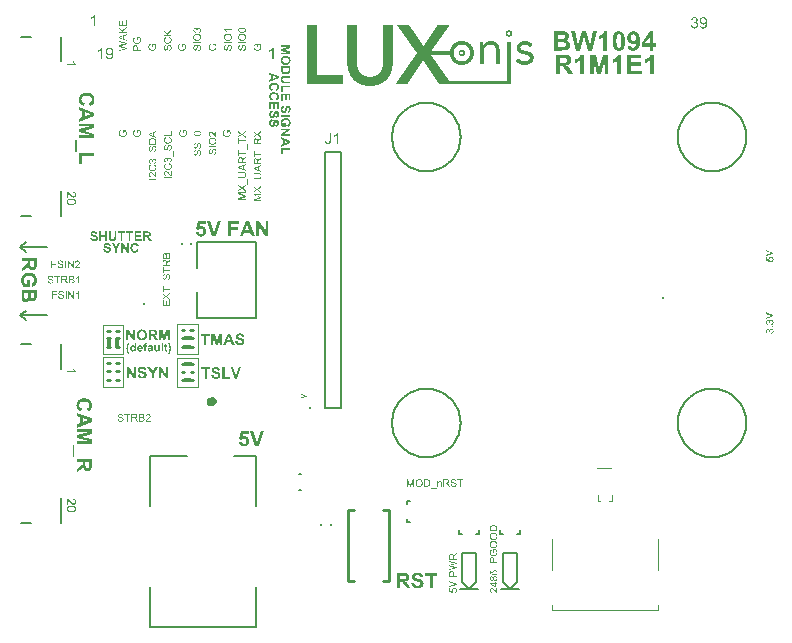
<source format=gto>
G04*
G04 #@! TF.GenerationSoftware,Altium Limited,Altium Designer,19.1.8 (144)*
G04*
G04 Layer_Color=65535*
%FSLAX44Y44*%
%MOMM*%
G71*
G01*
G75*
%ADD10C,0.2540*%
%ADD11C,0.2000*%
%ADD12C,0.4000*%
%ADD13C,0.2500*%
%ADD14C,0.1016*%
%ADD15C,0.1000*%
%ADD16C,0.2540*%
%ADD17C,0.1270*%
%ADD18C,0.3500*%
G36*
X419049Y491413D02*
X419581D01*
Y491346D01*
X419847D01*
Y491280D01*
X420047D01*
Y491213D01*
X420179D01*
Y491147D01*
X420312D01*
Y491080D01*
X420445D01*
Y491014D01*
X420512D01*
Y490947D01*
X420645D01*
Y490881D01*
X420711D01*
Y490814D01*
X420778D01*
Y490748D01*
X420844D01*
Y490681D01*
X420911D01*
Y490615D01*
X420977D01*
Y490548D01*
X421044D01*
Y490482D01*
X421110D01*
Y490415D01*
X421177D01*
Y490349D01*
Y490282D01*
X421243D01*
Y490216D01*
X421310D01*
Y490149D01*
Y490083D01*
X421376D01*
Y490017D01*
Y489950D01*
X421443D01*
Y489884D01*
Y489817D01*
X421509D01*
Y489751D01*
Y489684D01*
Y489618D01*
X421576D01*
Y489551D01*
Y489485D01*
Y489418D01*
Y489352D01*
X421642D01*
Y489285D01*
Y489219D01*
Y489152D01*
Y489086D01*
Y489019D01*
Y488953D01*
Y488886D01*
Y488820D01*
Y488753D01*
Y488687D01*
Y488620D01*
Y488554D01*
Y488487D01*
Y488421D01*
Y488354D01*
Y488288D01*
Y488222D01*
Y488155D01*
Y488089D01*
X421576D01*
Y488022D01*
Y487956D01*
Y487889D01*
Y487823D01*
X421509D01*
Y487756D01*
Y487690D01*
Y487623D01*
X421443D01*
Y487557D01*
Y487490D01*
X421376D01*
Y487424D01*
Y487357D01*
X421310D01*
Y487291D01*
Y487224D01*
X421243D01*
Y487158D01*
X421177D01*
Y487091D01*
Y487025D01*
X421110D01*
Y486958D01*
X421044D01*
Y486892D01*
X420977D01*
Y486825D01*
X420911D01*
Y486759D01*
X420844D01*
Y486692D01*
X420778D01*
Y486626D01*
X420711D01*
Y486559D01*
X420645D01*
Y486493D01*
X420512D01*
Y486427D01*
X420445D01*
Y486360D01*
X420312D01*
Y486293D01*
X420179D01*
Y486227D01*
X420047D01*
Y486161D01*
X419847D01*
Y486094D01*
X419581D01*
Y486028D01*
X419116D01*
Y485961D01*
X418650D01*
Y486028D01*
X418185D01*
Y486094D01*
X417919D01*
Y486161D01*
X417786D01*
Y486227D01*
X417587D01*
Y486293D01*
X417454D01*
Y486360D01*
X417387D01*
Y486427D01*
X417254D01*
Y486493D01*
X417188D01*
Y486559D01*
X417055D01*
Y486626D01*
X416988D01*
Y486692D01*
X416922D01*
Y486759D01*
X416855D01*
Y486825D01*
X416789D01*
Y486892D01*
X416722D01*
Y486958D01*
X416656D01*
Y487025D01*
Y487091D01*
X416590D01*
Y487158D01*
X416523D01*
Y487224D01*
Y487291D01*
X416456D01*
Y487357D01*
Y487424D01*
X416390D01*
Y487490D01*
Y487557D01*
X416324D01*
Y487623D01*
Y487690D01*
X416257D01*
Y487756D01*
Y487823D01*
Y487889D01*
X416191D01*
Y487956D01*
Y488022D01*
Y488089D01*
Y488155D01*
Y488222D01*
X416124D01*
Y488288D01*
Y488354D01*
Y488421D01*
Y488487D01*
Y488554D01*
Y488620D01*
Y488687D01*
Y488753D01*
Y488820D01*
Y488886D01*
Y488953D01*
Y489019D01*
Y489086D01*
Y489152D01*
Y489219D01*
X416191D01*
Y489285D01*
Y489352D01*
Y489418D01*
Y489485D01*
Y489551D01*
X416257D01*
Y489618D01*
Y489684D01*
Y489751D01*
X416324D01*
Y489817D01*
Y489884D01*
X416390D01*
Y489950D01*
Y490017D01*
X416456D01*
Y490083D01*
Y490149D01*
X416523D01*
Y490216D01*
Y490282D01*
X416590D01*
Y490349D01*
X416656D01*
Y490415D01*
Y490482D01*
X416722D01*
Y490548D01*
X416789D01*
Y490615D01*
X416855D01*
Y490681D01*
X416922D01*
Y490748D01*
X416988D01*
Y490814D01*
X417055D01*
Y490881D01*
X417188D01*
Y490947D01*
X417254D01*
Y491014D01*
X417387D01*
Y491080D01*
X417454D01*
Y491147D01*
X417587D01*
Y491213D01*
X417786D01*
Y491280D01*
X417986D01*
Y491346D01*
X418185D01*
Y491413D01*
X418717D01*
Y491479D01*
X419049D01*
Y491413D01*
D02*
G37*
G36*
X404224Y482172D02*
X405022D01*
Y482105D01*
X405421D01*
Y482039D01*
X405753D01*
Y481972D01*
X406019D01*
Y481906D01*
X406285D01*
Y481839D01*
X406484D01*
Y481773D01*
X406684D01*
Y481706D01*
X406883D01*
Y481640D01*
X407016D01*
Y481573D01*
X407149D01*
Y481507D01*
X407282D01*
Y481440D01*
X407415D01*
Y481374D01*
X407548D01*
Y481307D01*
X407681D01*
Y481241D01*
X407814D01*
Y481175D01*
X407880D01*
Y481108D01*
X408013D01*
Y481041D01*
X408080D01*
Y480975D01*
X408213D01*
Y480909D01*
X408279D01*
Y480842D01*
X408346D01*
Y480776D01*
X408479D01*
Y480709D01*
X408545D01*
Y480643D01*
X408612D01*
Y480576D01*
X408678D01*
Y480510D01*
X408745D01*
Y480443D01*
X408811D01*
Y480377D01*
X408878D01*
Y480310D01*
X408944D01*
Y480244D01*
X409011D01*
Y480177D01*
X409077D01*
Y480111D01*
X409144D01*
Y480044D01*
X409210D01*
Y479978D01*
X409277D01*
Y479911D01*
X409343D01*
Y479845D01*
X409409D01*
Y479778D01*
Y479712D01*
X409476D01*
Y479645D01*
X409542D01*
Y479579D01*
Y479512D01*
X409609D01*
Y479446D01*
X409675D01*
Y479380D01*
Y479313D01*
X409742D01*
Y479246D01*
X409808D01*
Y479180D01*
Y479114D01*
X409875D01*
Y479047D01*
Y478981D01*
X409941D01*
Y478914D01*
X410008D01*
Y478848D01*
Y478781D01*
X410074D01*
Y478715D01*
Y478648D01*
X410141D01*
Y478582D01*
Y478515D01*
Y478449D01*
X410207D01*
Y478382D01*
Y478316D01*
X410274D01*
Y478249D01*
Y478183D01*
X410340D01*
Y478116D01*
Y478050D01*
Y477983D01*
X410407D01*
Y477917D01*
Y477850D01*
Y477784D01*
X410473D01*
Y477717D01*
Y477651D01*
Y477584D01*
X410540D01*
Y477518D01*
Y477452D01*
Y477385D01*
Y477319D01*
X410606D01*
Y477252D01*
Y477186D01*
Y477119D01*
Y477053D01*
X410673D01*
Y476986D01*
Y476920D01*
Y476853D01*
Y476787D01*
Y476720D01*
X410739D01*
Y476654D01*
Y476587D01*
Y476521D01*
Y476454D01*
X410806D01*
Y476388D01*
Y476321D01*
Y476255D01*
Y476188D01*
Y476122D01*
Y476055D01*
Y475989D01*
Y475922D01*
X410872D01*
Y475856D01*
Y475789D01*
Y475723D01*
Y475657D01*
Y475590D01*
Y475523D01*
Y475457D01*
Y475391D01*
Y475324D01*
Y475258D01*
Y475191D01*
X410938D01*
Y475125D01*
Y475058D01*
Y474992D01*
Y474925D01*
Y474859D01*
Y474792D01*
Y474726D01*
Y474659D01*
Y474593D01*
Y474526D01*
Y474460D01*
Y474393D01*
Y474327D01*
Y474260D01*
Y474194D01*
Y474128D01*
Y474061D01*
Y473994D01*
Y473928D01*
Y473862D01*
Y473795D01*
Y473728D01*
Y473662D01*
Y473596D01*
Y473529D01*
Y473463D01*
Y473396D01*
Y473330D01*
Y473263D01*
Y473197D01*
Y473130D01*
Y473064D01*
Y472997D01*
Y472931D01*
Y472864D01*
Y472798D01*
Y472731D01*
Y472665D01*
Y472598D01*
Y472532D01*
Y472465D01*
Y472399D01*
Y472332D01*
Y472266D01*
Y472200D01*
Y472133D01*
Y472066D01*
Y472000D01*
Y471934D01*
Y471867D01*
Y471801D01*
Y471734D01*
Y471668D01*
Y471601D01*
Y471535D01*
Y471468D01*
Y471402D01*
Y471335D01*
Y471269D01*
Y471202D01*
Y471136D01*
Y471069D01*
Y471003D01*
Y470936D01*
Y470870D01*
Y470803D01*
Y470737D01*
Y470670D01*
Y470604D01*
Y470537D01*
Y470471D01*
Y470404D01*
Y470338D01*
Y470271D01*
Y470205D01*
Y470139D01*
Y470072D01*
Y470006D01*
Y469939D01*
Y469873D01*
Y469806D01*
Y469740D01*
Y469673D01*
Y469607D01*
Y469540D01*
Y469474D01*
Y469407D01*
Y469341D01*
Y469274D01*
Y469208D01*
Y469141D01*
Y469075D01*
Y469008D01*
Y468942D01*
Y468875D01*
Y468809D01*
Y468742D01*
Y468676D01*
Y468610D01*
Y468543D01*
Y468476D01*
Y468410D01*
Y468344D01*
Y468277D01*
Y468211D01*
Y468144D01*
Y468078D01*
Y468011D01*
Y467945D01*
Y467878D01*
Y467812D01*
Y467745D01*
Y467679D01*
Y467612D01*
Y467546D01*
Y467479D01*
Y467413D01*
Y467346D01*
Y467280D01*
Y467213D01*
Y467147D01*
Y467080D01*
Y467014D01*
Y466948D01*
Y466881D01*
Y466814D01*
Y466748D01*
Y466682D01*
Y466615D01*
Y466549D01*
Y466482D01*
Y466416D01*
Y466349D01*
Y466283D01*
Y466216D01*
Y466150D01*
Y466083D01*
Y466017D01*
Y465950D01*
Y465884D01*
Y465817D01*
Y465751D01*
Y465684D01*
Y465618D01*
Y465551D01*
Y465485D01*
Y465418D01*
Y465352D01*
Y465285D01*
Y465219D01*
Y465152D01*
Y465086D01*
Y465019D01*
Y464953D01*
Y464887D01*
Y464820D01*
Y464753D01*
Y464687D01*
Y464621D01*
Y464554D01*
Y464488D01*
Y464421D01*
Y464355D01*
Y464288D01*
Y464222D01*
Y464155D01*
Y464089D01*
Y464022D01*
Y463956D01*
Y463889D01*
Y463823D01*
Y463756D01*
Y463690D01*
Y463623D01*
Y463557D01*
Y463490D01*
Y463424D01*
Y463357D01*
Y463291D01*
Y463224D01*
Y463158D01*
Y463092D01*
Y463025D01*
Y462958D01*
Y462892D01*
Y462826D01*
Y462759D01*
Y462693D01*
Y462626D01*
Y462560D01*
X407747D01*
Y462626D01*
Y462693D01*
Y462759D01*
Y462826D01*
Y462892D01*
Y462958D01*
Y463025D01*
Y463092D01*
Y463158D01*
Y463224D01*
Y463291D01*
Y463357D01*
Y463424D01*
Y463490D01*
Y463557D01*
Y463623D01*
Y463690D01*
Y463756D01*
Y463823D01*
Y463889D01*
Y463956D01*
Y464022D01*
Y464089D01*
Y464155D01*
Y464222D01*
Y464288D01*
Y464355D01*
Y464421D01*
Y464488D01*
Y464554D01*
Y464621D01*
Y464687D01*
Y464753D01*
Y464820D01*
Y464887D01*
Y464953D01*
Y465019D01*
Y465086D01*
Y465152D01*
Y465219D01*
Y465285D01*
Y465352D01*
Y465418D01*
Y465485D01*
Y465551D01*
Y465618D01*
Y465684D01*
Y465751D01*
Y465817D01*
Y465884D01*
Y465950D01*
Y466017D01*
Y466083D01*
Y466150D01*
Y466216D01*
Y466283D01*
Y466349D01*
Y466416D01*
Y466482D01*
Y466549D01*
Y466615D01*
Y466682D01*
Y466748D01*
Y466814D01*
Y466881D01*
Y466948D01*
Y467014D01*
Y467080D01*
Y467147D01*
Y467213D01*
Y467280D01*
Y467346D01*
Y467413D01*
Y467479D01*
Y467546D01*
Y467612D01*
Y467679D01*
Y467745D01*
Y467812D01*
Y467878D01*
Y467945D01*
Y468011D01*
Y468078D01*
Y468144D01*
Y468211D01*
Y468277D01*
Y468344D01*
Y468410D01*
Y468476D01*
Y468543D01*
Y468610D01*
Y468676D01*
Y468742D01*
Y468809D01*
Y468875D01*
Y468942D01*
Y469008D01*
Y469075D01*
Y469141D01*
Y469208D01*
Y469274D01*
Y469341D01*
Y469407D01*
Y469474D01*
Y469540D01*
Y469607D01*
Y469673D01*
Y469740D01*
Y469806D01*
Y469873D01*
Y469939D01*
Y470006D01*
Y470072D01*
Y470139D01*
Y470205D01*
Y470271D01*
Y470338D01*
Y470404D01*
Y470471D01*
Y470537D01*
Y470604D01*
Y470670D01*
Y470737D01*
Y470803D01*
Y470870D01*
Y470936D01*
Y471003D01*
Y471069D01*
Y471136D01*
Y471202D01*
Y471269D01*
Y471335D01*
Y471402D01*
Y471468D01*
Y471535D01*
Y471601D01*
Y471668D01*
Y471734D01*
Y471801D01*
Y471867D01*
Y471934D01*
Y472000D01*
Y472066D01*
Y472133D01*
Y472200D01*
Y472266D01*
Y472332D01*
Y472399D01*
Y472465D01*
Y472532D01*
Y472598D01*
Y472665D01*
Y472731D01*
Y472798D01*
Y472864D01*
Y472931D01*
Y472997D01*
Y473064D01*
Y473130D01*
Y473197D01*
Y473263D01*
Y473330D01*
Y473396D01*
Y473463D01*
Y473529D01*
Y473596D01*
Y473662D01*
Y473728D01*
Y473795D01*
Y473862D01*
Y473928D01*
Y473994D01*
Y474061D01*
Y474128D01*
Y474194D01*
Y474260D01*
Y474327D01*
Y474393D01*
Y474460D01*
Y474526D01*
Y474593D01*
Y474659D01*
Y474726D01*
Y474792D01*
Y474859D01*
Y474925D01*
Y474992D01*
Y475058D01*
X407681D01*
Y475125D01*
Y475191D01*
Y475258D01*
Y475324D01*
Y475391D01*
Y475457D01*
Y475523D01*
X407615D01*
Y475590D01*
Y475657D01*
Y475723D01*
Y475789D01*
Y475856D01*
Y475922D01*
X407548D01*
Y475989D01*
Y476055D01*
Y476122D01*
Y476188D01*
X407481D01*
Y476255D01*
Y476321D01*
Y476388D01*
X407415D01*
Y476454D01*
Y476521D01*
Y476587D01*
X407349D01*
Y476654D01*
Y476720D01*
Y476787D01*
X407282D01*
Y476853D01*
Y476920D01*
X407216D01*
Y476986D01*
Y477053D01*
X407149D01*
Y477119D01*
Y477186D01*
Y477252D01*
X407083D01*
Y477319D01*
Y477385D01*
X407016D01*
Y477452D01*
X406950D01*
Y477518D01*
Y477584D01*
X406883D01*
Y477651D01*
X406817D01*
Y477717D01*
Y477784D01*
X406750D01*
Y477850D01*
X406684D01*
Y477917D01*
Y477983D01*
X406617D01*
Y478050D01*
X406551D01*
Y478116D01*
X406484D01*
Y478183D01*
X406418D01*
Y478249D01*
X406351D01*
Y478316D01*
X406285D01*
Y478382D01*
X406218D01*
Y478449D01*
X406085D01*
Y478515D01*
X406019D01*
Y478582D01*
X405952D01*
Y478648D01*
X405820D01*
Y478715D01*
X405686D01*
Y478781D01*
X405620D01*
Y478848D01*
X405487D01*
Y478914D01*
X405288D01*
Y478981D01*
X405155D01*
Y479047D01*
X404955D01*
Y479114D01*
X404689D01*
Y479180D01*
X404357D01*
Y479246D01*
X403759D01*
Y479313D01*
X402894D01*
Y479246D01*
X402229D01*
Y479180D01*
X401897D01*
Y479114D01*
X401565D01*
Y479047D01*
X401365D01*
Y478981D01*
X401166D01*
Y478914D01*
X400966D01*
Y478848D01*
X400833D01*
Y478781D01*
X400634D01*
Y478715D01*
X400501D01*
Y478648D01*
X400368D01*
Y478582D01*
X400302D01*
Y478515D01*
X400168D01*
Y478449D01*
X400102D01*
Y478382D01*
X399969D01*
Y478316D01*
X399903D01*
Y478249D01*
X399770D01*
Y478183D01*
X399703D01*
Y478116D01*
X399637D01*
Y478050D01*
X399570D01*
Y477983D01*
X399437D01*
Y477917D01*
X399371D01*
Y477850D01*
X399304D01*
Y477784D01*
X399238D01*
Y477717D01*
Y477651D01*
X399171D01*
Y477584D01*
X399105D01*
Y477518D01*
X399038D01*
Y477452D01*
X398972D01*
Y477385D01*
X398905D01*
Y477319D01*
X398839D01*
Y477252D01*
Y477186D01*
X398772D01*
Y477119D01*
X398706D01*
Y477053D01*
Y476986D01*
X398639D01*
Y476920D01*
X398573D01*
Y476853D01*
Y476787D01*
X398507D01*
Y476720D01*
Y476654D01*
X398440D01*
Y476587D01*
X398373D01*
Y476521D01*
Y476454D01*
X398307D01*
Y476388D01*
Y476321D01*
X398241D01*
Y476255D01*
Y476188D01*
X398174D01*
Y476122D01*
Y476055D01*
Y475989D01*
X398108D01*
Y475922D01*
Y475856D01*
X398041D01*
Y475789D01*
Y475723D01*
Y475657D01*
X397975D01*
Y475590D01*
Y475523D01*
Y475457D01*
X397908D01*
Y475391D01*
Y475324D01*
X397842D01*
Y475258D01*
Y475191D01*
Y475125D01*
Y475058D01*
X397775D01*
Y474992D01*
Y474925D01*
Y474859D01*
Y474792D01*
X397709D01*
Y474726D01*
Y474659D01*
Y474593D01*
Y474526D01*
X397642D01*
Y474460D01*
Y474393D01*
Y474327D01*
Y474260D01*
Y474194D01*
X397576D01*
Y474128D01*
Y474061D01*
Y473994D01*
Y473928D01*
Y473862D01*
Y473795D01*
X397509D01*
Y473728D01*
Y473662D01*
Y473596D01*
Y473529D01*
Y473463D01*
Y473396D01*
Y473330D01*
Y473263D01*
Y473197D01*
X397443D01*
Y473130D01*
Y473064D01*
Y472997D01*
Y472931D01*
Y472864D01*
Y472798D01*
Y472731D01*
Y472665D01*
Y472598D01*
Y472532D01*
Y472465D01*
Y472399D01*
Y472332D01*
Y472266D01*
Y472200D01*
Y472133D01*
Y472066D01*
Y472000D01*
Y471934D01*
Y471867D01*
Y471801D01*
Y471734D01*
Y471668D01*
Y471601D01*
Y471535D01*
Y471468D01*
Y471402D01*
Y471335D01*
Y471269D01*
Y471202D01*
Y471136D01*
Y471069D01*
Y471003D01*
Y470936D01*
Y470870D01*
Y470803D01*
Y470737D01*
Y470670D01*
Y470604D01*
Y470537D01*
Y470471D01*
Y470404D01*
Y470338D01*
Y470271D01*
Y470205D01*
Y470139D01*
Y470072D01*
Y470006D01*
Y469939D01*
Y469873D01*
Y469806D01*
Y469740D01*
Y469673D01*
Y469607D01*
Y469540D01*
Y469474D01*
Y469407D01*
Y469341D01*
Y469274D01*
Y469208D01*
Y469141D01*
Y469075D01*
Y469008D01*
Y468942D01*
Y468875D01*
Y468809D01*
Y468742D01*
Y468676D01*
Y468610D01*
Y468543D01*
Y468476D01*
Y468410D01*
Y468344D01*
Y468277D01*
Y468211D01*
Y468144D01*
Y468078D01*
Y468011D01*
Y467945D01*
Y467878D01*
Y467812D01*
Y467745D01*
Y467679D01*
Y467612D01*
Y467546D01*
Y467479D01*
Y467413D01*
Y467346D01*
Y467280D01*
Y467213D01*
Y467147D01*
Y467080D01*
Y467014D01*
Y466948D01*
Y466881D01*
Y466814D01*
Y466748D01*
Y466682D01*
Y466615D01*
Y466549D01*
Y466482D01*
Y466416D01*
Y466349D01*
Y466283D01*
Y466216D01*
Y466150D01*
Y466083D01*
Y466017D01*
Y465950D01*
Y465884D01*
Y465817D01*
Y465751D01*
Y465684D01*
Y465618D01*
Y465551D01*
Y465485D01*
Y465418D01*
Y465352D01*
Y465285D01*
Y465219D01*
Y465152D01*
Y465086D01*
Y465019D01*
Y464953D01*
Y464887D01*
Y464820D01*
Y464753D01*
Y464687D01*
Y464621D01*
Y464554D01*
Y464488D01*
Y464421D01*
Y464355D01*
Y464288D01*
Y464222D01*
Y464155D01*
Y464089D01*
Y464022D01*
Y463956D01*
Y463889D01*
Y463823D01*
Y463756D01*
Y463690D01*
Y463623D01*
Y463557D01*
Y463490D01*
Y463424D01*
Y463357D01*
Y463291D01*
Y463224D01*
Y463158D01*
Y463092D01*
Y463025D01*
Y462958D01*
Y462892D01*
Y462826D01*
Y462759D01*
Y462693D01*
Y462626D01*
Y462560D01*
X394252D01*
Y462626D01*
Y462693D01*
Y462759D01*
Y462826D01*
Y462892D01*
Y462958D01*
Y463025D01*
Y463092D01*
Y463158D01*
Y463224D01*
Y463291D01*
Y463357D01*
Y463424D01*
Y463490D01*
Y463557D01*
Y463623D01*
Y463690D01*
Y463756D01*
Y463823D01*
Y463889D01*
Y463956D01*
Y464022D01*
Y464089D01*
Y464155D01*
Y464222D01*
Y464288D01*
Y464355D01*
Y464421D01*
Y464488D01*
Y464554D01*
Y464621D01*
Y464687D01*
Y464753D01*
Y464820D01*
Y464887D01*
Y464953D01*
Y465019D01*
Y465086D01*
Y465152D01*
Y465219D01*
Y465285D01*
Y465352D01*
Y465418D01*
Y465485D01*
Y465551D01*
Y465618D01*
Y465684D01*
Y465751D01*
Y465817D01*
Y465884D01*
Y465950D01*
Y466017D01*
Y466083D01*
Y466150D01*
Y466216D01*
Y466283D01*
Y466349D01*
Y466416D01*
Y466482D01*
Y466549D01*
Y466615D01*
Y466682D01*
Y466748D01*
Y466814D01*
Y466881D01*
Y466948D01*
Y467014D01*
Y467080D01*
Y467147D01*
Y467213D01*
Y467280D01*
Y467346D01*
Y467413D01*
Y467479D01*
Y467546D01*
Y467612D01*
Y467679D01*
Y467745D01*
Y467812D01*
Y467878D01*
Y467945D01*
Y468011D01*
Y468078D01*
Y468144D01*
Y468211D01*
Y468277D01*
Y468344D01*
Y468410D01*
Y468476D01*
Y468543D01*
Y468610D01*
Y468676D01*
Y468742D01*
Y468809D01*
Y468875D01*
Y468942D01*
Y469008D01*
Y469075D01*
Y469141D01*
Y469208D01*
Y469274D01*
Y469341D01*
Y469407D01*
Y469474D01*
Y469540D01*
Y469607D01*
Y469673D01*
Y469740D01*
Y469806D01*
Y469873D01*
Y469939D01*
Y470006D01*
Y470072D01*
Y470139D01*
Y470205D01*
Y470271D01*
Y470338D01*
Y470404D01*
Y470471D01*
Y470537D01*
Y470604D01*
Y470670D01*
Y470737D01*
Y470803D01*
Y470870D01*
Y470936D01*
Y471003D01*
Y471069D01*
Y471136D01*
Y471202D01*
Y471269D01*
Y471335D01*
Y471402D01*
Y471468D01*
Y471535D01*
Y471601D01*
Y471668D01*
Y471734D01*
Y471801D01*
Y471867D01*
Y471934D01*
Y472000D01*
Y472066D01*
Y472133D01*
Y472200D01*
Y472266D01*
Y472332D01*
Y472399D01*
Y472465D01*
Y472532D01*
Y472598D01*
Y472665D01*
Y472731D01*
Y472798D01*
Y472864D01*
Y472931D01*
Y472997D01*
Y473064D01*
Y473130D01*
Y473197D01*
Y473263D01*
Y473330D01*
Y473396D01*
Y473463D01*
Y473529D01*
Y473596D01*
Y473662D01*
Y473728D01*
Y473795D01*
Y473862D01*
Y473928D01*
Y473994D01*
Y474061D01*
Y474128D01*
Y474194D01*
Y474260D01*
Y474327D01*
Y474393D01*
Y474460D01*
Y474526D01*
Y474593D01*
Y474659D01*
Y474726D01*
Y474792D01*
Y474859D01*
Y474925D01*
Y474992D01*
Y475058D01*
Y475125D01*
Y475191D01*
Y475258D01*
Y475324D01*
Y475391D01*
Y475457D01*
Y475523D01*
Y475590D01*
Y475657D01*
Y475723D01*
Y475789D01*
Y475856D01*
Y475922D01*
Y475989D01*
Y476055D01*
Y476122D01*
Y476188D01*
Y476255D01*
Y476321D01*
Y476388D01*
Y476454D01*
Y476521D01*
Y476587D01*
Y476654D01*
Y476720D01*
Y476787D01*
Y476853D01*
Y476920D01*
Y476986D01*
Y477053D01*
Y477119D01*
Y477186D01*
Y477252D01*
Y477319D01*
Y477385D01*
Y477452D01*
Y477518D01*
Y477584D01*
Y477651D01*
Y477717D01*
Y477784D01*
Y477850D01*
Y477917D01*
Y477983D01*
Y478050D01*
Y478116D01*
Y478183D01*
Y478249D01*
Y478316D01*
Y478382D01*
Y478449D01*
Y478515D01*
X394185D01*
Y478582D01*
Y478648D01*
Y478715D01*
Y478781D01*
Y478848D01*
Y478914D01*
Y478981D01*
Y479047D01*
Y479114D01*
Y479180D01*
Y479246D01*
Y479313D01*
Y479380D01*
Y479446D01*
Y479512D01*
Y479579D01*
Y479645D01*
Y479712D01*
Y479778D01*
Y479845D01*
X394119D01*
Y479911D01*
Y479978D01*
Y480044D01*
Y480111D01*
Y480177D01*
Y480244D01*
Y480310D01*
Y480377D01*
Y480443D01*
Y480510D01*
Y480576D01*
Y480643D01*
Y480709D01*
Y480776D01*
Y480842D01*
Y480909D01*
Y480975D01*
Y481041D01*
Y481108D01*
Y481175D01*
Y481241D01*
X394052D01*
Y481307D01*
Y481374D01*
Y481440D01*
Y481507D01*
Y481573D01*
Y481640D01*
Y481706D01*
X397110D01*
Y481640D01*
Y481573D01*
Y481507D01*
Y481440D01*
Y481374D01*
Y481307D01*
Y481241D01*
Y481175D01*
Y481108D01*
Y481041D01*
Y480975D01*
Y480909D01*
Y480842D01*
Y480776D01*
Y480709D01*
Y480643D01*
Y480576D01*
Y480510D01*
Y480443D01*
Y480377D01*
Y480310D01*
Y480244D01*
Y480177D01*
Y480111D01*
Y480044D01*
Y479978D01*
Y479911D01*
Y479845D01*
X397177D01*
Y479778D01*
Y479712D01*
Y479645D01*
Y479579D01*
Y479512D01*
Y479446D01*
Y479380D01*
Y479313D01*
Y479246D01*
Y479180D01*
Y479114D01*
Y479047D01*
Y478981D01*
Y478914D01*
Y478848D01*
Y478781D01*
Y478715D01*
Y478648D01*
Y478582D01*
X397310D01*
Y478648D01*
Y478715D01*
X397376D01*
Y478781D01*
Y478848D01*
X397443D01*
Y478914D01*
Y478981D01*
X397509D01*
Y479047D01*
X397576D01*
Y479114D01*
Y479180D01*
X397642D01*
Y479246D01*
X397709D01*
Y479313D01*
Y479380D01*
X397775D01*
Y479446D01*
X397842D01*
Y479512D01*
Y479579D01*
X397908D01*
Y479645D01*
X397975D01*
Y479712D01*
X398041D01*
Y479778D01*
X398108D01*
Y479845D01*
X398174D01*
Y479911D01*
Y479978D01*
X398241D01*
Y480044D01*
X398307D01*
Y480111D01*
X398373D01*
Y480177D01*
X398440D01*
Y480244D01*
X398507D01*
Y480310D01*
X398573D01*
Y480377D01*
X398706D01*
Y480443D01*
X398772D01*
Y480510D01*
X398839D01*
Y480576D01*
X398905D01*
Y480643D01*
X398972D01*
Y480709D01*
X399105D01*
Y480776D01*
X399171D01*
Y480842D01*
X399304D01*
Y480909D01*
X399371D01*
Y480975D01*
X399437D01*
Y481041D01*
X399570D01*
Y481108D01*
X399703D01*
Y481175D01*
X399770D01*
Y481241D01*
X399903D01*
Y481307D01*
X400036D01*
Y481374D01*
X400168D01*
Y481440D01*
X400302D01*
Y481507D01*
X400434D01*
Y481573D01*
X400567D01*
Y481640D01*
X400767D01*
Y481706D01*
X400900D01*
Y481773D01*
X401099D01*
Y481839D01*
X401299D01*
Y481906D01*
X401565D01*
Y481972D01*
X401764D01*
Y482039D01*
X402096D01*
Y482105D01*
X402495D01*
Y482172D01*
X403160D01*
Y482238D01*
X404224D01*
Y482172D01*
D02*
G37*
G36*
X368856Y495933D02*
X368789D01*
Y495867D01*
X368723D01*
Y495800D01*
Y495734D01*
X368656D01*
Y495667D01*
X368590D01*
Y495601D01*
Y495535D01*
X368523D01*
Y495468D01*
X368457D01*
Y495401D01*
X368390D01*
Y495335D01*
Y495269D01*
X368324D01*
Y495202D01*
X368257D01*
Y495136D01*
Y495069D01*
X368191D01*
Y495003D01*
X368125D01*
Y494936D01*
X368058D01*
Y494870D01*
Y494803D01*
X367991D01*
Y494737D01*
X367925D01*
Y494670D01*
Y494604D01*
X367859D01*
Y494537D01*
X367792D01*
Y494471D01*
X367726D01*
Y494404D01*
Y494338D01*
X367659D01*
Y494271D01*
X367593D01*
Y494205D01*
Y494138D01*
X367526D01*
Y494072D01*
X367460D01*
Y494005D01*
X367393D01*
Y493939D01*
Y493872D01*
X367327D01*
Y493806D01*
X367260D01*
Y493739D01*
Y493673D01*
X367194D01*
Y493606D01*
X367127D01*
Y493540D01*
Y493474D01*
X367061D01*
Y493407D01*
X366994D01*
Y493341D01*
X366928D01*
Y493274D01*
Y493208D01*
X366861D01*
Y493141D01*
X366795D01*
Y493075D01*
Y493008D01*
X366728D01*
Y492942D01*
X366662D01*
Y492875D01*
X366595D01*
Y492809D01*
Y492742D01*
X366529D01*
Y492676D01*
X366463D01*
Y492609D01*
Y492543D01*
X366396D01*
Y492476D01*
X366329D01*
Y492410D01*
X366263D01*
Y492343D01*
Y492277D01*
X366197D01*
Y492210D01*
X366130D01*
Y492144D01*
Y492077D01*
X366063D01*
Y492011D01*
X365997D01*
Y491945D01*
X365931D01*
Y491878D01*
Y491811D01*
X365864D01*
Y491745D01*
X365798D01*
Y491679D01*
Y491612D01*
X365731D01*
Y491546D01*
X365665D01*
Y491479D01*
Y491413D01*
X365598D01*
Y491346D01*
X365532D01*
Y491280D01*
X365465D01*
Y491213D01*
Y491147D01*
X365399D01*
Y491080D01*
X365332D01*
Y491014D01*
Y490947D01*
X365266D01*
Y490881D01*
X365199D01*
Y490814D01*
X365133D01*
Y490748D01*
Y490681D01*
X365066D01*
Y490615D01*
X365000D01*
Y490548D01*
Y490482D01*
X364933D01*
Y490415D01*
X364867D01*
Y490349D01*
X364800D01*
Y490282D01*
Y490216D01*
X364734D01*
Y490149D01*
X364667D01*
Y490083D01*
Y490017D01*
X364601D01*
Y489950D01*
X364534D01*
Y489884D01*
X364468D01*
Y489817D01*
Y489751D01*
X364402D01*
Y489684D01*
X364335D01*
Y489618D01*
Y489551D01*
X364268D01*
Y489485D01*
X364202D01*
Y489418D01*
X364136D01*
Y489352D01*
Y489285D01*
X364069D01*
Y489219D01*
X364003D01*
Y489152D01*
Y489086D01*
X363936D01*
Y489019D01*
X363870D01*
Y488953D01*
Y488886D01*
X363803D01*
Y488820D01*
X363737D01*
Y488753D01*
X363670D01*
Y488687D01*
Y488620D01*
X363604D01*
Y488554D01*
X363537D01*
Y488487D01*
Y488421D01*
X363471D01*
Y488354D01*
X363404D01*
Y488288D01*
X363338D01*
Y488222D01*
Y488155D01*
X363271D01*
Y488089D01*
X363205D01*
Y488022D01*
Y487956D01*
X363138D01*
Y487889D01*
X363072D01*
Y487823D01*
X363005D01*
Y487756D01*
Y487690D01*
X362939D01*
Y487623D01*
X362872D01*
Y487557D01*
Y487490D01*
X362806D01*
Y487424D01*
X362739D01*
Y487357D01*
X362673D01*
Y487291D01*
Y487224D01*
X362607D01*
Y487158D01*
X362540D01*
Y487091D01*
Y487025D01*
X362473D01*
Y486958D01*
X362407D01*
Y486892D01*
X362341D01*
Y486825D01*
Y486759D01*
X362274D01*
Y486692D01*
X362208D01*
Y486626D01*
Y486559D01*
X362141D01*
Y486493D01*
X362075D01*
Y486427D01*
Y486360D01*
X362008D01*
Y486293D01*
X361942D01*
Y486227D01*
X361875D01*
Y486161D01*
Y486094D01*
X361809D01*
Y486028D01*
X361742D01*
Y485961D01*
Y485895D01*
X361676D01*
Y485828D01*
X361609D01*
Y485762D01*
X361543D01*
Y485695D01*
Y485629D01*
X361476D01*
Y485562D01*
X361410D01*
Y485496D01*
Y485429D01*
X361343D01*
Y485363D01*
X361277D01*
Y485296D01*
X361210D01*
Y485230D01*
Y485163D01*
X361144D01*
Y485097D01*
X361077D01*
Y485030D01*
Y484964D01*
X361011D01*
Y484897D01*
X360945D01*
Y484831D01*
X360878D01*
Y484765D01*
Y484698D01*
X360812D01*
Y484632D01*
X360745D01*
Y484565D01*
Y484499D01*
X360678D01*
Y484432D01*
X360612D01*
Y484366D01*
X360546D01*
Y484299D01*
Y484233D01*
X360479D01*
Y484166D01*
X360413D01*
Y484100D01*
Y484033D01*
X360346D01*
Y483967D01*
X360280D01*
Y483900D01*
Y483834D01*
X360213D01*
Y483767D01*
X360147D01*
Y483701D01*
X360080D01*
Y483634D01*
Y483568D01*
X360014D01*
Y483501D01*
X359947D01*
Y483435D01*
Y483368D01*
X359881D01*
Y483302D01*
X359814D01*
Y483235D01*
X359748D01*
Y483169D01*
Y483102D01*
X359681D01*
Y483036D01*
X359615D01*
Y482969D01*
Y482903D01*
X359548D01*
Y482836D01*
X359482D01*
Y482770D01*
X359415D01*
Y482704D01*
Y482637D01*
X359349D01*
Y482571D01*
X359282D01*
Y482504D01*
Y482438D01*
X359216D01*
Y482371D01*
X359150D01*
Y482305D01*
X359083D01*
Y482238D01*
Y482172D01*
X359016D01*
Y482105D01*
X358950D01*
Y482039D01*
Y481972D01*
X358884D01*
Y481906D01*
X358817D01*
Y481839D01*
Y481773D01*
X358751D01*
Y481706D01*
X358684D01*
Y481640D01*
X358618D01*
Y481573D01*
Y481507D01*
X358551D01*
Y481440D01*
X358485D01*
Y481374D01*
Y481307D01*
X358418D01*
Y481241D01*
X358352D01*
Y481175D01*
X358285D01*
Y481108D01*
Y481041D01*
X358219D01*
Y480975D01*
X358152D01*
Y480909D01*
Y480842D01*
X358086D01*
Y480776D01*
X358019D01*
Y480709D01*
X357953D01*
Y480643D01*
Y480576D01*
X357886D01*
Y480510D01*
X357820D01*
Y480443D01*
Y480377D01*
X357753D01*
Y480310D01*
X357687D01*
Y480244D01*
X357620D01*
Y480177D01*
Y480111D01*
X357554D01*
Y480044D01*
X357487D01*
Y479978D01*
Y479911D01*
X357421D01*
Y479845D01*
X357355D01*
Y479778D01*
X357288D01*
Y479712D01*
Y479645D01*
X357221D01*
Y479579D01*
X357155D01*
Y479512D01*
Y479446D01*
X357089D01*
Y479380D01*
X357022D01*
Y479313D01*
Y479246D01*
X356956D01*
Y479180D01*
X356889D01*
Y479114D01*
X356823D01*
Y479047D01*
Y478981D01*
X356756D01*
Y478914D01*
X356690D01*
Y478848D01*
Y478781D01*
X356623D01*
Y478715D01*
X356557D01*
Y478648D01*
X356490D01*
Y478582D01*
Y478515D01*
X356424D01*
Y478449D01*
X356357D01*
Y478382D01*
Y478316D01*
X356291D01*
Y478249D01*
X356224D01*
Y478183D01*
X356158D01*
Y478116D01*
Y478050D01*
X356091D01*
Y477983D01*
X356025D01*
Y477917D01*
Y477850D01*
X355958D01*
Y477784D01*
X355892D01*
Y477717D01*
X355825D01*
Y477651D01*
Y477584D01*
X355759D01*
Y477518D01*
X355692D01*
Y477452D01*
Y477385D01*
X355626D01*
Y477319D01*
X355560D01*
Y477252D01*
X355493D01*
Y477186D01*
Y477119D01*
X355426D01*
Y477053D01*
X355360D01*
Y476986D01*
Y476920D01*
X355294D01*
Y476853D01*
X355227D01*
Y476787D01*
Y476720D01*
X355161D01*
Y476654D01*
X355094D01*
Y476587D01*
X355028D01*
Y476521D01*
Y476454D01*
X354961D01*
Y476388D01*
X354895D01*
Y476321D01*
Y476255D01*
X354828D01*
Y476188D01*
X354762D01*
Y476122D01*
X354695D01*
Y476055D01*
Y475989D01*
X354629D01*
Y475922D01*
X354562D01*
Y475856D01*
Y475789D01*
X354496D01*
Y475723D01*
X354429D01*
Y475657D01*
X354363D01*
Y475590D01*
Y475523D01*
X354296D01*
Y475457D01*
X354230D01*
Y475391D01*
Y475324D01*
X354163D01*
Y475258D01*
X354097D01*
Y475191D01*
X354030D01*
Y475125D01*
Y475058D01*
X353964D01*
Y474992D01*
X353897D01*
Y474925D01*
Y474859D01*
X353831D01*
Y474792D01*
X353764D01*
Y474726D01*
Y474659D01*
X353698D01*
Y474593D01*
X353632D01*
Y474526D01*
X353565D01*
Y474460D01*
Y474393D01*
X353498D01*
Y474327D01*
X353432D01*
Y474260D01*
Y474194D01*
X353366D01*
Y474128D01*
X353299D01*
Y474061D01*
X353233D01*
Y473994D01*
Y473928D01*
X353166D01*
Y473862D01*
X353100D01*
Y473795D01*
Y473728D01*
X368922D01*
Y473795D01*
Y473862D01*
Y473928D01*
Y473994D01*
X368989D01*
Y474061D01*
Y474128D01*
Y474194D01*
Y474260D01*
Y474327D01*
X369055D01*
Y474393D01*
Y474460D01*
Y474526D01*
Y474593D01*
Y474659D01*
X369122D01*
Y474726D01*
Y474792D01*
Y474859D01*
Y474925D01*
X369188D01*
Y474992D01*
Y475058D01*
Y475125D01*
Y475191D01*
X369255D01*
Y475258D01*
Y475324D01*
Y475391D01*
Y475457D01*
X369321D01*
Y475523D01*
Y475590D01*
Y475657D01*
X369388D01*
Y475723D01*
Y475789D01*
Y475856D01*
X369454D01*
Y475922D01*
Y475989D01*
X369521D01*
Y476055D01*
Y476122D01*
Y476188D01*
X369587D01*
Y476255D01*
Y476321D01*
X369654D01*
Y476388D01*
Y476454D01*
X369720D01*
Y476521D01*
Y476587D01*
Y476654D01*
X369786D01*
Y476720D01*
Y476787D01*
X369853D01*
Y476853D01*
Y476920D01*
X369920D01*
Y476986D01*
Y477053D01*
X369986D01*
Y477119D01*
X370052D01*
Y477186D01*
Y477252D01*
X370119D01*
Y477319D01*
Y477385D01*
X370185D01*
Y477452D01*
Y477518D01*
X370252D01*
Y477584D01*
Y477651D01*
X370318D01*
Y477717D01*
X370385D01*
Y477784D01*
Y477850D01*
X370451D01*
Y477917D01*
X370518D01*
Y477983D01*
Y478050D01*
X370584D01*
Y478116D01*
X370651D01*
Y478183D01*
Y478249D01*
X370717D01*
Y478316D01*
X370784D01*
Y478382D01*
X370850D01*
Y478449D01*
Y478515D01*
X370917D01*
Y478582D01*
X370983D01*
Y478648D01*
X371050D01*
Y478715D01*
X371116D01*
Y478781D01*
X371183D01*
Y478848D01*
Y478914D01*
X371249D01*
Y478981D01*
X371316D01*
Y479047D01*
X371382D01*
Y479114D01*
X371449D01*
Y479180D01*
X371515D01*
Y479246D01*
X371581D01*
Y479313D01*
X371648D01*
Y479380D01*
X371714D01*
Y479446D01*
X371781D01*
Y479512D01*
X371847D01*
Y479579D01*
X371914D01*
Y479645D01*
X371980D01*
Y479712D01*
X372047D01*
Y479778D01*
X372113D01*
Y479845D01*
X372246D01*
Y479911D01*
X372313D01*
Y479978D01*
X372379D01*
Y480044D01*
X372446D01*
Y480111D01*
X372579D01*
Y480177D01*
X372645D01*
Y480244D01*
X372712D01*
Y480310D01*
X372778D01*
Y480377D01*
X372911D01*
Y480443D01*
X373044D01*
Y480510D01*
X373111D01*
Y480576D01*
X373244D01*
Y480643D01*
X373310D01*
Y480709D01*
X373443D01*
Y480776D01*
X373509D01*
Y480842D01*
X373642D01*
Y480909D01*
X373775D01*
Y480975D01*
X373908D01*
Y481041D01*
X374041D01*
Y481108D01*
X374174D01*
Y481175D01*
X374307D01*
Y481241D01*
X374440D01*
Y481307D01*
X374573D01*
Y481374D01*
X374773D01*
Y481440D01*
X374906D01*
Y481507D01*
X375105D01*
Y481573D01*
X375304D01*
Y481640D01*
X375504D01*
Y481706D01*
X375703D01*
Y481773D01*
X375903D01*
Y481839D01*
X376169D01*
Y481906D01*
X376435D01*
Y481972D01*
X376767D01*
Y482039D01*
X377166D01*
Y482105D01*
X377631D01*
Y482172D01*
X378429D01*
Y482238D01*
X379692D01*
Y482172D01*
X380424D01*
Y482105D01*
X380889D01*
Y482039D01*
X381288D01*
Y481972D01*
X381687D01*
Y481906D01*
X381886D01*
Y481839D01*
X382152D01*
Y481773D01*
X382418D01*
Y481706D01*
X382617D01*
Y481640D01*
X382817D01*
Y481573D01*
X382950D01*
Y481507D01*
X383149D01*
Y481440D01*
X383349D01*
Y481374D01*
X383482D01*
Y481307D01*
X383615D01*
Y481241D01*
X383748D01*
Y481175D01*
X383881D01*
Y481108D01*
X384013D01*
Y481041D01*
X384146D01*
Y480975D01*
X384280D01*
Y480909D01*
X384412D01*
Y480842D01*
X384545D01*
Y480776D01*
X384612D01*
Y480709D01*
X384745D01*
Y480643D01*
X384878D01*
Y480576D01*
X384944D01*
Y480510D01*
X385077D01*
Y480443D01*
X385144D01*
Y480377D01*
X385277D01*
Y480310D01*
X385343D01*
Y480244D01*
X385410D01*
Y480177D01*
X385543D01*
Y480111D01*
X385609D01*
Y480044D01*
X385676D01*
Y479978D01*
X385742D01*
Y479911D01*
X385875D01*
Y479845D01*
X385942D01*
Y479778D01*
X386008D01*
Y479712D01*
X386074D01*
Y479645D01*
X386141D01*
Y479579D01*
X386207D01*
Y479512D01*
X386274D01*
Y479446D01*
X386340D01*
Y479380D01*
X386407D01*
Y479313D01*
X386473D01*
Y479246D01*
X386540D01*
Y479180D01*
X386606D01*
Y479114D01*
X386673D01*
Y479047D01*
X386739D01*
Y478981D01*
X386806D01*
Y478914D01*
X386872D01*
Y478848D01*
X386939D01*
Y478781D01*
Y478715D01*
X387005D01*
Y478648D01*
X387072D01*
Y478582D01*
X387138D01*
Y478515D01*
X387205D01*
Y478449D01*
X387271D01*
Y478382D01*
Y478316D01*
X387338D01*
Y478249D01*
X387404D01*
Y478183D01*
Y478116D01*
X387471D01*
Y478050D01*
X387537D01*
Y477983D01*
Y477917D01*
X387604D01*
Y477850D01*
X387670D01*
Y477784D01*
Y477717D01*
X387737D01*
Y477651D01*
X387803D01*
Y477584D01*
Y477518D01*
X387869D01*
Y477452D01*
X387936D01*
Y477385D01*
Y477319D01*
X388002D01*
Y477252D01*
Y477186D01*
X388069D01*
Y477119D01*
Y477053D01*
X388135D01*
Y476986D01*
Y476920D01*
X388202D01*
Y476853D01*
Y476787D01*
X388268D01*
Y476720D01*
Y476654D01*
X388335D01*
Y476587D01*
Y476521D01*
X388401D01*
Y476454D01*
Y476388D01*
X388468D01*
Y476321D01*
Y476255D01*
Y476188D01*
X388534D01*
Y476122D01*
Y476055D01*
X388601D01*
Y475989D01*
Y475922D01*
Y475856D01*
X388667D01*
Y475789D01*
Y475723D01*
X388734D01*
Y475657D01*
Y475590D01*
Y475523D01*
X388800D01*
Y475457D01*
Y475391D01*
Y475324D01*
Y475258D01*
X388867D01*
Y475191D01*
Y475125D01*
Y475058D01*
X388933D01*
Y474992D01*
Y474925D01*
Y474859D01*
Y474792D01*
X389000D01*
Y474726D01*
Y474659D01*
Y474593D01*
Y474526D01*
Y474460D01*
X389066D01*
Y474393D01*
Y474327D01*
Y474260D01*
Y474194D01*
Y474128D01*
X389133D01*
Y474061D01*
Y473994D01*
Y473928D01*
Y473862D01*
Y473795D01*
Y473728D01*
Y473662D01*
X389199D01*
Y473596D01*
Y473529D01*
Y473463D01*
Y473396D01*
Y473330D01*
Y473263D01*
Y473197D01*
Y473130D01*
Y473064D01*
Y472997D01*
X389266D01*
Y472931D01*
Y472864D01*
Y472798D01*
Y472731D01*
Y472665D01*
Y472598D01*
Y472532D01*
Y472465D01*
Y472399D01*
Y472332D01*
Y472266D01*
Y472200D01*
Y472133D01*
Y472066D01*
Y472000D01*
Y471934D01*
Y471867D01*
Y471801D01*
Y471734D01*
Y471668D01*
Y471601D01*
Y471535D01*
Y471468D01*
Y471402D01*
Y471335D01*
X389199D01*
Y471269D01*
Y471202D01*
Y471136D01*
Y471069D01*
Y471003D01*
Y470936D01*
Y470870D01*
Y470803D01*
Y470737D01*
Y470670D01*
Y470604D01*
X389133D01*
Y470537D01*
Y470471D01*
Y470404D01*
Y470338D01*
Y470271D01*
Y470205D01*
X389066D01*
Y470139D01*
Y470072D01*
Y470006D01*
Y469939D01*
Y469873D01*
Y469806D01*
X389000D01*
Y469740D01*
Y469673D01*
Y469607D01*
Y469540D01*
X388933D01*
Y469474D01*
Y469407D01*
Y469341D01*
Y469274D01*
X388867D01*
Y469208D01*
Y469141D01*
Y469075D01*
Y469008D01*
X388800D01*
Y468942D01*
Y468875D01*
Y468809D01*
X388734D01*
Y468742D01*
Y468676D01*
Y468610D01*
X388667D01*
Y468543D01*
Y468476D01*
Y468410D01*
X388601D01*
Y468344D01*
Y468277D01*
X388534D01*
Y468211D01*
Y468144D01*
Y468078D01*
X388468D01*
Y468011D01*
Y467945D01*
X388401D01*
Y467878D01*
Y467812D01*
X388335D01*
Y467745D01*
Y467679D01*
Y467612D01*
X388268D01*
Y467546D01*
Y467479D01*
X388202D01*
Y467413D01*
X388135D01*
Y467346D01*
Y467280D01*
X388069D01*
Y467213D01*
Y467147D01*
X388002D01*
Y467080D01*
Y467014D01*
X387936D01*
Y466948D01*
Y466881D01*
X387869D01*
Y466814D01*
Y466748D01*
X387803D01*
Y466682D01*
X387737D01*
Y466615D01*
Y466549D01*
X387670D01*
Y466482D01*
X387604D01*
Y466416D01*
Y466349D01*
X387537D01*
Y466283D01*
X387471D01*
Y466216D01*
Y466150D01*
X387404D01*
Y466083D01*
X387338D01*
Y466017D01*
Y465950D01*
X387271D01*
Y465884D01*
X387205D01*
Y465817D01*
X387138D01*
Y465751D01*
X387072D01*
Y465684D01*
Y465618D01*
X387005D01*
Y465551D01*
X386939D01*
Y465485D01*
X386872D01*
Y465418D01*
X386806D01*
Y465352D01*
X386739D01*
Y465285D01*
Y465219D01*
X386673D01*
Y465152D01*
X386606D01*
Y465086D01*
X386540D01*
Y465019D01*
X386473D01*
Y464953D01*
X386407D01*
Y464887D01*
X386340D01*
Y464820D01*
X386274D01*
Y464753D01*
X386207D01*
Y464687D01*
X386141D01*
Y464621D01*
X386074D01*
Y464554D01*
X385942D01*
Y464488D01*
X385875D01*
Y464421D01*
X385809D01*
Y464355D01*
X385742D01*
Y464288D01*
X385609D01*
Y464222D01*
X385543D01*
Y464155D01*
X385476D01*
Y464089D01*
X385410D01*
Y464022D01*
X385277D01*
Y463956D01*
X385210D01*
Y463889D01*
X385077D01*
Y463823D01*
X385011D01*
Y463756D01*
X384878D01*
Y463690D01*
X384811D01*
Y463623D01*
X384678D01*
Y463557D01*
X384545D01*
Y463490D01*
X384479D01*
Y463424D01*
X384346D01*
Y463357D01*
X384213D01*
Y463291D01*
X384080D01*
Y463224D01*
X383947D01*
Y463158D01*
X383814D01*
Y463092D01*
X383681D01*
Y463025D01*
X383548D01*
Y462958D01*
X383349D01*
Y462892D01*
X383216D01*
Y462826D01*
X383016D01*
Y462759D01*
X382883D01*
Y462693D01*
X382684D01*
Y462626D01*
X382485D01*
Y462560D01*
X382219D01*
Y462493D01*
X382019D01*
Y462427D01*
X381753D01*
Y462360D01*
X381421D01*
Y462294D01*
X381022D01*
Y462227D01*
X380690D01*
Y462161D01*
X379958D01*
Y462094D01*
X378163D01*
Y462161D01*
X377365D01*
Y462227D01*
X377033D01*
Y462294D01*
X376634D01*
Y462360D01*
X376302D01*
Y462427D01*
X376102D01*
Y462493D01*
X375836D01*
Y462560D01*
X375637D01*
Y462626D01*
X375437D01*
Y462693D01*
X375238D01*
Y462759D01*
X375038D01*
Y462826D01*
X374839D01*
Y462892D01*
X374706D01*
Y462958D01*
X374507D01*
Y463025D01*
X374374D01*
Y463092D01*
X374241D01*
Y463158D01*
X374108D01*
Y463224D01*
X373975D01*
Y463291D01*
X373842D01*
Y463357D01*
X373709D01*
Y463424D01*
X373576D01*
Y463490D01*
X373509D01*
Y463557D01*
X373377D01*
Y463623D01*
X373310D01*
Y463690D01*
X373177D01*
Y463756D01*
X373111D01*
Y463823D01*
X372978D01*
Y463889D01*
X372845D01*
Y463956D01*
X372778D01*
Y464022D01*
X372712D01*
Y464089D01*
X372579D01*
Y464155D01*
X372512D01*
Y464222D01*
X372446D01*
Y464288D01*
X372379D01*
Y464355D01*
X372246D01*
Y464421D01*
X372180D01*
Y464488D01*
X372113D01*
Y464554D01*
X372047D01*
Y464621D01*
X371980D01*
Y464687D01*
X371914D01*
Y464753D01*
X371847D01*
Y464820D01*
X371781D01*
Y464887D01*
X371648D01*
Y464953D01*
Y465019D01*
X371581D01*
Y465086D01*
X371515D01*
Y465152D01*
X371449D01*
Y465219D01*
X371382D01*
Y465285D01*
X371316D01*
Y465352D01*
X371249D01*
Y465418D01*
X371183D01*
Y465485D01*
X371116D01*
Y465551D01*
Y465618D01*
X371050D01*
Y465684D01*
X370983D01*
Y465751D01*
X370917D01*
Y465817D01*
X370850D01*
Y465884D01*
X370784D01*
Y465950D01*
Y466017D01*
X370717D01*
Y466083D01*
X370651D01*
Y466150D01*
Y466216D01*
X370584D01*
Y466283D01*
X370518D01*
Y466349D01*
Y466416D01*
X370451D01*
Y466482D01*
X370385D01*
Y466549D01*
Y466615D01*
X370318D01*
Y466682D01*
X370252D01*
Y466748D01*
Y466814D01*
X370185D01*
Y466881D01*
Y466948D01*
X370119D01*
Y467014D01*
X370052D01*
Y467080D01*
Y467147D01*
X369986D01*
Y467213D01*
Y467280D01*
X369920D01*
Y467346D01*
Y467413D01*
X369853D01*
Y467479D01*
Y467546D01*
X369786D01*
Y467612D01*
Y467679D01*
X369720D01*
Y467745D01*
Y467812D01*
X369654D01*
Y467878D01*
Y467945D01*
X369587D01*
Y468011D01*
Y468078D01*
Y468144D01*
X369521D01*
Y468211D01*
Y468277D01*
X369454D01*
Y468344D01*
Y468410D01*
Y468476D01*
X369388D01*
Y468543D01*
Y468610D01*
Y468676D01*
X369321D01*
Y468742D01*
Y468809D01*
Y468875D01*
X369255D01*
Y468942D01*
Y469008D01*
Y469075D01*
X369188D01*
Y469141D01*
Y469208D01*
Y469274D01*
Y469341D01*
X369122D01*
Y469407D01*
Y469474D01*
Y469540D01*
Y469607D01*
X369055D01*
Y469673D01*
Y469740D01*
Y469806D01*
Y469873D01*
Y469939D01*
X368989D01*
Y470006D01*
Y470072D01*
Y470139D01*
Y470205D01*
Y470271D01*
Y470338D01*
X368922D01*
Y470404D01*
Y470471D01*
Y470537D01*
Y470604D01*
X352967D01*
Y470537D01*
Y470471D01*
X353033D01*
Y470404D01*
Y470338D01*
X353100D01*
Y470271D01*
X353166D01*
Y470205D01*
Y470139D01*
X353233D01*
Y470072D01*
X353299D01*
Y470006D01*
Y469939D01*
X353366D01*
Y469873D01*
X353432D01*
Y469806D01*
X353498D01*
Y469740D01*
Y469673D01*
X353565D01*
Y469607D01*
X353632D01*
Y469540D01*
Y469474D01*
X353698D01*
Y469407D01*
X353764D01*
Y469341D01*
Y469274D01*
X353831D01*
Y469208D01*
X353897D01*
Y469141D01*
X353964D01*
Y469075D01*
Y469008D01*
X354030D01*
Y468942D01*
X354097D01*
Y468875D01*
Y468809D01*
X354163D01*
Y468742D01*
X354230D01*
Y468676D01*
Y468610D01*
X354296D01*
Y468543D01*
X354363D01*
Y468476D01*
X354429D01*
Y468410D01*
Y468344D01*
X354496D01*
Y468277D01*
X354562D01*
Y468211D01*
Y468144D01*
X354629D01*
Y468078D01*
X354695D01*
Y468011D01*
Y467945D01*
X354762D01*
Y467878D01*
X354828D01*
Y467812D01*
X354895D01*
Y467745D01*
Y467679D01*
X354961D01*
Y467612D01*
X355028D01*
Y467546D01*
Y467479D01*
X355094D01*
Y467413D01*
X355161D01*
Y467346D01*
Y467280D01*
X355227D01*
Y467213D01*
X355294D01*
Y467147D01*
X355360D01*
Y467080D01*
Y467014D01*
X355426D01*
Y466948D01*
X355493D01*
Y466881D01*
Y466814D01*
X355560D01*
Y466748D01*
X355626D01*
Y466682D01*
Y466615D01*
X355692D01*
Y466549D01*
X355759D01*
Y466482D01*
X355825D01*
Y466416D01*
Y466349D01*
X355892D01*
Y466283D01*
X355958D01*
Y466216D01*
Y466150D01*
X356025D01*
Y466083D01*
X356091D01*
Y466017D01*
Y465950D01*
X356158D01*
Y465884D01*
X356224D01*
Y465817D01*
X356291D01*
Y465751D01*
Y465684D01*
X356357D01*
Y465618D01*
X356424D01*
Y465551D01*
Y465485D01*
X356490D01*
Y465418D01*
X356557D01*
Y465352D01*
Y465285D01*
X356623D01*
Y465219D01*
X356690D01*
Y465152D01*
X356756D01*
Y465086D01*
Y465019D01*
X356823D01*
Y464953D01*
X356889D01*
Y464887D01*
Y464820D01*
X356956D01*
Y464753D01*
X357022D01*
Y464687D01*
Y464621D01*
X357089D01*
Y464554D01*
X357155D01*
Y464488D01*
X357221D01*
Y464421D01*
Y464355D01*
X357288D01*
Y464288D01*
X357355D01*
Y464222D01*
Y464155D01*
X357421D01*
Y464089D01*
X357487D01*
Y464022D01*
Y463956D01*
X357554D01*
Y463889D01*
X357620D01*
Y463823D01*
X357687D01*
Y463756D01*
Y463690D01*
X357753D01*
Y463623D01*
X357820D01*
Y463557D01*
Y463490D01*
X357886D01*
Y463424D01*
X357953D01*
Y463357D01*
Y463291D01*
X358019D01*
Y463224D01*
X358086D01*
Y463158D01*
X358152D01*
Y463092D01*
Y463025D01*
X358219D01*
Y462958D01*
X358285D01*
Y462892D01*
Y462826D01*
X358352D01*
Y462759D01*
X358418D01*
Y462693D01*
Y462626D01*
X358485D01*
Y462560D01*
X358551D01*
Y462493D01*
X358618D01*
Y462427D01*
Y462360D01*
X358684D01*
Y462294D01*
X358751D01*
Y462227D01*
Y462161D01*
X358817D01*
Y462094D01*
X358884D01*
Y462028D01*
Y461961D01*
X358950D01*
Y461895D01*
X359016D01*
Y461828D01*
X359083D01*
Y461762D01*
Y461695D01*
X359150D01*
Y461629D01*
X359216D01*
Y461562D01*
Y461496D01*
X359282D01*
Y461429D01*
X359349D01*
Y461363D01*
Y461297D01*
X359415D01*
Y461230D01*
X359482D01*
Y461163D01*
X359548D01*
Y461097D01*
Y461031D01*
X359615D01*
Y460964D01*
X359681D01*
Y460898D01*
Y460831D01*
X359748D01*
Y460765D01*
X359814D01*
Y460698D01*
Y460632D01*
X359881D01*
Y460565D01*
X359947D01*
Y460499D01*
X360014D01*
Y460432D01*
Y460366D01*
X360080D01*
Y460299D01*
X360147D01*
Y460233D01*
Y460166D01*
X360213D01*
Y460100D01*
X360280D01*
Y460033D01*
Y459967D01*
X360346D01*
Y459900D01*
X360413D01*
Y459834D01*
X360479D01*
Y459767D01*
Y459701D01*
X360546D01*
Y459635D01*
X360612D01*
Y459568D01*
Y459501D01*
X360678D01*
Y459435D01*
X360745D01*
Y459369D01*
Y459302D01*
X360812D01*
Y459236D01*
X360878D01*
Y459169D01*
X360945D01*
Y459103D01*
Y459036D01*
X361011D01*
Y458970D01*
X361077D01*
Y458903D01*
Y458837D01*
X361144D01*
Y458770D01*
X361210D01*
Y458704D01*
Y458637D01*
X361277D01*
Y458571D01*
X361343D01*
Y458504D01*
X361410D01*
Y458438D01*
Y458371D01*
X361476D01*
Y458305D01*
X361543D01*
Y458238D01*
Y458172D01*
X361609D01*
Y458105D01*
X361676D01*
Y458039D01*
Y457972D01*
X361742D01*
Y457906D01*
X361809D01*
Y457839D01*
X361875D01*
Y457773D01*
Y457706D01*
X361942D01*
Y457640D01*
X362008D01*
Y457574D01*
Y457507D01*
X362075D01*
Y457441D01*
X362141D01*
Y457374D01*
Y457308D01*
X362208D01*
Y457241D01*
X362274D01*
Y457175D01*
X362341D01*
Y457108D01*
Y457042D01*
X362407D01*
Y456975D01*
X362473D01*
Y456909D01*
Y456842D01*
X362540D01*
Y456776D01*
X362607D01*
Y456709D01*
Y456643D01*
X362673D01*
Y456576D01*
X362739D01*
Y456510D01*
X362806D01*
Y456443D01*
Y456377D01*
X362872D01*
Y456310D01*
X362939D01*
Y456244D01*
Y456177D01*
X363005D01*
Y456111D01*
X363072D01*
Y456045D01*
Y455978D01*
X363138D01*
Y455911D01*
X363205D01*
Y455845D01*
X363271D01*
Y455779D01*
Y455712D01*
X363338D01*
Y455645D01*
X363404D01*
Y455579D01*
Y455513D01*
X363471D01*
Y455446D01*
X363537D01*
Y455380D01*
Y455313D01*
X363604D01*
Y455247D01*
X363670D01*
Y455180D01*
X363737D01*
Y455114D01*
Y455047D01*
X363803D01*
Y454981D01*
X363870D01*
Y454914D01*
Y454848D01*
X363936D01*
Y454781D01*
X364003D01*
Y454715D01*
Y454648D01*
X364069D01*
Y454582D01*
X364136D01*
Y454515D01*
X364202D01*
Y454449D01*
Y454382D01*
X364268D01*
Y454316D01*
X364335D01*
Y454249D01*
Y454183D01*
X364402D01*
Y454117D01*
X364468D01*
Y454050D01*
Y453983D01*
X364534D01*
Y453917D01*
X364601D01*
Y453851D01*
X364667D01*
Y453784D01*
Y453718D01*
X364734D01*
Y453651D01*
X364800D01*
Y453585D01*
Y453518D01*
X364867D01*
Y453452D01*
X364933D01*
Y453385D01*
Y453319D01*
X365000D01*
Y453252D01*
X365066D01*
Y453186D01*
X365133D01*
Y453119D01*
Y453053D01*
X365199D01*
Y452986D01*
X365266D01*
Y452920D01*
Y452853D01*
X365332D01*
Y452787D01*
X365399D01*
Y452720D01*
Y452654D01*
X365465D01*
Y452587D01*
X365532D01*
Y452521D01*
X365598D01*
Y452454D01*
Y452388D01*
X365665D01*
Y452322D01*
X365731D01*
Y452255D01*
Y452189D01*
X365798D01*
Y452122D01*
X365864D01*
Y452056D01*
Y451989D01*
X365931D01*
Y451923D01*
X365997D01*
Y451856D01*
X366063D01*
Y451790D01*
Y451723D01*
X366130D01*
Y451657D01*
X366197D01*
Y451590D01*
Y451524D01*
X366263D01*
Y451457D01*
X366329D01*
Y451391D01*
Y451324D01*
X366396D01*
Y451258D01*
X366463D01*
Y451191D01*
X366529D01*
Y451125D01*
Y451058D01*
X366595D01*
Y450992D01*
X366662D01*
Y450925D01*
Y450859D01*
X366728D01*
Y450792D01*
X366795D01*
Y450726D01*
Y450659D01*
X366861D01*
Y450593D01*
X366928D01*
Y450527D01*
Y450460D01*
X366994D01*
Y450393D01*
X367061D01*
Y450327D01*
X367127D01*
Y450261D01*
Y450194D01*
X367194D01*
Y450128D01*
X367260D01*
Y450061D01*
Y449995D01*
X367327D01*
Y449928D01*
X367393D01*
Y449862D01*
Y449795D01*
X367460D01*
Y449729D01*
X367526D01*
Y449662D01*
X367593D01*
Y449596D01*
Y449529D01*
X367659D01*
Y449463D01*
X367726D01*
Y449396D01*
Y449330D01*
X367792D01*
Y449263D01*
X367859D01*
Y449197D01*
Y449130D01*
X367925D01*
Y449064D01*
X367991D01*
Y448997D01*
X368058D01*
Y448931D01*
Y448865D01*
X368125D01*
Y448798D01*
X368191D01*
Y448731D01*
X417321D01*
Y448798D01*
Y448865D01*
Y448931D01*
Y448997D01*
Y449064D01*
Y449130D01*
Y449197D01*
Y449263D01*
Y449330D01*
Y449396D01*
Y449463D01*
Y449529D01*
Y449596D01*
Y449662D01*
Y449729D01*
Y449795D01*
Y449862D01*
Y449928D01*
Y449995D01*
Y450061D01*
Y450128D01*
Y450194D01*
Y450261D01*
Y450327D01*
Y450393D01*
Y450460D01*
Y450527D01*
Y450593D01*
Y450659D01*
Y450726D01*
Y450792D01*
Y450859D01*
Y450925D01*
Y450992D01*
Y451058D01*
Y451125D01*
Y451191D01*
Y451258D01*
Y451324D01*
Y451391D01*
Y451457D01*
Y451524D01*
Y451590D01*
Y451657D01*
Y451723D01*
Y451790D01*
Y451856D01*
Y451923D01*
Y451989D01*
Y452056D01*
Y452122D01*
Y452189D01*
Y452255D01*
Y452322D01*
Y452388D01*
Y452454D01*
Y452521D01*
Y452587D01*
Y452654D01*
Y452720D01*
Y452787D01*
Y452853D01*
Y452920D01*
Y452986D01*
Y453053D01*
Y453119D01*
Y453186D01*
Y453252D01*
Y453319D01*
Y453385D01*
Y453452D01*
Y453518D01*
Y453585D01*
Y453651D01*
Y453718D01*
Y453784D01*
Y453851D01*
Y453917D01*
Y453983D01*
Y454050D01*
Y454117D01*
Y454183D01*
Y454249D01*
Y454316D01*
Y454382D01*
Y454449D01*
Y454515D01*
Y454582D01*
Y454648D01*
Y454715D01*
Y454781D01*
Y454848D01*
Y454914D01*
Y454981D01*
Y455047D01*
Y455114D01*
Y455180D01*
Y455247D01*
Y455313D01*
Y455380D01*
Y455446D01*
Y455513D01*
Y455579D01*
Y455645D01*
Y455712D01*
Y455779D01*
Y455845D01*
Y455911D01*
Y455978D01*
Y456045D01*
Y456111D01*
Y456177D01*
Y456244D01*
Y456310D01*
Y456377D01*
Y456443D01*
Y456510D01*
Y456576D01*
Y456643D01*
Y456709D01*
Y456776D01*
Y456842D01*
Y456909D01*
Y456975D01*
Y457042D01*
Y457108D01*
Y457175D01*
Y457241D01*
Y457308D01*
Y457374D01*
Y457441D01*
Y457507D01*
Y457574D01*
Y457640D01*
Y457706D01*
Y457773D01*
Y457839D01*
Y457906D01*
Y457972D01*
Y458039D01*
Y458105D01*
Y458172D01*
Y458238D01*
Y458305D01*
Y458371D01*
Y458438D01*
Y458504D01*
Y458571D01*
Y458637D01*
Y458704D01*
Y458770D01*
Y458837D01*
Y458903D01*
Y458970D01*
Y459036D01*
Y459103D01*
Y459169D01*
Y459236D01*
Y459302D01*
Y459369D01*
Y459435D01*
Y459501D01*
Y459568D01*
Y459635D01*
Y459701D01*
Y459767D01*
Y459834D01*
Y459900D01*
Y459967D01*
Y460033D01*
Y460100D01*
Y460166D01*
Y460233D01*
Y460299D01*
Y460366D01*
Y460432D01*
Y460499D01*
Y460565D01*
Y460632D01*
Y460698D01*
Y460765D01*
Y460831D01*
Y460898D01*
Y460964D01*
Y461031D01*
Y461097D01*
Y461163D01*
Y461230D01*
Y461297D01*
Y461363D01*
Y461429D01*
Y461496D01*
Y461562D01*
Y461629D01*
Y461695D01*
Y461762D01*
Y461828D01*
Y461895D01*
Y461961D01*
Y462028D01*
Y462094D01*
Y462161D01*
Y462227D01*
Y462294D01*
Y462360D01*
Y462427D01*
Y462493D01*
Y462560D01*
Y462626D01*
Y462693D01*
Y462759D01*
Y462826D01*
Y462892D01*
Y462958D01*
Y463025D01*
Y463092D01*
Y463158D01*
Y463224D01*
Y463291D01*
Y463357D01*
Y463424D01*
Y463490D01*
Y463557D01*
Y463623D01*
Y463690D01*
Y463756D01*
Y463823D01*
Y463889D01*
Y463956D01*
Y464022D01*
Y464089D01*
Y464155D01*
Y464222D01*
Y464288D01*
Y464355D01*
Y464421D01*
Y464488D01*
Y464554D01*
Y464621D01*
Y464687D01*
Y464753D01*
Y464820D01*
Y464887D01*
Y464953D01*
Y465019D01*
Y465086D01*
Y465152D01*
Y465219D01*
Y465285D01*
Y465352D01*
Y465418D01*
Y465485D01*
Y465551D01*
Y465618D01*
Y465684D01*
Y465751D01*
Y465817D01*
Y465884D01*
Y465950D01*
Y466017D01*
Y466083D01*
Y466150D01*
Y466216D01*
Y466283D01*
Y466349D01*
Y466416D01*
Y466482D01*
Y466549D01*
Y466615D01*
Y466682D01*
Y466748D01*
Y466814D01*
Y466881D01*
Y466948D01*
Y467014D01*
Y467080D01*
Y467147D01*
Y467213D01*
Y467280D01*
Y467346D01*
Y467413D01*
Y467479D01*
Y467546D01*
Y467612D01*
Y467679D01*
Y467745D01*
Y467812D01*
Y467878D01*
Y467945D01*
Y468011D01*
Y468078D01*
Y468144D01*
Y468211D01*
Y468277D01*
Y468344D01*
Y468410D01*
Y468476D01*
Y468543D01*
Y468610D01*
Y468676D01*
Y468742D01*
Y468809D01*
Y468875D01*
Y468942D01*
Y469008D01*
Y469075D01*
Y469141D01*
Y469208D01*
Y469274D01*
Y469341D01*
Y469407D01*
Y469474D01*
Y469540D01*
Y469607D01*
Y469673D01*
Y469740D01*
Y469806D01*
Y469873D01*
Y469939D01*
Y470006D01*
Y470072D01*
Y470139D01*
Y470205D01*
Y470271D01*
Y470338D01*
Y470404D01*
Y470471D01*
Y470537D01*
Y470604D01*
Y470670D01*
Y470737D01*
Y470803D01*
Y470870D01*
Y470936D01*
Y471003D01*
Y471069D01*
Y471136D01*
Y471202D01*
Y471269D01*
Y471335D01*
Y471402D01*
Y471468D01*
Y471535D01*
Y471601D01*
Y471668D01*
Y471734D01*
Y471801D01*
Y471867D01*
Y471934D01*
Y472000D01*
Y472066D01*
Y472133D01*
Y472200D01*
Y472266D01*
Y472332D01*
Y472399D01*
Y472465D01*
Y472532D01*
Y472598D01*
Y472665D01*
Y472731D01*
Y472798D01*
Y472864D01*
Y472931D01*
Y472997D01*
Y473064D01*
Y473130D01*
Y473197D01*
Y473263D01*
Y473330D01*
Y473396D01*
Y473463D01*
Y473529D01*
Y473596D01*
Y473662D01*
Y473728D01*
Y473795D01*
Y473862D01*
Y473928D01*
Y473994D01*
Y474061D01*
Y474128D01*
Y474194D01*
Y474260D01*
Y474327D01*
Y474393D01*
Y474460D01*
Y474526D01*
Y474593D01*
Y474659D01*
Y474726D01*
Y474792D01*
Y474859D01*
Y474925D01*
Y474992D01*
Y475058D01*
Y475125D01*
Y475191D01*
Y475258D01*
Y475324D01*
Y475391D01*
Y475457D01*
Y475523D01*
Y475590D01*
Y475657D01*
Y475723D01*
Y475789D01*
Y475856D01*
Y475922D01*
Y475989D01*
Y476055D01*
Y476122D01*
Y476188D01*
Y476255D01*
Y476321D01*
Y476388D01*
Y476454D01*
Y476521D01*
Y476587D01*
Y476654D01*
Y476720D01*
Y476787D01*
Y476853D01*
Y476920D01*
Y476986D01*
Y477053D01*
Y477119D01*
Y477186D01*
Y477252D01*
Y477319D01*
Y477385D01*
Y477452D01*
Y477518D01*
Y477584D01*
Y477651D01*
Y477717D01*
Y477784D01*
Y477850D01*
Y477917D01*
Y477983D01*
Y478050D01*
Y478116D01*
Y478183D01*
Y478249D01*
Y478316D01*
Y478382D01*
Y478449D01*
Y478515D01*
Y478582D01*
Y478648D01*
Y478715D01*
Y478781D01*
Y478848D01*
Y478914D01*
Y478981D01*
Y479047D01*
Y479114D01*
Y479180D01*
Y479246D01*
Y479313D01*
Y479380D01*
Y479446D01*
Y479512D01*
Y479579D01*
Y479645D01*
Y479712D01*
Y479778D01*
Y479845D01*
Y479911D01*
Y479978D01*
Y480044D01*
Y480111D01*
Y480177D01*
Y480244D01*
Y480310D01*
Y480377D01*
Y480443D01*
Y480510D01*
Y480576D01*
Y480643D01*
Y480709D01*
Y480776D01*
Y480842D01*
Y480909D01*
Y480975D01*
Y481041D01*
Y481108D01*
Y481175D01*
Y481241D01*
Y481307D01*
Y481374D01*
Y481440D01*
Y481507D01*
Y481573D01*
Y481640D01*
Y481706D01*
X420445D01*
Y481640D01*
Y481573D01*
Y481507D01*
Y481440D01*
Y481374D01*
Y481307D01*
Y481241D01*
Y481175D01*
Y481108D01*
Y481041D01*
Y480975D01*
Y480909D01*
Y480842D01*
Y480776D01*
Y480709D01*
Y480643D01*
Y480576D01*
Y480510D01*
Y480443D01*
Y480377D01*
Y480310D01*
Y480244D01*
Y480177D01*
Y480111D01*
Y480044D01*
Y479978D01*
Y479911D01*
Y479845D01*
Y479778D01*
Y479712D01*
Y479645D01*
Y479579D01*
Y479512D01*
Y479446D01*
Y479380D01*
Y479313D01*
Y479246D01*
Y479180D01*
Y479114D01*
Y479047D01*
Y478981D01*
Y478914D01*
Y478848D01*
Y478781D01*
Y478715D01*
Y478648D01*
Y478582D01*
Y478515D01*
Y478449D01*
Y478382D01*
Y478316D01*
Y478249D01*
Y478183D01*
Y478116D01*
Y478050D01*
Y477983D01*
Y477917D01*
Y477850D01*
Y477784D01*
Y477717D01*
Y477651D01*
Y477584D01*
Y477518D01*
Y477452D01*
Y477385D01*
Y477319D01*
Y477252D01*
Y477186D01*
Y477119D01*
Y477053D01*
Y476986D01*
Y476920D01*
Y476853D01*
Y476787D01*
Y476720D01*
Y476654D01*
Y476587D01*
Y476521D01*
Y476454D01*
Y476388D01*
Y476321D01*
Y476255D01*
Y476188D01*
Y476122D01*
Y476055D01*
Y475989D01*
Y475922D01*
Y475856D01*
Y475789D01*
Y475723D01*
Y475657D01*
Y475590D01*
Y475523D01*
Y475457D01*
Y475391D01*
Y475324D01*
Y475258D01*
Y475191D01*
Y475125D01*
Y475058D01*
Y474992D01*
Y474925D01*
Y474859D01*
Y474792D01*
Y474726D01*
Y474659D01*
Y474593D01*
Y474526D01*
Y474460D01*
Y474393D01*
Y474327D01*
Y474260D01*
Y474194D01*
Y474128D01*
Y474061D01*
Y473994D01*
Y473928D01*
Y473862D01*
Y473795D01*
Y473728D01*
Y473662D01*
Y473596D01*
Y473529D01*
Y473463D01*
Y473396D01*
Y473330D01*
Y473263D01*
Y473197D01*
Y473130D01*
Y473064D01*
Y472997D01*
Y472931D01*
Y472864D01*
Y472798D01*
Y472731D01*
Y472665D01*
Y472598D01*
Y472532D01*
Y472465D01*
Y472399D01*
Y472332D01*
Y472266D01*
Y472200D01*
Y472133D01*
Y472066D01*
Y472000D01*
Y471934D01*
Y471867D01*
Y471801D01*
Y471734D01*
Y471668D01*
Y471601D01*
Y471535D01*
Y471468D01*
Y471402D01*
Y471335D01*
Y471269D01*
Y471202D01*
Y471136D01*
Y471069D01*
Y471003D01*
Y470936D01*
Y470870D01*
Y470803D01*
Y470737D01*
Y470670D01*
Y470604D01*
Y470537D01*
Y470471D01*
Y470404D01*
Y470338D01*
Y470271D01*
Y470205D01*
Y470139D01*
Y470072D01*
Y470006D01*
Y469939D01*
Y469873D01*
Y469806D01*
Y469740D01*
Y469673D01*
Y469607D01*
Y469540D01*
Y469474D01*
Y469407D01*
Y469341D01*
Y469274D01*
Y469208D01*
Y469141D01*
Y469075D01*
Y469008D01*
Y468942D01*
Y468875D01*
Y468809D01*
Y468742D01*
Y468676D01*
Y468610D01*
Y468543D01*
Y468476D01*
Y468410D01*
Y468344D01*
Y468277D01*
Y468211D01*
Y468144D01*
Y468078D01*
Y468011D01*
Y467945D01*
Y467878D01*
Y467812D01*
Y467745D01*
Y467679D01*
Y467612D01*
Y467546D01*
Y467479D01*
Y467413D01*
Y467346D01*
Y467280D01*
Y467213D01*
Y467147D01*
Y467080D01*
Y467014D01*
Y466948D01*
Y466881D01*
Y466814D01*
Y466748D01*
Y466682D01*
Y466615D01*
Y466549D01*
Y466482D01*
Y466416D01*
Y466349D01*
Y466283D01*
Y466216D01*
Y466150D01*
Y466083D01*
Y466017D01*
Y465950D01*
Y465884D01*
Y465817D01*
Y465751D01*
Y465684D01*
Y465618D01*
Y465551D01*
Y465485D01*
Y465418D01*
Y465352D01*
Y465285D01*
Y465219D01*
Y465152D01*
Y465086D01*
Y465019D01*
Y464953D01*
Y464887D01*
Y464820D01*
Y464753D01*
Y464687D01*
Y464621D01*
Y464554D01*
Y464488D01*
Y464421D01*
Y464355D01*
Y464288D01*
Y464222D01*
Y464155D01*
Y464089D01*
Y464022D01*
Y463956D01*
Y463889D01*
Y463823D01*
Y463756D01*
Y463690D01*
Y463623D01*
Y463557D01*
Y463490D01*
Y463424D01*
Y463357D01*
Y463291D01*
Y463224D01*
Y463158D01*
Y463092D01*
Y463025D01*
Y462958D01*
Y462892D01*
Y462826D01*
Y462759D01*
Y462693D01*
Y462626D01*
Y462560D01*
Y462493D01*
Y462427D01*
Y462360D01*
Y462294D01*
Y462227D01*
Y462161D01*
Y462094D01*
Y462028D01*
Y461961D01*
Y461895D01*
Y461828D01*
Y461762D01*
Y461695D01*
Y461629D01*
Y461562D01*
Y461496D01*
Y461429D01*
Y461363D01*
Y461297D01*
Y461230D01*
Y461163D01*
Y461097D01*
Y461031D01*
Y460964D01*
Y460898D01*
Y460831D01*
Y460765D01*
Y460698D01*
Y460632D01*
Y460565D01*
Y460499D01*
Y460432D01*
Y460366D01*
Y460299D01*
Y460233D01*
Y460166D01*
Y460100D01*
Y460033D01*
Y459967D01*
Y459900D01*
Y459834D01*
Y459767D01*
Y459701D01*
Y459635D01*
Y459568D01*
Y459501D01*
Y459435D01*
Y459369D01*
Y459302D01*
Y459236D01*
Y459169D01*
Y459103D01*
Y459036D01*
Y458970D01*
Y458903D01*
Y458837D01*
Y458770D01*
Y458704D01*
Y458637D01*
Y458571D01*
Y458504D01*
Y458438D01*
Y458371D01*
Y458305D01*
Y458238D01*
Y458172D01*
Y458105D01*
Y458039D01*
Y457972D01*
Y457906D01*
Y457839D01*
Y457773D01*
Y457706D01*
Y457640D01*
Y457574D01*
Y457507D01*
Y457441D01*
Y457374D01*
Y457308D01*
Y457241D01*
Y457175D01*
Y457108D01*
Y457042D01*
Y456975D01*
Y456909D01*
Y456842D01*
Y456776D01*
Y456709D01*
Y456643D01*
Y456576D01*
Y456510D01*
Y456443D01*
Y456377D01*
Y456310D01*
Y456244D01*
Y456177D01*
Y456111D01*
Y456045D01*
Y455978D01*
Y455911D01*
Y455845D01*
Y455779D01*
Y455712D01*
Y455645D01*
Y455579D01*
Y455513D01*
Y455446D01*
Y455380D01*
Y455313D01*
Y455247D01*
Y455180D01*
Y455114D01*
Y455047D01*
Y454981D01*
Y454914D01*
Y454848D01*
Y454781D01*
Y454715D01*
Y454648D01*
Y454582D01*
Y454515D01*
Y454449D01*
Y454382D01*
Y454316D01*
Y454249D01*
Y454183D01*
Y454117D01*
Y454050D01*
Y453983D01*
Y453917D01*
Y453851D01*
Y453784D01*
Y453718D01*
Y453651D01*
Y453585D01*
Y453518D01*
Y453452D01*
Y453385D01*
Y453319D01*
Y453252D01*
Y453186D01*
Y453119D01*
Y453053D01*
Y452986D01*
Y452920D01*
Y452853D01*
Y452787D01*
Y452720D01*
Y452654D01*
Y452587D01*
Y452521D01*
Y452454D01*
Y452388D01*
Y452322D01*
Y452255D01*
Y452189D01*
Y452122D01*
Y452056D01*
Y451989D01*
Y451923D01*
Y451856D01*
Y451790D01*
Y451723D01*
Y451657D01*
Y451590D01*
Y451524D01*
Y451457D01*
Y451391D01*
Y451324D01*
Y451258D01*
Y451191D01*
Y451125D01*
Y451058D01*
Y450992D01*
Y450925D01*
Y450859D01*
Y450792D01*
Y450726D01*
Y450659D01*
Y450593D01*
Y450527D01*
Y450460D01*
Y450393D01*
Y450327D01*
Y450261D01*
Y450194D01*
Y450128D01*
Y450061D01*
Y449995D01*
Y449928D01*
Y449862D01*
Y449795D01*
Y449729D01*
Y449662D01*
Y449596D01*
Y449529D01*
Y449463D01*
Y449396D01*
Y449330D01*
Y449263D01*
Y449197D01*
Y449130D01*
Y449064D01*
Y448997D01*
Y448931D01*
Y448865D01*
Y448798D01*
Y448731D01*
Y448665D01*
Y448599D01*
Y448532D01*
Y448465D01*
Y448399D01*
Y448333D01*
Y448266D01*
Y448200D01*
Y448133D01*
Y448067D01*
Y448000D01*
Y447934D01*
Y447867D01*
Y447801D01*
Y447734D01*
Y447668D01*
Y447601D01*
Y447535D01*
Y447468D01*
Y447402D01*
Y447335D01*
Y447269D01*
Y447202D01*
Y447136D01*
Y447070D01*
Y447003D01*
Y446936D01*
Y446870D01*
Y446804D01*
Y446737D01*
Y446671D01*
Y446604D01*
Y446538D01*
Y446471D01*
Y446405D01*
Y446338D01*
Y446272D01*
Y446205D01*
Y446139D01*
Y446072D01*
Y446006D01*
Y445939D01*
Y445873D01*
Y445806D01*
Y445740D01*
Y445673D01*
Y445607D01*
X359881D01*
Y445673D01*
X359814D01*
Y445740D01*
Y445806D01*
X359748D01*
Y445873D01*
X359681D01*
Y445939D01*
Y446006D01*
X359615D01*
Y446072D01*
X359548D01*
Y446139D01*
Y446205D01*
X359482D01*
Y446272D01*
X359415D01*
Y446338D01*
Y446405D01*
X359349D01*
Y446471D01*
X359282D01*
Y446538D01*
Y446604D01*
X359216D01*
Y446671D01*
X359150D01*
Y446737D01*
Y446804D01*
X359083D01*
Y446870D01*
X359016D01*
Y446936D01*
Y447003D01*
X358950D01*
Y447070D01*
X358884D01*
Y447136D01*
Y447202D01*
X358817D01*
Y447269D01*
X358751D01*
Y447335D01*
Y447402D01*
X358684D01*
Y447468D01*
X358618D01*
Y447535D01*
Y447601D01*
X358551D01*
Y447668D01*
X358485D01*
Y447734D01*
Y447801D01*
X358418D01*
Y447867D01*
X358352D01*
Y447934D01*
Y448000D01*
X358285D01*
Y448067D01*
X358219D01*
Y448133D01*
Y448200D01*
X358152D01*
Y448266D01*
X358086D01*
Y448333D01*
Y448399D01*
X358019D01*
Y448465D01*
X357953D01*
Y448532D01*
Y448599D01*
X357886D01*
Y448665D01*
X357820D01*
Y448731D01*
Y448798D01*
X357753D01*
Y448865D01*
X357687D01*
Y448931D01*
Y448997D01*
X357620D01*
Y449064D01*
X357554D01*
Y449130D01*
Y449197D01*
X357487D01*
Y449263D01*
X357421D01*
Y449330D01*
Y449396D01*
X357355D01*
Y449463D01*
X357288D01*
Y449529D01*
Y449596D01*
X357221D01*
Y449662D01*
X357155D01*
Y449729D01*
Y449795D01*
X357089D01*
Y449862D01*
X357022D01*
Y449928D01*
Y449995D01*
X356956D01*
Y450061D01*
X356889D01*
Y450128D01*
Y450194D01*
X356823D01*
Y450261D01*
X356756D01*
Y450327D01*
Y450393D01*
X356690D01*
Y450460D01*
X356623D01*
Y450527D01*
Y450593D01*
X356557D01*
Y450659D01*
X356490D01*
Y450726D01*
Y450792D01*
X356424D01*
Y450859D01*
X356357D01*
Y450925D01*
Y450992D01*
X356291D01*
Y451058D01*
X356224D01*
Y451125D01*
Y451191D01*
X356158D01*
Y451258D01*
X356091D01*
Y451324D01*
Y451391D01*
X356025D01*
Y451457D01*
X355958D01*
Y451524D01*
Y451590D01*
X355892D01*
Y451657D01*
X355825D01*
Y451723D01*
Y451790D01*
X355759D01*
Y451856D01*
X355692D01*
Y451923D01*
Y451989D01*
X355626D01*
Y452056D01*
X355560D01*
Y452122D01*
Y452189D01*
X355493D01*
Y452255D01*
X355426D01*
Y452322D01*
Y452388D01*
X355360D01*
Y452454D01*
X355294D01*
Y452521D01*
Y452587D01*
X355227D01*
Y452654D01*
X355161D01*
Y452720D01*
Y452787D01*
X355094D01*
Y452853D01*
X355028D01*
Y452920D01*
Y452986D01*
X354961D01*
Y453053D01*
X354895D01*
Y453119D01*
Y453186D01*
X354828D01*
Y453252D01*
X354762D01*
Y453319D01*
Y453385D01*
X354695D01*
Y453452D01*
X354629D01*
Y453518D01*
Y453585D01*
X354562D01*
Y453651D01*
X354496D01*
Y453718D01*
Y453784D01*
X354429D01*
Y453851D01*
X354363D01*
Y453917D01*
Y453983D01*
X354296D01*
Y454050D01*
X354230D01*
Y454117D01*
Y454183D01*
X354163D01*
Y454249D01*
X354097D01*
Y454316D01*
X354030D01*
Y454382D01*
Y454449D01*
X353964D01*
Y454515D01*
X353897D01*
Y454582D01*
Y454648D01*
X353831D01*
Y454715D01*
X353764D01*
Y454781D01*
Y454848D01*
X353698D01*
Y454914D01*
X353632D01*
Y454981D01*
Y455047D01*
X353565D01*
Y455114D01*
X353498D01*
Y455180D01*
Y455247D01*
X353432D01*
Y455313D01*
X353366D01*
Y455380D01*
Y455446D01*
X353299D01*
Y455513D01*
X353233D01*
Y455579D01*
Y455645D01*
X353166D01*
Y455712D01*
X353100D01*
Y455779D01*
Y455845D01*
X353033D01*
Y455911D01*
X352967D01*
Y455978D01*
Y456045D01*
X352900D01*
Y456111D01*
X352834D01*
Y456177D01*
Y456244D01*
X352767D01*
Y456310D01*
X352701D01*
Y456377D01*
Y456443D01*
X352634D01*
Y456510D01*
X352568D01*
Y456576D01*
Y456643D01*
X352501D01*
Y456709D01*
X352435D01*
Y456776D01*
Y456842D01*
X352368D01*
Y456909D01*
X352302D01*
Y456975D01*
Y457042D01*
X352235D01*
Y457108D01*
X352169D01*
Y457175D01*
Y457241D01*
X352102D01*
Y457308D01*
X352036D01*
Y457374D01*
Y457441D01*
X351969D01*
Y457507D01*
X351903D01*
Y457574D01*
Y457640D01*
X351837D01*
Y457706D01*
X351770D01*
Y457773D01*
Y457839D01*
X351704D01*
Y457906D01*
X351637D01*
Y457972D01*
Y458039D01*
X351571D01*
Y458105D01*
X351504D01*
Y458172D01*
Y458238D01*
X351438D01*
Y458305D01*
X351371D01*
Y458371D01*
Y458438D01*
X351305D01*
Y458504D01*
X351238D01*
Y458571D01*
Y458637D01*
X351172D01*
Y458704D01*
X351105D01*
Y458770D01*
Y458837D01*
X351039D01*
Y458903D01*
X350972D01*
Y458970D01*
Y459036D01*
X350906D01*
Y459103D01*
X350839D01*
Y459169D01*
Y459236D01*
X350773D01*
Y459302D01*
X350706D01*
Y459369D01*
Y459435D01*
X350640D01*
Y459501D01*
X350573D01*
Y459568D01*
Y459635D01*
X350507D01*
Y459701D01*
X350440D01*
Y459767D01*
Y459834D01*
X350374D01*
Y459900D01*
X350307D01*
Y459967D01*
Y460033D01*
X350241D01*
Y460100D01*
X350174D01*
Y460166D01*
Y460233D01*
X350108D01*
Y460299D01*
X350042D01*
Y460366D01*
Y460432D01*
X349975D01*
Y460499D01*
X349908D01*
Y460565D01*
Y460632D01*
X349842D01*
Y460698D01*
X349776D01*
Y460765D01*
Y460831D01*
X349709D01*
Y460898D01*
X349643D01*
Y460964D01*
Y461031D01*
X349576D01*
Y461097D01*
X349510D01*
Y461163D01*
Y461230D01*
X349443D01*
Y461297D01*
X349377D01*
Y461363D01*
Y461429D01*
X349310D01*
Y461496D01*
X349244D01*
Y461562D01*
Y461629D01*
X349177D01*
Y461695D01*
X349111D01*
Y461762D01*
Y461828D01*
X349044D01*
Y461895D01*
X348978D01*
Y461961D01*
Y462028D01*
X348911D01*
Y462094D01*
X348845D01*
Y462161D01*
Y462227D01*
X348778D01*
Y462294D01*
X348712D01*
Y462360D01*
Y462427D01*
X348645D01*
Y462493D01*
X348579D01*
Y462560D01*
Y462626D01*
X348512D01*
Y462693D01*
X348446D01*
Y462759D01*
Y462826D01*
X348380D01*
Y462892D01*
X348313D01*
Y462958D01*
Y463025D01*
X348246D01*
Y463092D01*
X348180D01*
Y463158D01*
Y463224D01*
X348114D01*
Y463291D01*
X348047D01*
Y463357D01*
Y463424D01*
X347980D01*
Y463490D01*
X347914D01*
Y463557D01*
Y463623D01*
X347848D01*
Y463690D01*
X347781D01*
Y463756D01*
Y463823D01*
X347715D01*
Y463889D01*
X347648D01*
Y463956D01*
Y464022D01*
X347582D01*
Y464089D01*
X347515D01*
Y464155D01*
Y464222D01*
X347449D01*
Y464288D01*
X347382D01*
Y464355D01*
Y464421D01*
X347316D01*
Y464488D01*
X347249D01*
Y464554D01*
Y464621D01*
X347183D01*
Y464687D01*
X347116D01*
Y464753D01*
Y464820D01*
X347050D01*
Y464887D01*
X346983D01*
Y464953D01*
Y465019D01*
X346917D01*
Y465086D01*
X346850D01*
Y465152D01*
Y465219D01*
X346784D01*
Y465285D01*
X346717D01*
Y465352D01*
Y465418D01*
X346651D01*
Y465485D01*
X346584D01*
Y465551D01*
Y465618D01*
X346518D01*
Y465684D01*
X346451D01*
Y465751D01*
X346385D01*
Y465817D01*
Y465884D01*
X346252D01*
Y465817D01*
Y465751D01*
X346186D01*
Y465684D01*
X346119D01*
Y465618D01*
Y465551D01*
X346053D01*
Y465485D01*
X345986D01*
Y465418D01*
Y465352D01*
X345920D01*
Y465285D01*
X345853D01*
Y465219D01*
Y465152D01*
X345787D01*
Y465086D01*
X345720D01*
Y465019D01*
Y464953D01*
X345654D01*
Y464887D01*
X345587D01*
Y464820D01*
Y464753D01*
X345521D01*
Y464687D01*
X345454D01*
Y464621D01*
Y464554D01*
X345388D01*
Y464488D01*
X345321D01*
Y464421D01*
Y464355D01*
X345255D01*
Y464288D01*
X345188D01*
Y464222D01*
Y464155D01*
X345122D01*
Y464089D01*
X345055D01*
Y464022D01*
Y463956D01*
X344989D01*
Y463889D01*
X344922D01*
Y463823D01*
Y463756D01*
X344856D01*
Y463690D01*
X344790D01*
Y463623D01*
Y463557D01*
X344723D01*
Y463490D01*
X344656D01*
Y463424D01*
Y463357D01*
X344590D01*
Y463291D01*
X344524D01*
Y463224D01*
Y463158D01*
X344457D01*
Y463092D01*
X344390D01*
Y463025D01*
Y462958D01*
X344324D01*
Y462892D01*
X344258D01*
Y462826D01*
Y462759D01*
X344191D01*
Y462693D01*
X344125D01*
Y462626D01*
Y462560D01*
X344058D01*
Y462493D01*
X343992D01*
Y462427D01*
X343925D01*
Y462360D01*
Y462294D01*
X343859D01*
Y462227D01*
X343792D01*
Y462161D01*
Y462094D01*
X343726D01*
Y462028D01*
X343659D01*
Y461961D01*
Y461895D01*
X343593D01*
Y461828D01*
X343526D01*
Y461762D01*
Y461695D01*
X343460D01*
Y461629D01*
X343393D01*
Y461562D01*
Y461496D01*
X343327D01*
Y461429D01*
X343260D01*
Y461363D01*
Y461297D01*
X343194D01*
Y461230D01*
X343127D01*
Y461163D01*
Y461097D01*
X343061D01*
Y461031D01*
X342994D01*
Y460964D01*
Y460898D01*
X342928D01*
Y460831D01*
X342862D01*
Y460765D01*
Y460698D01*
X342795D01*
Y460632D01*
X342729D01*
Y460565D01*
Y460499D01*
X342662D01*
Y460432D01*
X342596D01*
Y460366D01*
Y460299D01*
X342529D01*
Y460233D01*
X342463D01*
Y460166D01*
Y460100D01*
X342396D01*
Y460033D01*
X342330D01*
Y459967D01*
Y459900D01*
X342263D01*
Y459834D01*
X342197D01*
Y459767D01*
Y459701D01*
X342130D01*
Y459635D01*
X342064D01*
Y459568D01*
Y459501D01*
X341997D01*
Y459435D01*
X341931D01*
Y459369D01*
Y459302D01*
X341864D01*
Y459236D01*
X341798D01*
Y459169D01*
Y459103D01*
X341731D01*
Y459036D01*
X341665D01*
Y458970D01*
Y458903D01*
X341598D01*
Y458837D01*
X341532D01*
Y458770D01*
Y458704D01*
X341465D01*
Y458637D01*
X341399D01*
Y458571D01*
Y458504D01*
X341332D01*
Y458438D01*
X341266D01*
Y458371D01*
Y458305D01*
X341199D01*
Y458238D01*
X341133D01*
Y458172D01*
X341067D01*
Y458105D01*
Y458039D01*
X341000D01*
Y457972D01*
X340933D01*
Y457906D01*
Y457839D01*
X340867D01*
Y457773D01*
X340801D01*
Y457706D01*
Y457640D01*
X340734D01*
Y457574D01*
X340668D01*
Y457507D01*
Y457441D01*
X340601D01*
Y457374D01*
X340535D01*
Y457308D01*
Y457241D01*
X340468D01*
Y457175D01*
X340402D01*
Y457108D01*
Y457042D01*
X340335D01*
Y456975D01*
X340269D01*
Y456909D01*
Y456842D01*
X340202D01*
Y456776D01*
X340136D01*
Y456709D01*
Y456643D01*
X340069D01*
Y456576D01*
X340003D01*
Y456510D01*
Y456443D01*
X339936D01*
Y456377D01*
X339870D01*
Y456310D01*
Y456244D01*
X339803D01*
Y456177D01*
X339737D01*
Y456111D01*
Y456045D01*
X339670D01*
Y455978D01*
X339604D01*
Y455911D01*
Y455845D01*
X339537D01*
Y455779D01*
X339471D01*
Y455712D01*
Y455645D01*
X339404D01*
Y455579D01*
X339338D01*
Y455513D01*
Y455446D01*
X339272D01*
Y455380D01*
X339205D01*
Y455313D01*
Y455247D01*
X339138D01*
Y455180D01*
X339072D01*
Y455114D01*
Y455047D01*
X339006D01*
Y454981D01*
X338939D01*
Y454914D01*
Y454848D01*
X338873D01*
Y454781D01*
X338806D01*
Y454715D01*
Y454648D01*
X338740D01*
Y454582D01*
X338673D01*
Y454515D01*
Y454449D01*
X338607D01*
Y454382D01*
X338540D01*
Y454316D01*
Y454249D01*
X338474D01*
Y454183D01*
X338407D01*
Y454117D01*
Y454050D01*
X338341D01*
Y453983D01*
X338274D01*
Y453917D01*
X338208D01*
Y453851D01*
Y453784D01*
X338141D01*
Y453718D01*
X338075D01*
Y453651D01*
Y453585D01*
X338008D01*
Y453518D01*
X337942D01*
Y453452D01*
Y453385D01*
X337875D01*
Y453319D01*
X337809D01*
Y453252D01*
Y453186D01*
X337742D01*
Y453119D01*
X337676D01*
Y453053D01*
Y452986D01*
X337609D01*
Y452920D01*
X337543D01*
Y452853D01*
Y452787D01*
X337477D01*
Y452720D01*
X337410D01*
Y452654D01*
Y452587D01*
X337343D01*
Y452521D01*
X337277D01*
Y452454D01*
Y452388D01*
X337211D01*
Y452322D01*
X337144D01*
Y452255D01*
Y452189D01*
X337078D01*
Y452122D01*
X337011D01*
Y452056D01*
Y451989D01*
X336945D01*
Y451923D01*
X336878D01*
Y451856D01*
Y451790D01*
X336812D01*
Y451723D01*
X336745D01*
Y451657D01*
Y451590D01*
X336679D01*
Y451524D01*
X336612D01*
Y451457D01*
Y451391D01*
X336546D01*
Y451324D01*
X336479D01*
Y451258D01*
Y451191D01*
X336413D01*
Y451125D01*
X336346D01*
Y451058D01*
Y450992D01*
X336280D01*
Y450925D01*
X336213D01*
Y450859D01*
Y450792D01*
X336147D01*
Y450726D01*
X336080D01*
Y450659D01*
Y450593D01*
X336014D01*
Y450527D01*
X335947D01*
Y450460D01*
Y450393D01*
X335881D01*
Y450327D01*
X335815D01*
Y450261D01*
Y450194D01*
X335748D01*
Y450128D01*
X335681D01*
Y450061D01*
Y449995D01*
X335615D01*
Y449928D01*
X335549D01*
Y449862D01*
Y449795D01*
X335482D01*
Y449729D01*
X335416D01*
Y449662D01*
Y449596D01*
X335349D01*
Y449529D01*
X335283D01*
Y449463D01*
X335216D01*
Y449396D01*
Y449330D01*
X335150D01*
Y449263D01*
X335083D01*
Y449197D01*
Y449130D01*
X335017D01*
Y449064D01*
X334950D01*
Y448997D01*
Y448931D01*
X334884D01*
Y448865D01*
X334817D01*
Y448798D01*
Y448731D01*
X334751D01*
Y448665D01*
X334684D01*
Y448599D01*
Y448532D01*
X334618D01*
Y448465D01*
X334551D01*
Y448399D01*
Y448333D01*
X334485D01*
Y448266D01*
X334418D01*
Y448200D01*
Y448133D01*
X334352D01*
Y448067D01*
X334285D01*
Y448000D01*
Y447934D01*
X334219D01*
Y447867D01*
X334152D01*
Y447801D01*
Y447734D01*
X334086D01*
Y447668D01*
X334019D01*
Y447601D01*
Y447535D01*
X333953D01*
Y447468D01*
X333886D01*
Y447402D01*
Y447335D01*
X333820D01*
Y447269D01*
X333754D01*
Y447202D01*
Y447136D01*
X333687D01*
Y447070D01*
X333621D01*
Y447003D01*
Y446936D01*
X333554D01*
Y446870D01*
X333488D01*
Y446804D01*
Y446737D01*
X333421D01*
Y446671D01*
X333355D01*
Y446604D01*
Y446538D01*
X333288D01*
Y446471D01*
X333222D01*
Y446405D01*
Y446338D01*
X333155D01*
Y446272D01*
X333089D01*
Y446205D01*
Y446139D01*
X333022D01*
Y446072D01*
X332956D01*
Y446006D01*
Y445939D01*
X332889D01*
Y445873D01*
X332823D01*
Y445806D01*
Y445740D01*
X332756D01*
Y445673D01*
X332690D01*
Y445607D01*
X322718D01*
Y445673D01*
X322784D01*
Y445740D01*
X322850D01*
Y445806D01*
Y445873D01*
X322917D01*
Y445939D01*
X322984D01*
Y446006D01*
Y446072D01*
X323050D01*
Y446139D01*
X323116D01*
Y446205D01*
X323183D01*
Y446272D01*
Y446338D01*
X323250D01*
Y446405D01*
X323316D01*
Y446471D01*
Y446538D01*
X323382D01*
Y446604D01*
X323449D01*
Y446671D01*
Y446737D01*
X323515D01*
Y446804D01*
X323582D01*
Y446870D01*
Y446936D01*
X323648D01*
Y447003D01*
X323715D01*
Y447070D01*
X323781D01*
Y447136D01*
Y447202D01*
X323848D01*
Y447269D01*
X323914D01*
Y447335D01*
Y447402D01*
X323981D01*
Y447468D01*
X324047D01*
Y447535D01*
Y447601D01*
X324114D01*
Y447668D01*
X324180D01*
Y447734D01*
Y447801D01*
X324247D01*
Y447867D01*
X324313D01*
Y447934D01*
X324380D01*
Y448000D01*
Y448067D01*
X324446D01*
Y448133D01*
X324513D01*
Y448200D01*
Y448266D01*
X324579D01*
Y448333D01*
X324646D01*
Y448399D01*
Y448465D01*
X324712D01*
Y448532D01*
X324779D01*
Y448599D01*
Y448665D01*
X324845D01*
Y448731D01*
X324911D01*
Y448798D01*
Y448865D01*
X324978D01*
Y448931D01*
X325045D01*
Y448997D01*
X325111D01*
Y449064D01*
Y449130D01*
X325177D01*
Y449197D01*
X325244D01*
Y449263D01*
Y449330D01*
X325310D01*
Y449396D01*
X325377D01*
Y449463D01*
Y449529D01*
X325443D01*
Y449596D01*
X325510D01*
Y449662D01*
Y449729D01*
X325576D01*
Y449795D01*
X325643D01*
Y449862D01*
X325709D01*
Y449928D01*
Y449995D01*
X325776D01*
Y450061D01*
X325842D01*
Y450128D01*
Y450194D01*
X325909D01*
Y450261D01*
X325975D01*
Y450327D01*
Y450393D01*
X326042D01*
Y450460D01*
X326108D01*
Y450527D01*
Y450593D01*
X326175D01*
Y450659D01*
X326241D01*
Y450726D01*
X326308D01*
Y450792D01*
Y450859D01*
X326374D01*
Y450925D01*
X326441D01*
Y450992D01*
Y451058D01*
X326507D01*
Y451125D01*
X326573D01*
Y451191D01*
Y451258D01*
X326640D01*
Y451324D01*
X326707D01*
Y451391D01*
Y451457D01*
X326773D01*
Y451524D01*
X326839D01*
Y451590D01*
X326906D01*
Y451657D01*
Y451723D01*
X326972D01*
Y451790D01*
X327039D01*
Y451856D01*
Y451923D01*
X327105D01*
Y451989D01*
X327172D01*
Y452056D01*
Y452122D01*
X327238D01*
Y452189D01*
X327305D01*
Y452255D01*
Y452322D01*
X327371D01*
Y452388D01*
X327438D01*
Y452454D01*
X327504D01*
Y452521D01*
Y452587D01*
X327571D01*
Y452654D01*
X327637D01*
Y452720D01*
Y452787D01*
X327704D01*
Y452853D01*
X327770D01*
Y452920D01*
Y452986D01*
X327837D01*
Y453053D01*
X327903D01*
Y453119D01*
Y453186D01*
X327970D01*
Y453252D01*
X328036D01*
Y453319D01*
X328103D01*
Y453385D01*
Y453452D01*
X328169D01*
Y453518D01*
X328236D01*
Y453585D01*
Y453651D01*
X328302D01*
Y453718D01*
X328368D01*
Y453784D01*
Y453851D01*
X328435D01*
Y453917D01*
X328502D01*
Y453983D01*
Y454050D01*
X328568D01*
Y454117D01*
X328634D01*
Y454183D01*
X328701D01*
Y454249D01*
Y454316D01*
X328767D01*
Y454382D01*
X328834D01*
Y454449D01*
Y454515D01*
X328900D01*
Y454582D01*
X328967D01*
Y454648D01*
Y454715D01*
X329033D01*
Y454781D01*
X329100D01*
Y454848D01*
Y454914D01*
X329166D01*
Y454981D01*
X329233D01*
Y455047D01*
X329299D01*
Y455114D01*
Y455180D01*
X329366D01*
Y455247D01*
X329432D01*
Y455313D01*
Y455380D01*
X329499D01*
Y455446D01*
X329565D01*
Y455513D01*
Y455579D01*
X329632D01*
Y455645D01*
X329698D01*
Y455712D01*
Y455779D01*
X329765D01*
Y455845D01*
X329831D01*
Y455911D01*
X329898D01*
Y455978D01*
Y456045D01*
X329964D01*
Y456111D01*
X330031D01*
Y456177D01*
Y456244D01*
X330097D01*
Y456310D01*
X330163D01*
Y456377D01*
Y456443D01*
X330230D01*
Y456510D01*
X330297D01*
Y456576D01*
Y456643D01*
X330363D01*
Y456709D01*
X330429D01*
Y456776D01*
Y456842D01*
X330496D01*
Y456909D01*
X330562D01*
Y456975D01*
X330629D01*
Y457042D01*
Y457108D01*
X330695D01*
Y457175D01*
X330762D01*
Y457241D01*
Y457308D01*
X330828D01*
Y457374D01*
X330895D01*
Y457441D01*
Y457507D01*
X330961D01*
Y457574D01*
X331028D01*
Y457640D01*
Y457706D01*
X331094D01*
Y457773D01*
X331161D01*
Y457839D01*
X331227D01*
Y457906D01*
Y457972D01*
X331294D01*
Y458039D01*
X331360D01*
Y458105D01*
Y458172D01*
X331427D01*
Y458238D01*
X331493D01*
Y458305D01*
Y458371D01*
X331560D01*
Y458438D01*
X331626D01*
Y458504D01*
Y458571D01*
X331693D01*
Y458637D01*
X331759D01*
Y458704D01*
X331826D01*
Y458770D01*
Y458837D01*
X331892D01*
Y458903D01*
X331959D01*
Y458970D01*
Y459036D01*
X332025D01*
Y459103D01*
X332091D01*
Y459169D01*
Y459236D01*
X332158D01*
Y459302D01*
X332224D01*
Y459369D01*
Y459435D01*
X332291D01*
Y459501D01*
X332357D01*
Y459568D01*
X332424D01*
Y459635D01*
Y459701D01*
X332490D01*
Y459767D01*
X332557D01*
Y459834D01*
Y459900D01*
X332623D01*
Y459967D01*
X332690D01*
Y460033D01*
Y460100D01*
X332756D01*
Y460166D01*
X332823D01*
Y460233D01*
Y460299D01*
X332889D01*
Y460366D01*
X332956D01*
Y460432D01*
X333022D01*
Y460499D01*
Y460565D01*
X333089D01*
Y460632D01*
X333155D01*
Y460698D01*
Y460765D01*
X333222D01*
Y460831D01*
X333288D01*
Y460898D01*
Y460964D01*
X333355D01*
Y461031D01*
X333421D01*
Y461097D01*
Y461163D01*
X333488D01*
Y461230D01*
X333554D01*
Y461297D01*
X333621D01*
Y461363D01*
Y461429D01*
X333687D01*
Y461496D01*
X333754D01*
Y461562D01*
Y461629D01*
X333820D01*
Y461695D01*
X333886D01*
Y461762D01*
Y461828D01*
X333953D01*
Y461895D01*
X334019D01*
Y461961D01*
Y462028D01*
X334086D01*
Y462094D01*
X334152D01*
Y462161D01*
X334219D01*
Y462227D01*
Y462294D01*
X334285D01*
Y462360D01*
X334352D01*
Y462427D01*
Y462493D01*
X334418D01*
Y462560D01*
X334485D01*
Y462626D01*
Y462693D01*
X334551D01*
Y462759D01*
X334618D01*
Y462826D01*
Y462892D01*
X334684D01*
Y462958D01*
X334751D01*
Y463025D01*
X334817D01*
Y463092D01*
Y463158D01*
X334884D01*
Y463224D01*
X334950D01*
Y463291D01*
Y463357D01*
X335017D01*
Y463424D01*
X335083D01*
Y463490D01*
Y463557D01*
X335150D01*
Y463623D01*
X335216D01*
Y463690D01*
Y463756D01*
X335283D01*
Y463823D01*
X335349D01*
Y463889D01*
Y463956D01*
X335416D01*
Y464022D01*
X335482D01*
Y464089D01*
X335549D01*
Y464155D01*
Y464222D01*
X335615D01*
Y464288D01*
X335681D01*
Y464355D01*
Y464421D01*
X335748D01*
Y464488D01*
X335815D01*
Y464554D01*
Y464621D01*
X335881D01*
Y464687D01*
X335947D01*
Y464753D01*
Y464820D01*
X336014D01*
Y464887D01*
X336080D01*
Y464953D01*
X336147D01*
Y465019D01*
Y465086D01*
X336213D01*
Y465152D01*
X336280D01*
Y465219D01*
Y465285D01*
X336346D01*
Y465352D01*
X336413D01*
Y465418D01*
Y465485D01*
X336479D01*
Y465551D01*
X336546D01*
Y465618D01*
Y465684D01*
X336612D01*
Y465751D01*
X336679D01*
Y465817D01*
X336745D01*
Y465884D01*
Y465950D01*
X336812D01*
Y466017D01*
X336878D01*
Y466083D01*
Y466150D01*
X336945D01*
Y466216D01*
X337011D01*
Y466283D01*
Y466349D01*
X337078D01*
Y466416D01*
X337144D01*
Y466482D01*
Y466549D01*
X337211D01*
Y466615D01*
X337277D01*
Y466682D01*
X337343D01*
Y466748D01*
Y466814D01*
X337410D01*
Y466881D01*
X337477D01*
Y466948D01*
Y467014D01*
X337543D01*
Y467080D01*
X337609D01*
Y467147D01*
Y467213D01*
X337676D01*
Y467280D01*
X337742D01*
Y467346D01*
Y467413D01*
X337809D01*
Y467479D01*
X337875D01*
Y467546D01*
X337942D01*
Y467612D01*
Y467679D01*
X338008D01*
Y467745D01*
X338075D01*
Y467812D01*
Y467878D01*
X338141D01*
Y467945D01*
X338208D01*
Y468011D01*
Y468078D01*
X338274D01*
Y468144D01*
X338341D01*
Y468211D01*
Y468277D01*
X338407D01*
Y468344D01*
X338474D01*
Y468410D01*
X338540D01*
Y468476D01*
Y468543D01*
X338607D01*
Y468610D01*
X338673D01*
Y468676D01*
Y468742D01*
X338740D01*
Y468809D01*
X338806D01*
Y468875D01*
Y468942D01*
X338873D01*
Y469008D01*
X338939D01*
Y469075D01*
Y469141D01*
X339006D01*
Y469208D01*
X339072D01*
Y469274D01*
X339138D01*
Y469341D01*
Y469407D01*
X339205D01*
Y469474D01*
X339272D01*
Y469540D01*
Y469607D01*
X339338D01*
Y469673D01*
X339404D01*
Y469740D01*
Y469806D01*
X339471D01*
Y469873D01*
X339537D01*
Y469939D01*
Y470006D01*
X339604D01*
Y470072D01*
X339670D01*
Y470139D01*
X339737D01*
Y470205D01*
Y470271D01*
X339803D01*
Y470338D01*
X339870D01*
Y470404D01*
Y470471D01*
X339936D01*
Y470537D01*
X340003D01*
Y470604D01*
Y470670D01*
X340069D01*
Y470737D01*
X340136D01*
Y470803D01*
Y470870D01*
X340202D01*
Y470936D01*
X340269D01*
Y471003D01*
X340335D01*
Y471069D01*
Y471136D01*
X340402D01*
Y471202D01*
X340468D01*
Y471269D01*
Y471335D01*
X340535D01*
Y471402D01*
X340601D01*
Y471468D01*
Y471535D01*
X340668D01*
Y471601D01*
X340734D01*
Y471668D01*
Y471734D01*
X340801D01*
Y471801D01*
X340867D01*
Y471867D01*
Y471934D01*
X340933D01*
Y472000D01*
X341000D01*
Y472066D01*
Y472133D01*
X340933D01*
Y472200D01*
X340867D01*
Y472266D01*
Y472332D01*
X340801D01*
Y472399D01*
X340734D01*
Y472465D01*
Y472532D01*
X340668D01*
Y472598D01*
X340601D01*
Y472665D01*
X340535D01*
Y472731D01*
Y472798D01*
X340468D01*
Y472864D01*
X340402D01*
Y472931D01*
Y472997D01*
X340335D01*
Y473064D01*
X340269D01*
Y473130D01*
X340202D01*
Y473197D01*
Y473263D01*
X340136D01*
Y473330D01*
X340069D01*
Y473396D01*
Y473463D01*
X340003D01*
Y473529D01*
X339936D01*
Y473596D01*
X339870D01*
Y473662D01*
Y473728D01*
X339803D01*
Y473795D01*
X339737D01*
Y473862D01*
Y473928D01*
X339670D01*
Y473994D01*
X339604D01*
Y474061D01*
X339537D01*
Y474128D01*
Y474194D01*
X339471D01*
Y474260D01*
X339404D01*
Y474327D01*
Y474393D01*
X339338D01*
Y474460D01*
X339272D01*
Y474526D01*
Y474593D01*
X339205D01*
Y474659D01*
X339138D01*
Y474726D01*
X339072D01*
Y474792D01*
Y474859D01*
X339006D01*
Y474925D01*
X338939D01*
Y474992D01*
Y475058D01*
X338873D01*
Y475125D01*
X338806D01*
Y475191D01*
X338740D01*
Y475258D01*
Y475324D01*
X338673D01*
Y475391D01*
X338607D01*
Y475457D01*
Y475523D01*
X338540D01*
Y475590D01*
X338474D01*
Y475657D01*
X338407D01*
Y475723D01*
Y475789D01*
X338341D01*
Y475856D01*
X338274D01*
Y475922D01*
Y475989D01*
X338208D01*
Y476055D01*
X338141D01*
Y476122D01*
X338075D01*
Y476188D01*
Y476255D01*
X338008D01*
Y476321D01*
X337942D01*
Y476388D01*
Y476454D01*
X337875D01*
Y476521D01*
X337809D01*
Y476587D01*
X337742D01*
Y476654D01*
Y476720D01*
X337676D01*
Y476787D01*
X337609D01*
Y476853D01*
Y476920D01*
X337543D01*
Y476986D01*
X337477D01*
Y477053D01*
X337410D01*
Y477119D01*
Y477186D01*
X337343D01*
Y477252D01*
X337277D01*
Y477319D01*
Y477385D01*
X337211D01*
Y477452D01*
X337144D01*
Y477518D01*
Y477584D01*
X337078D01*
Y477651D01*
X337011D01*
Y477717D01*
X336945D01*
Y477784D01*
Y477850D01*
X336878D01*
Y477917D01*
X336812D01*
Y477983D01*
Y478050D01*
X336745D01*
Y478116D01*
X336679D01*
Y478183D01*
X336612D01*
Y478249D01*
Y478316D01*
X336546D01*
Y478382D01*
X336479D01*
Y478449D01*
Y478515D01*
X336413D01*
Y478582D01*
X336346D01*
Y478648D01*
X336280D01*
Y478715D01*
Y478781D01*
X336213D01*
Y478848D01*
X336147D01*
Y478914D01*
Y478981D01*
X336080D01*
Y479047D01*
X336014D01*
Y479114D01*
X335947D01*
Y479180D01*
Y479246D01*
X335881D01*
Y479313D01*
X335815D01*
Y479380D01*
Y479446D01*
X335748D01*
Y479512D01*
X335681D01*
Y479579D01*
X335615D01*
Y479645D01*
Y479712D01*
X335549D01*
Y479778D01*
X335482D01*
Y479845D01*
Y479911D01*
X335416D01*
Y479978D01*
X335349D01*
Y480044D01*
Y480111D01*
X335283D01*
Y480177D01*
X335216D01*
Y480244D01*
X335150D01*
Y480310D01*
Y480377D01*
X335083D01*
Y480443D01*
X335017D01*
Y480510D01*
Y480576D01*
X334950D01*
Y480643D01*
X334884D01*
Y480709D01*
X334817D01*
Y480776D01*
Y480842D01*
X334751D01*
Y480909D01*
X334684D01*
Y480975D01*
Y481041D01*
X334618D01*
Y481108D01*
X334551D01*
Y481175D01*
X334485D01*
Y481241D01*
Y481307D01*
X334418D01*
Y481374D01*
X334352D01*
Y481440D01*
Y481507D01*
X334285D01*
Y481573D01*
X334219D01*
Y481640D01*
X334152D01*
Y481706D01*
Y481773D01*
X334086D01*
Y481839D01*
X334019D01*
Y481906D01*
Y481972D01*
X333953D01*
Y482039D01*
X333886D01*
Y482105D01*
X333820D01*
Y482172D01*
Y482238D01*
X333754D01*
Y482305D01*
X333687D01*
Y482371D01*
Y482438D01*
X333621D01*
Y482504D01*
X333554D01*
Y482571D01*
Y482637D01*
X333488D01*
Y482704D01*
X333421D01*
Y482770D01*
X333355D01*
Y482836D01*
Y482903D01*
X333288D01*
Y482969D01*
X333222D01*
Y483036D01*
Y483102D01*
X333155D01*
Y483169D01*
X333089D01*
Y483235D01*
X333022D01*
Y483302D01*
Y483368D01*
X332956D01*
Y483435D01*
X332889D01*
Y483501D01*
Y483568D01*
X332823D01*
Y483634D01*
X332756D01*
Y483701D01*
X332690D01*
Y483767D01*
Y483834D01*
X332623D01*
Y483900D01*
X332557D01*
Y483967D01*
Y484033D01*
X332490D01*
Y484100D01*
X332424D01*
Y484166D01*
X332357D01*
Y484233D01*
Y484299D01*
X332291D01*
Y484366D01*
X332224D01*
Y484432D01*
Y484499D01*
X332158D01*
Y484565D01*
X332091D01*
Y484632D01*
X332025D01*
Y484698D01*
Y484765D01*
X331959D01*
Y484831D01*
X331892D01*
Y484897D01*
Y484964D01*
X331826D01*
Y485030D01*
X331759D01*
Y485097D01*
Y485163D01*
X331693D01*
Y485230D01*
X331626D01*
Y485296D01*
X331560D01*
Y485363D01*
Y485429D01*
X331493D01*
Y485496D01*
X331427D01*
Y485562D01*
Y485629D01*
X331360D01*
Y485695D01*
X331294D01*
Y485762D01*
X331227D01*
Y485828D01*
Y485895D01*
X331161D01*
Y485961D01*
X331094D01*
Y486028D01*
Y486094D01*
X331028D01*
Y486161D01*
X330961D01*
Y486227D01*
X330895D01*
Y486293D01*
Y486360D01*
X330828D01*
Y486427D01*
X330762D01*
Y486493D01*
Y486559D01*
X330695D01*
Y486626D01*
X330629D01*
Y486692D01*
X330562D01*
Y486759D01*
Y486825D01*
X330496D01*
Y486892D01*
X330429D01*
Y486958D01*
Y487025D01*
X330363D01*
Y487091D01*
X330297D01*
Y487158D01*
X330230D01*
Y487224D01*
Y487291D01*
X330163D01*
Y487357D01*
X330097D01*
Y487424D01*
Y487490D01*
X330031D01*
Y487557D01*
X329964D01*
Y487623D01*
X329898D01*
Y487690D01*
Y487756D01*
X329831D01*
Y487823D01*
X329765D01*
Y487889D01*
Y487956D01*
X329698D01*
Y488022D01*
X329632D01*
Y488089D01*
Y488155D01*
X329565D01*
Y488222D01*
X329499D01*
Y488288D01*
X329432D01*
Y488354D01*
Y488421D01*
X329366D01*
Y488487D01*
X329299D01*
Y488554D01*
Y488620D01*
X329233D01*
Y488687D01*
X329166D01*
Y488753D01*
X329100D01*
Y488820D01*
Y488886D01*
X329033D01*
Y488953D01*
X328967D01*
Y489019D01*
Y489086D01*
X328900D01*
Y489152D01*
X328834D01*
Y489219D01*
X328767D01*
Y489285D01*
Y489352D01*
X328701D01*
Y489418D01*
X328634D01*
Y489485D01*
Y489551D01*
X328568D01*
Y489618D01*
X328502D01*
Y489684D01*
X328435D01*
Y489751D01*
Y489817D01*
X328368D01*
Y489884D01*
X328302D01*
Y489950D01*
Y490017D01*
X328236D01*
Y490083D01*
X328169D01*
Y490149D01*
X328103D01*
Y490216D01*
Y490282D01*
X328036D01*
Y490349D01*
X327970D01*
Y490415D01*
Y490482D01*
X327903D01*
Y490548D01*
X327837D01*
Y490615D01*
Y490681D01*
X327770D01*
Y490748D01*
X327704D01*
Y490814D01*
X327637D01*
Y490881D01*
Y490947D01*
X327571D01*
Y491014D01*
X327504D01*
Y491080D01*
Y491147D01*
X327438D01*
Y491213D01*
X327371D01*
Y491280D01*
X327305D01*
Y491346D01*
Y491413D01*
X327238D01*
Y491479D01*
X327172D01*
Y491546D01*
Y491612D01*
X327105D01*
Y491679D01*
X327039D01*
Y491745D01*
X326972D01*
Y491811D01*
Y491878D01*
X326906D01*
Y491945D01*
X326839D01*
Y492011D01*
Y492077D01*
X326773D01*
Y492144D01*
X326707D01*
Y492210D01*
X326640D01*
Y492277D01*
Y492343D01*
X326573D01*
Y492410D01*
X326507D01*
Y492476D01*
Y492543D01*
X326441D01*
Y492609D01*
X326374D01*
Y492676D01*
X326308D01*
Y492742D01*
Y492809D01*
X326241D01*
Y492875D01*
X326175D01*
Y492942D01*
Y493008D01*
X326108D01*
Y493075D01*
X326042D01*
Y493141D01*
Y493208D01*
X325975D01*
Y493274D01*
X325909D01*
Y493341D01*
X325842D01*
Y493407D01*
Y493474D01*
X325776D01*
Y493540D01*
X325709D01*
Y493606D01*
Y493673D01*
X325643D01*
Y493739D01*
X325576D01*
Y493806D01*
X325510D01*
Y493872D01*
Y493939D01*
X325443D01*
Y494005D01*
X325377D01*
Y494072D01*
Y494138D01*
X325310D01*
Y494205D01*
X325244D01*
Y494271D01*
X325177D01*
Y494338D01*
Y494404D01*
X325111D01*
Y494471D01*
X325045D01*
Y494537D01*
Y494604D01*
X324978D01*
Y494670D01*
X324911D01*
Y494737D01*
X324845D01*
Y494803D01*
Y494870D01*
X324779D01*
Y494936D01*
X324712D01*
Y495003D01*
Y495069D01*
X324646D01*
Y495136D01*
X324579D01*
Y495202D01*
X324513D01*
Y495269D01*
Y495335D01*
X324446D01*
Y495401D01*
X324380D01*
Y495468D01*
Y495535D01*
X324313D01*
Y495601D01*
X324247D01*
Y495667D01*
Y495734D01*
X324180D01*
Y495800D01*
X324114D01*
Y495867D01*
X324047D01*
Y495933D01*
Y496000D01*
X334285D01*
Y495933D01*
X334352D01*
Y495867D01*
Y495800D01*
X334418D01*
Y495734D01*
X334485D01*
Y495667D01*
Y495601D01*
X334551D01*
Y495535D01*
X334618D01*
Y495468D01*
X334684D01*
Y495401D01*
Y495335D01*
X334751D01*
Y495269D01*
X334817D01*
Y495202D01*
Y495136D01*
X334884D01*
Y495069D01*
X334950D01*
Y495003D01*
Y494936D01*
X335017D01*
Y494870D01*
X335083D01*
Y494803D01*
Y494737D01*
X335150D01*
Y494670D01*
X335216D01*
Y494604D01*
X335283D01*
Y494537D01*
Y494471D01*
X335349D01*
Y494404D01*
X335416D01*
Y494338D01*
Y494271D01*
X335482D01*
Y494205D01*
X335549D01*
Y494138D01*
Y494072D01*
X335615D01*
Y494005D01*
X335681D01*
Y493939D01*
Y493872D01*
X335748D01*
Y493806D01*
X335815D01*
Y493739D01*
Y493673D01*
X335881D01*
Y493606D01*
X335947D01*
Y493540D01*
X336014D01*
Y493474D01*
Y493407D01*
X336080D01*
Y493341D01*
X336147D01*
Y493274D01*
Y493208D01*
X336213D01*
Y493141D01*
X336280D01*
Y493075D01*
Y493008D01*
X336346D01*
Y492942D01*
X336413D01*
Y492875D01*
Y492809D01*
X336479D01*
Y492742D01*
X336546D01*
Y492676D01*
X336612D01*
Y492609D01*
Y492543D01*
X336679D01*
Y492476D01*
X336745D01*
Y492410D01*
Y492343D01*
X336812D01*
Y492277D01*
X336878D01*
Y492210D01*
Y492144D01*
X336945D01*
Y492077D01*
X337011D01*
Y492011D01*
Y491945D01*
X337078D01*
Y491878D01*
X337144D01*
Y491811D01*
Y491745D01*
X337211D01*
Y491679D01*
X337277D01*
Y491612D01*
X337343D01*
Y491546D01*
Y491479D01*
X337410D01*
Y491413D01*
X337477D01*
Y491346D01*
Y491280D01*
X337543D01*
Y491213D01*
X337609D01*
Y491147D01*
Y491080D01*
X337676D01*
Y491014D01*
X337742D01*
Y490947D01*
Y490881D01*
X337809D01*
Y490814D01*
X337875D01*
Y490748D01*
Y490681D01*
X337942D01*
Y490615D01*
X338008D01*
Y490548D01*
X338075D01*
Y490482D01*
Y490415D01*
X338141D01*
Y490349D01*
X338208D01*
Y490282D01*
Y490216D01*
X338274D01*
Y490149D01*
X338341D01*
Y490083D01*
Y490017D01*
X338407D01*
Y489950D01*
X338474D01*
Y489884D01*
Y489817D01*
X338540D01*
Y489751D01*
X338607D01*
Y489684D01*
X338673D01*
Y489618D01*
Y489551D01*
X338740D01*
Y489485D01*
X338806D01*
Y489418D01*
Y489352D01*
X338873D01*
Y489285D01*
X338939D01*
Y489219D01*
Y489152D01*
X339006D01*
Y489086D01*
X339072D01*
Y489019D01*
Y488953D01*
X339138D01*
Y488886D01*
X339205D01*
Y488820D01*
Y488753D01*
X339272D01*
Y488687D01*
X339338D01*
Y488620D01*
X339404D01*
Y488554D01*
Y488487D01*
X339471D01*
Y488421D01*
X339537D01*
Y488354D01*
Y488288D01*
X339604D01*
Y488222D01*
X339670D01*
Y488155D01*
Y488089D01*
X339737D01*
Y488022D01*
X339803D01*
Y487956D01*
Y487889D01*
X339870D01*
Y487823D01*
X339936D01*
Y487756D01*
X340003D01*
Y487690D01*
Y487623D01*
X340069D01*
Y487557D01*
X340136D01*
Y487490D01*
Y487424D01*
X340202D01*
Y487357D01*
X340269D01*
Y487291D01*
Y487224D01*
X340335D01*
Y487158D01*
X340402D01*
Y487091D01*
Y487025D01*
X340468D01*
Y486958D01*
X340535D01*
Y486892D01*
Y486825D01*
X340601D01*
Y486759D01*
X340668D01*
Y486692D01*
X340734D01*
Y486626D01*
Y486559D01*
X340801D01*
Y486493D01*
X340867D01*
Y486427D01*
Y486360D01*
X340933D01*
Y486293D01*
X341000D01*
Y486227D01*
Y486161D01*
X341067D01*
Y486094D01*
X341133D01*
Y486028D01*
Y485961D01*
X341199D01*
Y485895D01*
X341266D01*
Y485828D01*
Y485762D01*
X341332D01*
Y485695D01*
X341399D01*
Y485629D01*
X341465D01*
Y485562D01*
Y485496D01*
X341532D01*
Y485429D01*
X341598D01*
Y485363D01*
Y485296D01*
X341665D01*
Y485230D01*
X341731D01*
Y485163D01*
Y485097D01*
X341798D01*
Y485030D01*
X341864D01*
Y484964D01*
Y484897D01*
X341931D01*
Y484831D01*
X341997D01*
Y484765D01*
X342064D01*
Y484698D01*
Y484632D01*
X342130D01*
Y484565D01*
X342197D01*
Y484499D01*
Y484432D01*
X342263D01*
Y484366D01*
X342330D01*
Y484299D01*
Y484233D01*
X342396D01*
Y484166D01*
X342463D01*
Y484100D01*
Y484033D01*
X342529D01*
Y483967D01*
X342596D01*
Y483900D01*
Y483834D01*
X342662D01*
Y483767D01*
X342729D01*
Y483701D01*
X342795D01*
Y483634D01*
Y483568D01*
X342862D01*
Y483501D01*
X342928D01*
Y483435D01*
Y483368D01*
X342994D01*
Y483302D01*
X343061D01*
Y483235D01*
Y483169D01*
X343127D01*
Y483102D01*
X343194D01*
Y483036D01*
Y482969D01*
X343260D01*
Y482903D01*
X343327D01*
Y482836D01*
X343393D01*
Y482770D01*
Y482704D01*
X343460D01*
Y482637D01*
X343526D01*
Y482571D01*
Y482504D01*
X343593D01*
Y482438D01*
X343659D01*
Y482371D01*
Y482305D01*
X343726D01*
Y482238D01*
X343792D01*
Y482172D01*
Y482105D01*
X343859D01*
Y482039D01*
X343925D01*
Y481972D01*
Y481906D01*
X343992D01*
Y481839D01*
X344058D01*
Y481773D01*
X344125D01*
Y481706D01*
Y481640D01*
X344191D01*
Y481573D01*
X344258D01*
Y481507D01*
Y481440D01*
X344324D01*
Y481374D01*
X344390D01*
Y481307D01*
Y481241D01*
X344457D01*
Y481175D01*
X344524D01*
Y481108D01*
Y481041D01*
X344590D01*
Y480975D01*
X344656D01*
Y480909D01*
Y480842D01*
X344723D01*
Y480776D01*
X344790D01*
Y480709D01*
X344856D01*
Y480643D01*
Y480576D01*
X344922D01*
Y480510D01*
X344989D01*
Y480443D01*
Y480377D01*
X345055D01*
Y480310D01*
X345122D01*
Y480244D01*
Y480177D01*
X345188D01*
Y480111D01*
X345255D01*
Y480044D01*
Y479978D01*
X345321D01*
Y479911D01*
X345388D01*
Y479845D01*
X345454D01*
Y479778D01*
Y479712D01*
X345521D01*
Y479645D01*
X345587D01*
Y479579D01*
Y479512D01*
X345654D01*
Y479446D01*
X345720D01*
Y479380D01*
Y479313D01*
X345787D01*
Y479246D01*
X345853D01*
Y479180D01*
Y479114D01*
X345920D01*
Y479047D01*
X345986D01*
Y478981D01*
Y478914D01*
X346053D01*
Y478848D01*
X346119D01*
Y478781D01*
X346186D01*
Y478715D01*
Y478648D01*
X346252D01*
Y478582D01*
X346319D01*
Y478515D01*
Y478449D01*
X346385D01*
Y478382D01*
X346451D01*
Y478316D01*
Y478249D01*
X346518D01*
Y478183D01*
X346584D01*
Y478116D01*
X346651D01*
Y478183D01*
Y478249D01*
X346717D01*
Y478316D01*
X346784D01*
Y478382D01*
Y478449D01*
X346850D01*
Y478515D01*
X346917D01*
Y478582D01*
Y478648D01*
X346983D01*
Y478715D01*
X347050D01*
Y478781D01*
Y478848D01*
X347116D01*
Y478914D01*
X347183D01*
Y478981D01*
Y479047D01*
X347249D01*
Y479114D01*
X347316D01*
Y479180D01*
Y479246D01*
X347382D01*
Y479313D01*
X347449D01*
Y479380D01*
X347515D01*
Y479446D01*
Y479512D01*
X347582D01*
Y479579D01*
X347648D01*
Y479645D01*
Y479712D01*
X347715D01*
Y479778D01*
X347781D01*
Y479845D01*
Y479911D01*
X347848D01*
Y479978D01*
X347914D01*
Y480044D01*
Y480111D01*
X347980D01*
Y480177D01*
X348047D01*
Y480244D01*
Y480310D01*
X348114D01*
Y480377D01*
X348180D01*
Y480443D01*
Y480510D01*
X348246D01*
Y480576D01*
X348313D01*
Y480643D01*
Y480709D01*
X348380D01*
Y480776D01*
X348446D01*
Y480842D01*
X348512D01*
Y480909D01*
Y480975D01*
X348579D01*
Y481041D01*
X348645D01*
Y481108D01*
Y481175D01*
X348712D01*
Y481241D01*
X348778D01*
Y481307D01*
Y481374D01*
X348845D01*
Y481440D01*
X348911D01*
Y481507D01*
Y481573D01*
X348978D01*
Y481640D01*
X349044D01*
Y481706D01*
Y481773D01*
X349111D01*
Y481839D01*
X349177D01*
Y481906D01*
Y481972D01*
X349244D01*
Y482039D01*
X349310D01*
Y482105D01*
Y482172D01*
X349377D01*
Y482238D01*
X349443D01*
Y482305D01*
X349510D01*
Y482371D01*
Y482438D01*
X349576D01*
Y482504D01*
X349643D01*
Y482571D01*
Y482637D01*
X349709D01*
Y482704D01*
X349776D01*
Y482770D01*
Y482836D01*
X349842D01*
Y482903D01*
X349908D01*
Y482969D01*
Y483036D01*
X349975D01*
Y483102D01*
X350042D01*
Y483169D01*
Y483235D01*
X350108D01*
Y483302D01*
X350174D01*
Y483368D01*
Y483435D01*
X350241D01*
Y483501D01*
X350307D01*
Y483568D01*
Y483634D01*
X350374D01*
Y483701D01*
X350440D01*
Y483767D01*
X350507D01*
Y483834D01*
Y483900D01*
X350573D01*
Y483967D01*
X350640D01*
Y484033D01*
Y484100D01*
X350706D01*
Y484166D01*
X350773D01*
Y484233D01*
Y484299D01*
X350839D01*
Y484366D01*
X350906D01*
Y484432D01*
Y484499D01*
X350972D01*
Y484565D01*
X351039D01*
Y484632D01*
Y484698D01*
X351105D01*
Y484765D01*
X351172D01*
Y484831D01*
Y484897D01*
X351238D01*
Y484964D01*
X351305D01*
Y485030D01*
Y485097D01*
X351371D01*
Y485163D01*
X351438D01*
Y485230D01*
X351504D01*
Y485296D01*
Y485363D01*
X351571D01*
Y485429D01*
X351637D01*
Y485496D01*
Y485562D01*
X351704D01*
Y485629D01*
X351770D01*
Y485695D01*
Y485762D01*
X351837D01*
Y485828D01*
X351903D01*
Y485895D01*
Y485961D01*
X351969D01*
Y486028D01*
X352036D01*
Y486094D01*
Y486161D01*
X352102D01*
Y486227D01*
X352169D01*
Y486293D01*
Y486360D01*
X352235D01*
Y486427D01*
X352302D01*
Y486493D01*
Y486559D01*
X352368D01*
Y486626D01*
X352435D01*
Y486692D01*
X352501D01*
Y486759D01*
Y486825D01*
X352568D01*
Y486892D01*
X352634D01*
Y486958D01*
Y487025D01*
X352701D01*
Y487091D01*
X352767D01*
Y487158D01*
Y487224D01*
X352834D01*
Y487291D01*
X352900D01*
Y487357D01*
Y487424D01*
X352967D01*
Y487490D01*
X353033D01*
Y487557D01*
Y487623D01*
X353100D01*
Y487690D01*
X353166D01*
Y487756D01*
Y487823D01*
X353233D01*
Y487889D01*
X353299D01*
Y487956D01*
Y488022D01*
X353366D01*
Y488089D01*
X353432D01*
Y488155D01*
X353498D01*
Y488222D01*
Y488288D01*
X353565D01*
Y488354D01*
X353632D01*
Y488421D01*
Y488487D01*
X353698D01*
Y488554D01*
X353764D01*
Y488620D01*
Y488687D01*
X353831D01*
Y488753D01*
X353897D01*
Y488820D01*
Y488886D01*
X353964D01*
Y488953D01*
X354030D01*
Y489019D01*
Y489086D01*
X354097D01*
Y489152D01*
X354163D01*
Y489219D01*
Y489285D01*
X354230D01*
Y489352D01*
X354296D01*
Y489418D01*
Y489485D01*
X354363D01*
Y489551D01*
X354429D01*
Y489618D01*
X354496D01*
Y489684D01*
Y489751D01*
X354562D01*
Y489817D01*
X354629D01*
Y489884D01*
Y489950D01*
X354695D01*
Y490017D01*
X354762D01*
Y490083D01*
Y490149D01*
X354828D01*
Y490216D01*
X354895D01*
Y490282D01*
Y490349D01*
X354961D01*
Y490415D01*
X355028D01*
Y490482D01*
Y490548D01*
X355094D01*
Y490615D01*
X355161D01*
Y490681D01*
Y490748D01*
X355227D01*
Y490814D01*
X355294D01*
Y490881D01*
Y490947D01*
X355360D01*
Y491014D01*
X355426D01*
Y491080D01*
X355493D01*
Y491147D01*
Y491213D01*
X355560D01*
Y491280D01*
X355626D01*
Y491346D01*
Y491413D01*
X355692D01*
Y491479D01*
X355759D01*
Y491546D01*
Y491612D01*
X355825D01*
Y491679D01*
X355892D01*
Y491745D01*
Y491811D01*
X355958D01*
Y491878D01*
X356025D01*
Y491945D01*
Y492011D01*
X356091D01*
Y492077D01*
X356158D01*
Y492144D01*
Y492210D01*
X356224D01*
Y492277D01*
X356291D01*
Y492343D01*
Y492410D01*
X356357D01*
Y492476D01*
X356424D01*
Y492543D01*
X356490D01*
Y492609D01*
Y492676D01*
X356557D01*
Y492742D01*
X356623D01*
Y492809D01*
Y492875D01*
X356690D01*
Y492942D01*
X356756D01*
Y493008D01*
Y493075D01*
X356823D01*
Y493141D01*
X356889D01*
Y493208D01*
Y493274D01*
X356956D01*
Y493341D01*
X357022D01*
Y493407D01*
Y493474D01*
X357089D01*
Y493540D01*
X357155D01*
Y493606D01*
Y493673D01*
X357221D01*
Y493739D01*
X357288D01*
Y493806D01*
Y493872D01*
X357355D01*
Y493939D01*
X357421D01*
Y494005D01*
X357487D01*
Y494072D01*
Y494138D01*
X357554D01*
Y494205D01*
X357620D01*
Y494271D01*
Y494338D01*
X357687D01*
Y494404D01*
X357753D01*
Y494471D01*
Y494537D01*
X357820D01*
Y494604D01*
X357886D01*
Y494670D01*
Y494737D01*
X357953D01*
Y494803D01*
X358019D01*
Y494870D01*
Y494936D01*
X358086D01*
Y495003D01*
X358152D01*
Y495069D01*
Y495136D01*
X358219D01*
Y495202D01*
X358285D01*
Y495269D01*
Y495335D01*
X358352D01*
Y495401D01*
X358418D01*
Y495468D01*
X358485D01*
Y495535D01*
Y495601D01*
X358551D01*
Y495667D01*
X358618D01*
Y495734D01*
Y495800D01*
X358684D01*
Y495867D01*
X358751D01*
Y495933D01*
Y496000D01*
X368856D01*
Y495933D01*
D02*
G37*
G36*
X433210Y482172D02*
X433941D01*
Y482105D01*
X434407D01*
Y482039D01*
X434673D01*
Y481972D01*
X435005D01*
Y481906D01*
X435204D01*
Y481839D01*
X435470D01*
Y481773D01*
X435670D01*
Y481706D01*
X435869D01*
Y481640D01*
X436002D01*
Y481573D01*
X436202D01*
Y481507D01*
X436334D01*
Y481440D01*
X436468D01*
Y481374D01*
X436600D01*
Y481307D01*
X436733D01*
Y481241D01*
X436866D01*
Y481175D01*
X436999D01*
Y481108D01*
X437066D01*
Y481041D01*
X437199D01*
Y480975D01*
X437265D01*
Y480909D01*
X437398D01*
Y480842D01*
X437465D01*
Y480776D01*
X437531D01*
Y480709D01*
X437664D01*
Y480643D01*
X437731D01*
Y480576D01*
X437797D01*
Y480510D01*
X437864D01*
Y480443D01*
X437930D01*
Y480377D01*
X437996D01*
Y480310D01*
X438063D01*
Y480244D01*
X438130D01*
Y480177D01*
X438196D01*
Y480111D01*
X438262D01*
Y480044D01*
X438329D01*
Y479978D01*
X438395D01*
Y479911D01*
X438462D01*
Y479845D01*
X438528D01*
Y479778D01*
Y479712D01*
X438595D01*
Y479645D01*
X438661D01*
Y479579D01*
X438728D01*
Y479512D01*
Y479446D01*
X438794D01*
Y479380D01*
X438861D01*
Y479313D01*
Y479246D01*
X438927D01*
Y479180D01*
X438994D01*
Y479114D01*
Y479047D01*
X439060D01*
Y478981D01*
Y478914D01*
X439127D01*
Y478848D01*
X439193D01*
Y478781D01*
Y478715D01*
X439060D01*
Y478648D01*
X438994D01*
Y478582D01*
X438861D01*
Y478515D01*
X438794D01*
Y478449D01*
X438661D01*
Y478382D01*
X438595D01*
Y478316D01*
X438462D01*
Y478249D01*
X438395D01*
Y478183D01*
X438262D01*
Y478116D01*
X438196D01*
Y478050D01*
X438063D01*
Y477983D01*
X437996D01*
Y477917D01*
X437864D01*
Y477850D01*
X437797D01*
Y477784D01*
X437664D01*
Y477717D01*
X437598D01*
Y477651D01*
X437465D01*
Y477584D01*
X437398D01*
Y477518D01*
X437265D01*
Y477452D01*
X437199D01*
Y477385D01*
X437066D01*
Y477319D01*
X436999D01*
Y477252D01*
X436866D01*
Y477186D01*
X436800D01*
Y477119D01*
X436667D01*
Y477053D01*
X436600D01*
Y476986D01*
X436534D01*
Y477053D01*
X436468D01*
Y477119D01*
Y477186D01*
X436401D01*
Y477252D01*
X436334D01*
Y477319D01*
Y477385D01*
X436268D01*
Y477452D01*
X436202D01*
Y477518D01*
X436135D01*
Y477584D01*
Y477651D01*
X436068D01*
Y477717D01*
X436002D01*
Y477784D01*
X435936D01*
Y477850D01*
X435869D01*
Y477917D01*
X435803D01*
Y477983D01*
X435736D01*
Y478050D01*
X435670D01*
Y478116D01*
X435603D01*
Y478183D01*
X435537D01*
Y478249D01*
X435470D01*
Y478316D01*
X435337D01*
Y478382D01*
X435271D01*
Y478449D01*
X435204D01*
Y478515D01*
X435071D01*
Y478582D01*
X435005D01*
Y478648D01*
X434872D01*
Y478715D01*
X434805D01*
Y478781D01*
X434673D01*
Y478848D01*
X434539D01*
Y478914D01*
X434340D01*
Y478981D01*
X434207D01*
Y479047D01*
X434008D01*
Y479114D01*
X433742D01*
Y479180D01*
X433476D01*
Y479246D01*
X432877D01*
Y479313D01*
X432080D01*
Y479246D01*
X431548D01*
Y479180D01*
X431215D01*
Y479114D01*
X430950D01*
Y479047D01*
X430750D01*
Y478981D01*
X430617D01*
Y478914D01*
X430418D01*
Y478848D01*
X430285D01*
Y478781D01*
X430152D01*
Y478715D01*
X430019D01*
Y478648D01*
X429886D01*
Y478582D01*
X429819D01*
Y478515D01*
X429753D01*
Y478449D01*
X429620D01*
Y478382D01*
X429553D01*
Y478316D01*
X429487D01*
Y478249D01*
X429420D01*
Y478183D01*
X429354D01*
Y478116D01*
X429287D01*
Y478050D01*
X429221D01*
Y477983D01*
X429155D01*
Y477917D01*
Y477850D01*
X429088D01*
Y477784D01*
X429021D01*
Y477717D01*
Y477651D01*
X428955D01*
Y477584D01*
Y477518D01*
X428889D01*
Y477452D01*
Y477385D01*
X428822D01*
Y477319D01*
Y477252D01*
Y477186D01*
X428756D01*
Y477119D01*
Y477053D01*
Y476986D01*
Y476920D01*
Y476853D01*
X428689D01*
Y476787D01*
Y476720D01*
Y476654D01*
Y476587D01*
Y476521D01*
Y476454D01*
X428756D01*
Y476388D01*
Y476321D01*
Y476255D01*
Y476188D01*
Y476122D01*
X428822D01*
Y476055D01*
Y475989D01*
Y475922D01*
X428889D01*
Y475856D01*
X428955D01*
Y475789D01*
Y475723D01*
X429021D01*
Y475657D01*
X429088D01*
Y475590D01*
Y475523D01*
X429155D01*
Y475457D01*
X429221D01*
Y475391D01*
X429354D01*
Y475324D01*
X429420D01*
Y475258D01*
X429487D01*
Y475191D01*
X429553D01*
Y475125D01*
X429686D01*
Y475058D01*
X429753D01*
Y474992D01*
X429886D01*
Y474925D01*
X430019D01*
Y474859D01*
X430152D01*
Y474792D01*
X430285D01*
Y474726D01*
X430418D01*
Y474659D01*
X430551D01*
Y474593D01*
X430750D01*
Y474526D01*
X430950D01*
Y474460D01*
X431149D01*
Y474393D01*
X431282D01*
Y474327D01*
X431548D01*
Y474260D01*
X431747D01*
Y474194D01*
X432013D01*
Y474128D01*
X432279D01*
Y474061D01*
X432545D01*
Y473994D01*
X432877D01*
Y473928D01*
X433143D01*
Y473862D01*
X433542D01*
Y473795D01*
X433875D01*
Y473728D01*
X434207D01*
Y473662D01*
X434407D01*
Y473596D01*
X434673D01*
Y473529D01*
X434938D01*
Y473463D01*
X435204D01*
Y473396D01*
X435470D01*
Y473330D01*
X435670D01*
Y473263D01*
X435869D01*
Y473197D01*
X436068D01*
Y473130D01*
X436202D01*
Y473064D01*
X436401D01*
Y472997D01*
X436534D01*
Y472931D01*
X436733D01*
Y472864D01*
X436866D01*
Y472798D01*
X436999D01*
Y472731D01*
X437132D01*
Y472665D01*
X437265D01*
Y472598D01*
X437332D01*
Y472532D01*
X437465D01*
Y472465D01*
X437531D01*
Y472399D01*
X437664D01*
Y472332D01*
X437797D01*
Y472266D01*
X437864D01*
Y472200D01*
X437930D01*
Y472133D01*
X438063D01*
Y472066D01*
X438130D01*
Y472000D01*
X438196D01*
Y471934D01*
X438262D01*
Y471867D01*
X438329D01*
Y471801D01*
X438395D01*
Y471734D01*
X438462D01*
Y471668D01*
X438528D01*
Y471601D01*
X438595D01*
Y471535D01*
X438661D01*
Y471468D01*
X438728D01*
Y471402D01*
X438794D01*
Y471335D01*
Y471269D01*
X438861D01*
Y471202D01*
X438927D01*
Y471136D01*
X438994D01*
Y471069D01*
Y471003D01*
X439060D01*
Y470936D01*
X439127D01*
Y470870D01*
Y470803D01*
X439193D01*
Y470737D01*
Y470670D01*
X439260D01*
Y470604D01*
X439326D01*
Y470537D01*
Y470471D01*
Y470404D01*
X439393D01*
Y470338D01*
Y470271D01*
X439459D01*
Y470205D01*
Y470139D01*
X439526D01*
Y470072D01*
Y470006D01*
Y469939D01*
X439592D01*
Y469873D01*
Y469806D01*
Y469740D01*
Y469673D01*
X439659D01*
Y469607D01*
Y469540D01*
Y469474D01*
Y469407D01*
X439725D01*
Y469341D01*
Y469274D01*
Y469208D01*
Y469141D01*
Y469075D01*
Y469008D01*
Y468942D01*
X439791D01*
Y468875D01*
Y468809D01*
Y468742D01*
Y468676D01*
Y468610D01*
Y468543D01*
Y468476D01*
Y468410D01*
Y468344D01*
Y468277D01*
Y468211D01*
Y468144D01*
Y468078D01*
Y468011D01*
Y467945D01*
Y467878D01*
Y467812D01*
Y467745D01*
Y467679D01*
Y467612D01*
Y467546D01*
Y467479D01*
Y467413D01*
Y467346D01*
Y467280D01*
X439725D01*
Y467213D01*
Y467147D01*
Y467080D01*
Y467014D01*
Y466948D01*
Y466881D01*
Y466814D01*
X439659D01*
Y466748D01*
Y466682D01*
Y466615D01*
Y466549D01*
X439592D01*
Y466482D01*
Y466416D01*
Y466349D01*
Y466283D01*
Y466216D01*
X439526D01*
Y466150D01*
Y466083D01*
X439459D01*
Y466017D01*
Y465950D01*
Y465884D01*
X439393D01*
Y465817D01*
Y465751D01*
Y465684D01*
X439326D01*
Y465618D01*
Y465551D01*
X439260D01*
Y465485D01*
Y465418D01*
X439193D01*
Y465352D01*
Y465285D01*
X439127D01*
Y465219D01*
X439060D01*
Y465152D01*
Y465086D01*
X438994D01*
Y465019D01*
X438927D01*
Y464953D01*
Y464887D01*
X438861D01*
Y464820D01*
X438794D01*
Y464753D01*
Y464687D01*
X438728D01*
Y464621D01*
X438661D01*
Y464554D01*
X438595D01*
Y464488D01*
X438528D01*
Y464421D01*
X438462D01*
Y464355D01*
Y464288D01*
X438395D01*
Y464222D01*
X438329D01*
Y464155D01*
X438262D01*
Y464089D01*
X438196D01*
Y464022D01*
X438130D01*
Y463956D01*
X437996D01*
Y463889D01*
X437930D01*
Y463823D01*
X437864D01*
Y463756D01*
X437797D01*
Y463690D01*
X437731D01*
Y463623D01*
X437598D01*
Y463557D01*
X437531D01*
Y463490D01*
X437398D01*
Y463424D01*
X437332D01*
Y463357D01*
X437199D01*
Y463291D01*
X437066D01*
Y463224D01*
X436999D01*
Y463158D01*
X436866D01*
Y463092D01*
X436733D01*
Y463025D01*
X436600D01*
Y462958D01*
X436468D01*
Y462892D01*
X436268D01*
Y462826D01*
X436135D01*
Y462759D01*
X436002D01*
Y462693D01*
X435803D01*
Y462626D01*
X435603D01*
Y462560D01*
X435404D01*
Y462493D01*
X435138D01*
Y462427D01*
X434872D01*
Y462360D01*
X434539D01*
Y462294D01*
X434207D01*
Y462227D01*
X433742D01*
Y462161D01*
X433143D01*
Y462094D01*
X431149D01*
Y462161D01*
X430418D01*
Y462227D01*
X430019D01*
Y462294D01*
X429620D01*
Y462360D01*
X429354D01*
Y462427D01*
X429088D01*
Y462493D01*
X428822D01*
Y462560D01*
X428623D01*
Y462626D01*
X428423D01*
Y462693D01*
X428224D01*
Y462759D01*
X428091D01*
Y462826D01*
X427891D01*
Y462892D01*
X427758D01*
Y462958D01*
X427625D01*
Y463025D01*
X427492D01*
Y463092D01*
X427360D01*
Y463158D01*
X427226D01*
Y463224D01*
X427160D01*
Y463291D01*
X427027D01*
Y463357D01*
X426961D01*
Y463424D01*
X426828D01*
Y463490D01*
X426761D01*
Y463557D01*
X426628D01*
Y463623D01*
X426562D01*
Y463690D01*
X426495D01*
Y463756D01*
X426362D01*
Y463823D01*
X426296D01*
Y463889D01*
X426229D01*
Y463956D01*
X426163D01*
Y464022D01*
X426096D01*
Y464089D01*
X426030D01*
Y464155D01*
X425963D01*
Y464222D01*
X425897D01*
Y464288D01*
X425830D01*
Y464355D01*
X425764D01*
Y464421D01*
X425697D01*
Y464488D01*
X425631D01*
Y464554D01*
X425564D01*
Y464621D01*
X425498D01*
Y464687D01*
X425432D01*
Y464753D01*
X425365D01*
Y464820D01*
X425299D01*
Y464887D01*
Y464953D01*
X425232D01*
Y465019D01*
X425166D01*
Y465086D01*
X425099D01*
Y465152D01*
X425033D01*
Y465219D01*
Y465285D01*
X424966D01*
Y465352D01*
X424900D01*
Y465418D01*
X424833D01*
Y465485D01*
Y465551D01*
X424767D01*
Y465618D01*
Y465684D01*
X424833D01*
Y465751D01*
X424900D01*
Y465817D01*
X424966D01*
Y465884D01*
X425099D01*
Y465950D01*
X425166D01*
Y466017D01*
X425232D01*
Y466083D01*
X425365D01*
Y466150D01*
X425432D01*
Y466216D01*
X425498D01*
Y466283D01*
X425564D01*
Y466349D01*
X425697D01*
Y466416D01*
X425764D01*
Y466482D01*
X425830D01*
Y466549D01*
X425963D01*
Y466615D01*
X426030D01*
Y466682D01*
X426096D01*
Y466748D01*
X426229D01*
Y466814D01*
X426296D01*
Y466881D01*
X426362D01*
Y466948D01*
X426429D01*
Y467014D01*
X426562D01*
Y467080D01*
X426628D01*
Y467147D01*
X426695D01*
Y467213D01*
X426828D01*
Y467280D01*
X426894D01*
Y467346D01*
X426961D01*
Y467413D01*
X427027D01*
Y467479D01*
X427160D01*
Y467546D01*
X427293D01*
Y467479D01*
X427360D01*
Y467413D01*
X427426D01*
Y467346D01*
X427492D01*
Y467280D01*
X427559D01*
Y467213D01*
X427625D01*
Y467147D01*
X427692D01*
Y467080D01*
Y467014D01*
X427758D01*
Y466948D01*
X427825D01*
Y466881D01*
X427891D01*
Y466814D01*
X427958D01*
Y466748D01*
X428024D01*
Y466682D01*
X428091D01*
Y466615D01*
X428157D01*
Y466549D01*
X428290D01*
Y466482D01*
X428357D01*
Y466416D01*
X428423D01*
Y466349D01*
X428490D01*
Y466283D01*
X428556D01*
Y466216D01*
X428623D01*
Y466150D01*
X428756D01*
Y466083D01*
X428822D01*
Y466017D01*
X428889D01*
Y465950D01*
X429021D01*
Y465884D01*
X429088D01*
Y465817D01*
X429221D01*
Y465751D01*
X429287D01*
Y465684D01*
X429420D01*
Y465618D01*
X429553D01*
Y465551D01*
X429686D01*
Y465485D01*
X429819D01*
Y465418D01*
X429952D01*
Y465352D01*
X430152D01*
Y465285D01*
X430351D01*
Y465219D01*
X430617D01*
Y465152D01*
X430950D01*
Y465086D01*
X431481D01*
Y465019D01*
X432811D01*
Y465086D01*
X433343D01*
Y465152D01*
X433675D01*
Y465219D01*
X433941D01*
Y465285D01*
X434141D01*
Y465352D01*
X434340D01*
Y465418D01*
X434539D01*
Y465485D01*
X434673D01*
Y465551D01*
X434805D01*
Y465618D01*
X434938D01*
Y465684D01*
X435071D01*
Y465751D01*
X435138D01*
Y465817D01*
X435271D01*
Y465884D01*
X435337D01*
Y465950D01*
X435404D01*
Y466017D01*
X435470D01*
Y466083D01*
X435603D01*
Y466150D01*
X435670D01*
Y466216D01*
X435736D01*
Y466283D01*
Y466349D01*
X435803D01*
Y466416D01*
X435869D01*
Y466482D01*
X435936D01*
Y466549D01*
X436002D01*
Y466615D01*
Y466682D01*
X436068D01*
Y466748D01*
X436135D01*
Y466814D01*
Y466881D01*
X436202D01*
Y466948D01*
Y467014D01*
Y467080D01*
X436268D01*
Y467147D01*
Y467213D01*
Y467280D01*
X436334D01*
Y467346D01*
Y467413D01*
Y467479D01*
Y467546D01*
Y467612D01*
X436401D01*
Y467679D01*
Y467745D01*
Y467812D01*
Y467878D01*
Y467945D01*
Y468011D01*
Y468078D01*
Y468144D01*
Y468211D01*
Y468277D01*
Y468344D01*
X436334D01*
Y468410D01*
Y468476D01*
Y468543D01*
Y468610D01*
Y468676D01*
X436268D01*
Y468742D01*
Y468809D01*
Y468875D01*
X436202D01*
Y468942D01*
Y469008D01*
Y469075D01*
X436135D01*
Y469141D01*
X436068D01*
Y469208D01*
Y469274D01*
X436002D01*
Y469341D01*
X435936D01*
Y469407D01*
X435869D01*
Y469474D01*
Y469540D01*
X435803D01*
Y469607D01*
X435736D01*
Y469673D01*
X435670D01*
Y469740D01*
X435537D01*
Y469806D01*
X435470D01*
Y469873D01*
X435404D01*
Y469939D01*
X435337D01*
Y470006D01*
X435204D01*
Y470072D01*
X435071D01*
Y470139D01*
X435005D01*
Y470205D01*
X434872D01*
Y470271D01*
X434739D01*
Y470338D01*
X434606D01*
Y470404D01*
X434407D01*
Y470471D01*
X434274D01*
Y470537D01*
X434074D01*
Y470604D01*
X433875D01*
Y470670D01*
X433609D01*
Y470737D01*
X433343D01*
Y470803D01*
X433077D01*
Y470870D01*
X432811D01*
Y470936D01*
X432545D01*
Y471003D01*
X432213D01*
Y471069D01*
X431880D01*
Y471136D01*
X431614D01*
Y471202D01*
X431348D01*
Y471269D01*
X431082D01*
Y471335D01*
X430816D01*
Y471402D01*
X430551D01*
Y471468D01*
X430285D01*
Y471535D01*
X430085D01*
Y471601D01*
X429819D01*
Y471668D01*
X429620D01*
Y471734D01*
X429420D01*
Y471801D01*
X429221D01*
Y471867D01*
X429021D01*
Y471934D01*
X428889D01*
Y472000D01*
X428689D01*
Y472066D01*
X428556D01*
Y472133D01*
X428423D01*
Y472200D01*
X428290D01*
Y472266D01*
X428157D01*
Y472332D01*
X428024D01*
Y472399D01*
X427891D01*
Y472465D01*
X427758D01*
Y472532D01*
X427692D01*
Y472598D01*
X427559D01*
Y472665D01*
X427492D01*
Y472731D01*
X427360D01*
Y472798D01*
X427293D01*
Y472864D01*
X427226D01*
Y472931D01*
X427094D01*
Y472997D01*
X427027D01*
Y473064D01*
X426961D01*
Y473130D01*
X426894D01*
Y473197D01*
X426828D01*
Y473263D01*
X426761D01*
Y473330D01*
X426695D01*
Y473396D01*
X426628D01*
Y473463D01*
X426562D01*
Y473529D01*
X426495D01*
Y473596D01*
Y473662D01*
X426429D01*
Y473728D01*
X426362D01*
Y473795D01*
X426296D01*
Y473862D01*
Y473928D01*
X426229D01*
Y473994D01*
X426163D01*
Y474061D01*
Y474128D01*
X426096D01*
Y474194D01*
X426030D01*
Y474260D01*
Y474327D01*
X425963D01*
Y474393D01*
Y474460D01*
X425897D01*
Y474526D01*
Y474593D01*
Y474659D01*
X425830D01*
Y474726D01*
Y474792D01*
Y474859D01*
X425764D01*
Y474925D01*
Y474992D01*
Y475058D01*
X425697D01*
Y475125D01*
Y475191D01*
Y475258D01*
Y475324D01*
X425631D01*
Y475391D01*
Y475457D01*
Y475523D01*
Y475590D01*
Y475657D01*
Y475723D01*
X425564D01*
Y475789D01*
Y475856D01*
Y475922D01*
Y475989D01*
Y476055D01*
Y476122D01*
Y476188D01*
Y476255D01*
Y476321D01*
Y476388D01*
Y476454D01*
Y476521D01*
Y476587D01*
Y476654D01*
Y476720D01*
Y476787D01*
Y476853D01*
Y476920D01*
Y476986D01*
Y477053D01*
Y477119D01*
Y477186D01*
Y477252D01*
Y477319D01*
Y477385D01*
X425631D01*
Y477452D01*
Y477518D01*
Y477584D01*
Y477651D01*
Y477717D01*
X425697D01*
Y477784D01*
Y477850D01*
Y477917D01*
Y477983D01*
X425764D01*
Y478050D01*
Y478116D01*
Y478183D01*
Y478249D01*
X425830D01*
Y478316D01*
Y478382D01*
X425897D01*
Y478449D01*
Y478515D01*
Y478582D01*
X425963D01*
Y478648D01*
Y478715D01*
X426030D01*
Y478781D01*
Y478848D01*
X426096D01*
Y478914D01*
Y478981D01*
X426163D01*
Y479047D01*
Y479114D01*
X426229D01*
Y479180D01*
Y479246D01*
X426296D01*
Y479313D01*
X426362D01*
Y479380D01*
X426429D01*
Y479446D01*
Y479512D01*
X426495D01*
Y479579D01*
X426562D01*
Y479645D01*
Y479712D01*
X426628D01*
Y479778D01*
X426695D01*
Y479845D01*
X426761D01*
Y479911D01*
X426828D01*
Y479978D01*
X426894D01*
Y480044D01*
X426961D01*
Y480111D01*
X427027D01*
Y480177D01*
X427094D01*
Y480244D01*
X427160D01*
Y480310D01*
X427226D01*
Y480377D01*
X427293D01*
Y480443D01*
X427360D01*
Y480510D01*
X427426D01*
Y480576D01*
X427559D01*
Y480643D01*
X427625D01*
Y480709D01*
X427692D01*
Y480776D01*
X427825D01*
Y480842D01*
X427891D01*
Y480909D01*
X428024D01*
Y480975D01*
X428157D01*
Y481041D01*
X428224D01*
Y481108D01*
X428357D01*
Y481175D01*
X428490D01*
Y481241D01*
X428623D01*
Y481307D01*
X428756D01*
Y481374D01*
X428889D01*
Y481440D01*
X429021D01*
Y481507D01*
X429155D01*
Y481573D01*
X429354D01*
Y481640D01*
X429553D01*
Y481706D01*
X429686D01*
Y481773D01*
X429952D01*
Y481839D01*
X430152D01*
Y481906D01*
X430418D01*
Y481972D01*
X430684D01*
Y482039D01*
X431016D01*
Y482105D01*
X431481D01*
Y482172D01*
X432213D01*
Y482238D01*
X433210D01*
Y482172D01*
D02*
G37*
G36*
X320590Y495933D02*
Y495867D01*
Y495800D01*
Y495734D01*
Y495667D01*
Y495601D01*
Y495535D01*
Y495468D01*
Y495401D01*
Y495335D01*
Y495269D01*
Y495202D01*
Y495136D01*
Y495069D01*
Y495003D01*
Y494936D01*
Y494870D01*
Y494803D01*
Y494737D01*
Y494670D01*
Y494604D01*
Y494537D01*
Y494471D01*
Y494404D01*
Y494338D01*
Y494271D01*
Y494205D01*
Y494138D01*
Y494072D01*
Y494005D01*
Y493939D01*
Y493872D01*
Y493806D01*
Y493739D01*
Y493673D01*
Y493606D01*
Y493540D01*
Y493474D01*
Y493407D01*
Y493341D01*
Y493274D01*
Y493208D01*
Y493141D01*
Y493075D01*
Y493008D01*
Y492942D01*
Y492875D01*
Y492809D01*
Y492742D01*
Y492676D01*
Y492609D01*
Y492543D01*
Y492476D01*
Y492410D01*
Y492343D01*
Y492277D01*
Y492210D01*
Y492144D01*
Y492077D01*
Y492011D01*
Y491945D01*
Y491878D01*
Y491811D01*
Y491745D01*
Y491679D01*
Y491612D01*
Y491546D01*
Y491479D01*
Y491413D01*
Y491346D01*
Y491280D01*
Y491213D01*
Y491147D01*
Y491080D01*
Y491014D01*
Y490947D01*
Y490881D01*
Y490814D01*
Y490748D01*
Y490681D01*
Y490615D01*
Y490548D01*
Y490482D01*
Y490415D01*
Y490349D01*
Y490282D01*
Y490216D01*
Y490149D01*
Y490083D01*
Y490017D01*
Y489950D01*
Y489884D01*
Y489817D01*
Y489751D01*
Y489684D01*
Y489618D01*
Y489551D01*
Y489485D01*
Y489418D01*
Y489352D01*
Y489285D01*
Y489219D01*
Y489152D01*
Y489086D01*
Y489019D01*
Y488953D01*
Y488886D01*
Y488820D01*
Y488753D01*
Y488687D01*
Y488620D01*
Y488554D01*
Y488487D01*
Y488421D01*
Y488354D01*
Y488288D01*
Y488222D01*
Y488155D01*
Y488089D01*
Y488022D01*
Y487956D01*
Y487889D01*
Y487823D01*
Y487756D01*
Y487690D01*
Y487623D01*
Y487557D01*
Y487490D01*
Y487424D01*
Y487357D01*
Y487291D01*
Y487224D01*
Y487158D01*
Y487091D01*
Y487025D01*
Y486958D01*
Y486892D01*
Y486825D01*
Y486759D01*
Y486692D01*
Y486626D01*
Y486559D01*
Y486493D01*
Y486427D01*
Y486360D01*
Y486293D01*
Y486227D01*
Y486161D01*
Y486094D01*
Y486028D01*
Y485961D01*
Y485895D01*
Y485828D01*
Y485762D01*
Y485695D01*
Y485629D01*
Y485562D01*
Y485496D01*
Y485429D01*
Y485363D01*
Y485296D01*
Y485230D01*
Y485163D01*
Y485097D01*
Y485030D01*
Y484964D01*
Y484897D01*
Y484831D01*
Y484765D01*
Y484698D01*
Y484632D01*
Y484565D01*
Y484499D01*
Y484432D01*
Y484366D01*
Y484299D01*
Y484233D01*
Y484166D01*
Y484100D01*
Y484033D01*
Y483967D01*
Y483900D01*
Y483834D01*
Y483767D01*
Y483701D01*
Y483634D01*
Y483568D01*
Y483501D01*
Y483435D01*
Y483368D01*
Y483302D01*
Y483235D01*
Y483169D01*
Y483102D01*
Y483036D01*
Y482969D01*
Y482903D01*
Y482836D01*
Y482770D01*
Y482704D01*
Y482637D01*
Y482571D01*
Y482504D01*
Y482438D01*
Y482371D01*
Y482305D01*
Y482238D01*
Y482172D01*
Y482105D01*
Y482039D01*
Y481972D01*
Y481906D01*
Y481839D01*
Y481773D01*
Y481706D01*
Y481640D01*
Y481573D01*
Y481507D01*
Y481440D01*
Y481374D01*
Y481307D01*
Y481241D01*
Y481175D01*
Y481108D01*
Y481041D01*
Y480975D01*
Y480909D01*
Y480842D01*
Y480776D01*
Y480709D01*
Y480643D01*
Y480576D01*
Y480510D01*
Y480443D01*
Y480377D01*
Y480310D01*
Y480244D01*
Y480177D01*
Y480111D01*
Y480044D01*
Y479978D01*
Y479911D01*
Y479845D01*
Y479778D01*
Y479712D01*
Y479645D01*
Y479579D01*
Y479512D01*
Y479446D01*
Y479380D01*
Y479313D01*
Y479246D01*
Y479180D01*
Y479114D01*
Y479047D01*
Y478981D01*
Y478914D01*
Y478848D01*
Y478781D01*
Y478715D01*
Y478648D01*
Y478582D01*
Y478515D01*
Y478449D01*
Y478382D01*
Y478316D01*
Y478249D01*
Y478183D01*
Y478116D01*
Y478050D01*
Y477983D01*
Y477917D01*
Y477850D01*
Y477784D01*
Y477717D01*
Y477651D01*
Y477584D01*
Y477518D01*
Y477452D01*
Y477385D01*
Y477319D01*
Y477252D01*
Y477186D01*
Y477119D01*
Y477053D01*
Y476986D01*
Y476920D01*
Y476853D01*
Y476787D01*
Y476720D01*
Y476654D01*
Y476587D01*
Y476521D01*
Y476454D01*
Y476388D01*
Y476321D01*
Y476255D01*
Y476188D01*
Y476122D01*
Y476055D01*
Y475989D01*
Y475922D01*
Y475856D01*
Y475789D01*
Y475723D01*
Y475657D01*
Y475590D01*
Y475523D01*
Y475457D01*
Y475391D01*
Y475324D01*
Y475258D01*
Y475191D01*
Y475125D01*
Y475058D01*
Y474992D01*
Y474925D01*
Y474859D01*
Y474792D01*
Y474726D01*
Y474659D01*
Y474593D01*
Y474526D01*
Y474460D01*
Y474393D01*
Y474327D01*
Y474260D01*
Y474194D01*
Y474128D01*
Y474061D01*
Y473994D01*
Y473928D01*
Y473862D01*
Y473795D01*
Y473728D01*
Y473662D01*
Y473596D01*
Y473529D01*
Y473463D01*
Y473396D01*
Y473330D01*
Y473263D01*
Y473197D01*
Y473130D01*
Y473064D01*
Y472997D01*
Y472931D01*
Y472864D01*
Y472798D01*
Y472731D01*
Y472665D01*
Y472598D01*
Y472532D01*
Y472465D01*
Y472399D01*
Y472332D01*
Y472266D01*
Y472200D01*
Y472133D01*
Y472066D01*
Y472000D01*
Y471934D01*
Y471867D01*
Y471801D01*
Y471734D01*
Y471668D01*
Y471601D01*
Y471535D01*
Y471468D01*
Y471402D01*
Y471335D01*
Y471269D01*
Y471202D01*
Y471136D01*
Y471069D01*
Y471003D01*
Y470936D01*
Y470870D01*
Y470803D01*
Y470737D01*
Y470670D01*
Y470604D01*
Y470537D01*
Y470471D01*
Y470404D01*
Y470338D01*
Y470271D01*
Y470205D01*
Y470139D01*
Y470072D01*
Y470006D01*
Y469939D01*
Y469873D01*
Y469806D01*
Y469740D01*
Y469673D01*
Y469607D01*
Y469540D01*
Y469474D01*
Y469407D01*
Y469341D01*
Y469274D01*
Y469208D01*
Y469141D01*
Y469075D01*
Y469008D01*
Y468942D01*
Y468875D01*
Y468809D01*
Y468742D01*
Y468676D01*
Y468610D01*
Y468543D01*
Y468476D01*
Y468410D01*
Y468344D01*
Y468277D01*
Y468211D01*
Y468144D01*
Y468078D01*
Y468011D01*
Y467945D01*
Y467878D01*
Y467812D01*
Y467745D01*
Y467679D01*
Y467612D01*
Y467546D01*
Y467479D01*
Y467413D01*
Y467346D01*
Y467280D01*
Y467213D01*
Y467147D01*
Y467080D01*
Y467014D01*
Y466948D01*
Y466881D01*
Y466814D01*
Y466748D01*
Y466682D01*
Y466615D01*
Y466549D01*
Y466482D01*
Y466416D01*
Y466349D01*
Y466283D01*
Y466216D01*
Y466150D01*
Y466083D01*
Y466017D01*
Y465950D01*
Y465884D01*
Y465817D01*
Y465751D01*
Y465684D01*
Y465618D01*
Y465551D01*
Y465485D01*
Y465418D01*
Y465352D01*
Y465285D01*
Y465219D01*
Y465152D01*
Y465086D01*
Y465019D01*
Y464953D01*
Y464887D01*
Y464820D01*
Y464753D01*
Y464687D01*
Y464621D01*
Y464554D01*
Y464488D01*
Y464421D01*
Y464355D01*
Y464288D01*
Y464222D01*
Y464155D01*
Y464089D01*
Y464022D01*
Y463956D01*
Y463889D01*
Y463823D01*
Y463756D01*
Y463690D01*
Y463623D01*
Y463557D01*
Y463490D01*
Y463424D01*
Y463357D01*
Y463291D01*
Y463224D01*
X320524D01*
Y463158D01*
Y463092D01*
Y463025D01*
Y462958D01*
Y462892D01*
Y462826D01*
Y462759D01*
Y462693D01*
Y462626D01*
Y462560D01*
Y462493D01*
Y462427D01*
Y462360D01*
X320457D01*
Y462294D01*
Y462227D01*
Y462161D01*
Y462094D01*
Y462028D01*
Y461961D01*
Y461895D01*
Y461828D01*
Y461762D01*
Y461695D01*
X320391D01*
Y461629D01*
Y461562D01*
Y461496D01*
Y461429D01*
Y461363D01*
Y461297D01*
Y461230D01*
Y461163D01*
X320324D01*
Y461097D01*
Y461031D01*
Y460964D01*
Y460898D01*
Y460831D01*
Y460765D01*
Y460698D01*
Y460632D01*
X320258D01*
Y460565D01*
Y460499D01*
Y460432D01*
Y460366D01*
Y460299D01*
Y460233D01*
X320191D01*
Y460166D01*
Y460100D01*
Y460033D01*
Y459967D01*
Y459900D01*
Y459834D01*
X320125D01*
Y459767D01*
Y459701D01*
Y459635D01*
Y459568D01*
Y459501D01*
X320058D01*
Y459435D01*
Y459369D01*
Y459302D01*
Y459236D01*
Y459169D01*
X319992D01*
Y459103D01*
Y459036D01*
Y458970D01*
Y458903D01*
Y458837D01*
X319925D01*
Y458770D01*
Y458704D01*
Y458637D01*
Y458571D01*
Y458504D01*
X319859D01*
Y458438D01*
Y458371D01*
Y458305D01*
Y458238D01*
X319792D01*
Y458172D01*
Y458105D01*
Y458039D01*
Y457972D01*
X319726D01*
Y457906D01*
Y457839D01*
Y457773D01*
Y457706D01*
X319660D01*
Y457640D01*
Y457574D01*
Y457507D01*
Y457441D01*
X319593D01*
Y457374D01*
Y457308D01*
Y457241D01*
X319527D01*
Y457175D01*
Y457108D01*
Y457042D01*
Y456975D01*
X319460D01*
Y456909D01*
Y456842D01*
Y456776D01*
X319394D01*
Y456709D01*
Y456643D01*
Y456576D01*
X319327D01*
Y456510D01*
Y456443D01*
Y456377D01*
X319261D01*
Y456310D01*
Y456244D01*
Y456177D01*
X319194D01*
Y456111D01*
Y456045D01*
Y455978D01*
X319128D01*
Y455911D01*
Y455845D01*
Y455779D01*
X319061D01*
Y455712D01*
Y455645D01*
X318995D01*
Y455579D01*
Y455513D01*
Y455446D01*
X318928D01*
Y455380D01*
Y455313D01*
Y455247D01*
X318862D01*
Y455180D01*
Y455114D01*
X318795D01*
Y455047D01*
Y454981D01*
Y454914D01*
X318729D01*
Y454848D01*
Y454781D01*
X318662D01*
Y454715D01*
Y454648D01*
X318596D01*
Y454582D01*
Y454515D01*
X318529D01*
Y454449D01*
Y454382D01*
Y454316D01*
X318463D01*
Y454249D01*
Y454183D01*
X318396D01*
Y454117D01*
Y454050D01*
X318330D01*
Y453983D01*
Y453917D01*
X318263D01*
Y453851D01*
Y453784D01*
X318197D01*
Y453718D01*
Y453651D01*
X318130D01*
Y453585D01*
Y453518D01*
X318064D01*
Y453452D01*
Y453385D01*
X317997D01*
Y453319D01*
Y453252D01*
X317931D01*
Y453186D01*
X317864D01*
Y453119D01*
Y453053D01*
X317798D01*
Y452986D01*
Y452920D01*
X317731D01*
Y452853D01*
Y452787D01*
X317665D01*
Y452720D01*
X317598D01*
Y452654D01*
Y452587D01*
X317532D01*
Y452521D01*
Y452454D01*
X317466D01*
Y452388D01*
X317399D01*
Y452322D01*
Y452255D01*
X317333D01*
Y452189D01*
Y452122D01*
X317266D01*
Y452056D01*
X317200D01*
Y451989D01*
Y451923D01*
X317133D01*
Y451856D01*
X317067D01*
Y451790D01*
Y451723D01*
X317000D01*
Y451657D01*
X316934D01*
Y451590D01*
X316867D01*
Y451524D01*
Y451457D01*
X316801D01*
Y451391D01*
X316734D01*
Y451324D01*
Y451258D01*
X316668D01*
Y451191D01*
X316601D01*
Y451125D01*
X316535D01*
Y451058D01*
Y450992D01*
X316468D01*
Y450925D01*
X316402D01*
Y450859D01*
X316335D01*
Y450792D01*
Y450726D01*
X316269D01*
Y450659D01*
X316202D01*
Y450593D01*
X316136D01*
Y450527D01*
X316069D01*
Y450460D01*
Y450393D01*
X316003D01*
Y450327D01*
X315937D01*
Y450261D01*
X315870D01*
Y450194D01*
X315804D01*
Y450128D01*
X315737D01*
Y450061D01*
X315671D01*
Y449995D01*
X315604D01*
Y449928D01*
Y449862D01*
X315538D01*
Y449795D01*
X315471D01*
Y449729D01*
X315405D01*
Y449662D01*
X315338D01*
Y449596D01*
X315272D01*
Y449529D01*
X315205D01*
Y449463D01*
X315139D01*
Y449396D01*
X315072D01*
Y449330D01*
X315006D01*
Y449263D01*
X314939D01*
Y449197D01*
X314873D01*
Y449130D01*
X314806D01*
Y449064D01*
X314740D01*
Y448997D01*
X314673D01*
Y448931D01*
X314540D01*
Y448865D01*
X314474D01*
Y448798D01*
X314407D01*
Y448731D01*
X314341D01*
Y448665D01*
X314275D01*
Y448599D01*
X314208D01*
Y448532D01*
X314142D01*
Y448465D01*
X314009D01*
Y448399D01*
X313942D01*
Y448333D01*
X313876D01*
Y448266D01*
X313809D01*
Y448200D01*
X313676D01*
Y448133D01*
X313610D01*
Y448067D01*
X313543D01*
Y448000D01*
X313410D01*
Y447934D01*
X313344D01*
Y447867D01*
X313277D01*
Y447801D01*
X313144D01*
Y447734D01*
X313078D01*
Y447668D01*
X312945D01*
Y447601D01*
X312878D01*
Y447535D01*
X312745D01*
Y447468D01*
X312679D01*
Y447402D01*
X312546D01*
Y447335D01*
X312479D01*
Y447269D01*
X312346D01*
Y447202D01*
X312280D01*
Y447136D01*
X312147D01*
Y447070D01*
X312014D01*
Y447003D01*
X311948D01*
Y446936D01*
X311815D01*
Y446870D01*
X311682D01*
Y446804D01*
X311615D01*
Y446737D01*
X311482D01*
Y446671D01*
X311349D01*
Y446604D01*
X311216D01*
Y446538D01*
X311083D01*
Y446471D01*
X310950D01*
Y446405D01*
X310817D01*
Y446338D01*
X310685D01*
Y446272D01*
X310551D01*
Y446205D01*
X310418D01*
Y446139D01*
X310286D01*
Y446072D01*
X310153D01*
Y446006D01*
X310020D01*
Y445939D01*
X309820D01*
Y445873D01*
X309687D01*
Y445806D01*
X309488D01*
Y445740D01*
X309355D01*
Y445673D01*
X309155D01*
Y445607D01*
X309022D01*
Y445540D01*
X308823D01*
Y445474D01*
X308624D01*
Y445407D01*
X308424D01*
Y445341D01*
X308225D01*
Y445274D01*
X307959D01*
Y445208D01*
X307759D01*
Y445141D01*
X307493D01*
Y445075D01*
X307227D01*
Y445009D01*
X306961D01*
Y444942D01*
X306696D01*
Y444876D01*
X306363D01*
Y444809D01*
X306031D01*
Y444743D01*
X305632D01*
Y444676D01*
X305233D01*
Y444610D01*
X304701D01*
Y444543D01*
X304169D01*
Y444477D01*
X303372D01*
Y444410D01*
X302042D01*
Y444344D01*
X300646D01*
Y444410D01*
X299250D01*
Y444477D01*
X298518D01*
Y444543D01*
X297920D01*
Y444610D01*
X297455D01*
Y444676D01*
X296989D01*
Y444743D01*
X296657D01*
Y444809D01*
X296258D01*
Y444876D01*
X295926D01*
Y444942D01*
X295660D01*
Y445009D01*
X295394D01*
Y445075D01*
X295128D01*
Y445141D01*
X294862D01*
Y445208D01*
X294662D01*
Y445274D01*
X294463D01*
Y445341D01*
X294197D01*
Y445407D01*
X293998D01*
Y445474D01*
X293798D01*
Y445540D01*
X293665D01*
Y445607D01*
X293466D01*
Y445673D01*
X293266D01*
Y445740D01*
X293133D01*
Y445806D01*
X292934D01*
Y445873D01*
X292801D01*
Y445939D01*
X292668D01*
Y446006D01*
X292468D01*
Y446072D01*
X292336D01*
Y446139D01*
X292203D01*
Y446205D01*
X292070D01*
Y446272D01*
X291937D01*
Y446338D01*
X291804D01*
Y446405D01*
X291671D01*
Y446471D01*
X291538D01*
Y446538D01*
X291405D01*
Y446604D01*
X291272D01*
Y446671D01*
X291139D01*
Y446737D01*
X291072D01*
Y446804D01*
X290939D01*
Y446870D01*
X290807D01*
Y446936D01*
X290674D01*
Y447003D01*
X290607D01*
Y447070D01*
X290474D01*
Y447136D01*
X290341D01*
Y447202D01*
X290275D01*
Y447269D01*
X290142D01*
Y447335D01*
X290075D01*
Y447402D01*
X289942D01*
Y447468D01*
X289876D01*
Y447535D01*
X289743D01*
Y447601D01*
X289676D01*
Y447668D01*
X289543D01*
Y447734D01*
X289477D01*
Y447801D01*
X289410D01*
Y447867D01*
X289277D01*
Y447934D01*
X289211D01*
Y448000D01*
X289144D01*
Y448067D01*
X289011D01*
Y448133D01*
X288945D01*
Y448200D01*
X288878D01*
Y448266D01*
X288746D01*
Y448333D01*
X288679D01*
Y448399D01*
X288613D01*
Y448465D01*
X288546D01*
Y448532D01*
X288480D01*
Y448599D01*
X288347D01*
Y448665D01*
X288280D01*
Y448731D01*
X288214D01*
Y448798D01*
X288147D01*
Y448865D01*
X288081D01*
Y448931D01*
X288014D01*
Y448997D01*
X287948D01*
Y449064D01*
X287881D01*
Y449130D01*
X287748D01*
Y449197D01*
X287682D01*
Y449263D01*
X287615D01*
Y449330D01*
X287549D01*
Y449396D01*
X287482D01*
Y449463D01*
X287416D01*
Y449529D01*
X287349D01*
Y449596D01*
X287283D01*
Y449662D01*
X287216D01*
Y449729D01*
Y449795D01*
X287150D01*
Y449862D01*
X287083D01*
Y449928D01*
X287017D01*
Y449995D01*
X286950D01*
Y450061D01*
X286884D01*
Y450128D01*
X286818D01*
Y450194D01*
X286751D01*
Y450261D01*
X286685D01*
Y450327D01*
X286618D01*
Y450393D01*
Y450460D01*
X286552D01*
Y450527D01*
X286485D01*
Y450593D01*
X286419D01*
Y450659D01*
X286352D01*
Y450726D01*
Y450792D01*
X286286D01*
Y450859D01*
X286219D01*
Y450925D01*
X286153D01*
Y450992D01*
X286086D01*
Y451058D01*
Y451125D01*
X286020D01*
Y451191D01*
X285953D01*
Y451258D01*
Y451324D01*
X285887D01*
Y451391D01*
X285820D01*
Y451457D01*
X285754D01*
Y451524D01*
Y451590D01*
X285687D01*
Y451657D01*
X285621D01*
Y451723D01*
Y451790D01*
X285555D01*
Y451856D01*
X285488D01*
Y451923D01*
Y451989D01*
X285422D01*
Y452056D01*
X285355D01*
Y452122D01*
Y452189D01*
X285289D01*
Y452255D01*
X285222D01*
Y452322D01*
Y452388D01*
X285156D01*
Y452454D01*
Y452521D01*
X285089D01*
Y452587D01*
X285023D01*
Y452654D01*
Y452720D01*
X284956D01*
Y452787D01*
Y452853D01*
X284890D01*
Y452920D01*
X284823D01*
Y452986D01*
Y453053D01*
X284757D01*
Y453119D01*
Y453186D01*
X284690D01*
Y453252D01*
Y453319D01*
X284624D01*
Y453385D01*
Y453452D01*
X284557D01*
Y453518D01*
Y453585D01*
X284491D01*
Y453651D01*
Y453718D01*
X284424D01*
Y453784D01*
Y453851D01*
X284358D01*
Y453917D01*
X284291D01*
Y453983D01*
Y454050D01*
X284225D01*
Y454117D01*
Y454183D01*
Y454249D01*
X284158D01*
Y454316D01*
Y454382D01*
X284092D01*
Y454449D01*
Y454515D01*
X284025D01*
Y454582D01*
Y454648D01*
X283959D01*
Y454715D01*
Y454781D01*
Y454848D01*
X283892D01*
Y454914D01*
Y454981D01*
X283826D01*
Y455047D01*
Y455114D01*
X283759D01*
Y455180D01*
Y455247D01*
Y455313D01*
X283693D01*
Y455380D01*
Y455446D01*
X283626D01*
Y455513D01*
Y455579D01*
Y455645D01*
X283560D01*
Y455712D01*
Y455779D01*
Y455845D01*
X283493D01*
Y455911D01*
Y455978D01*
X283427D01*
Y456045D01*
Y456111D01*
Y456177D01*
X283361D01*
Y456244D01*
Y456310D01*
Y456377D01*
Y456443D01*
X283294D01*
Y456510D01*
Y456576D01*
Y456643D01*
X283228D01*
Y456709D01*
Y456776D01*
Y456842D01*
X283161D01*
Y456909D01*
Y456975D01*
Y457042D01*
X283095D01*
Y457108D01*
Y457175D01*
Y457241D01*
X283028D01*
Y457308D01*
Y457374D01*
Y457441D01*
Y457507D01*
X282962D01*
Y457574D01*
Y457640D01*
Y457706D01*
Y457773D01*
X282895D01*
Y457839D01*
Y457906D01*
Y457972D01*
Y458039D01*
X282829D01*
Y458105D01*
Y458172D01*
Y458238D01*
Y458305D01*
X282762D01*
Y458371D01*
Y458438D01*
Y458504D01*
Y458571D01*
X282696D01*
Y458637D01*
Y458704D01*
Y458770D01*
Y458837D01*
Y458903D01*
X282629D01*
Y458970D01*
Y459036D01*
Y459103D01*
Y459169D01*
Y459236D01*
X282563D01*
Y459302D01*
Y459369D01*
Y459435D01*
Y459501D01*
Y459568D01*
X282496D01*
Y459635D01*
Y459701D01*
Y459767D01*
Y459834D01*
Y459900D01*
X282430D01*
Y459967D01*
Y460033D01*
Y460100D01*
Y460166D01*
Y460233D01*
Y460299D01*
X282363D01*
Y460366D01*
Y460432D01*
Y460499D01*
Y460565D01*
Y460632D01*
Y460698D01*
Y460765D01*
X282297D01*
Y460831D01*
Y460898D01*
Y460964D01*
Y461031D01*
Y461097D01*
Y461163D01*
Y461230D01*
X282230D01*
Y461297D01*
Y461363D01*
Y461429D01*
Y461496D01*
Y461562D01*
Y461629D01*
Y461695D01*
Y461762D01*
Y461828D01*
X282164D01*
Y461895D01*
Y461961D01*
Y462028D01*
Y462094D01*
Y462161D01*
Y462227D01*
Y462294D01*
Y462360D01*
Y462427D01*
Y462493D01*
X282097D01*
Y462560D01*
Y462626D01*
Y462693D01*
Y462759D01*
Y462826D01*
Y462892D01*
Y462958D01*
Y463025D01*
Y463092D01*
Y463158D01*
Y463224D01*
Y463291D01*
Y463357D01*
Y463424D01*
Y463490D01*
X282031D01*
Y463557D01*
Y463623D01*
Y463690D01*
Y463756D01*
Y463823D01*
Y463889D01*
Y463956D01*
Y464022D01*
Y464089D01*
Y464155D01*
Y464222D01*
Y464288D01*
Y464355D01*
Y464421D01*
Y464488D01*
Y464554D01*
Y464621D01*
Y464687D01*
Y464753D01*
Y464820D01*
Y464887D01*
Y464953D01*
Y465019D01*
Y465086D01*
Y465152D01*
Y465219D01*
Y465285D01*
Y465352D01*
Y465418D01*
Y465485D01*
Y465551D01*
Y465618D01*
Y465684D01*
Y465751D01*
Y465817D01*
Y465884D01*
Y465950D01*
Y466017D01*
Y466083D01*
Y466150D01*
Y466216D01*
Y466283D01*
Y466349D01*
Y466416D01*
Y466482D01*
Y466549D01*
Y466615D01*
Y466682D01*
Y466748D01*
Y466814D01*
Y466881D01*
Y466948D01*
Y467014D01*
Y467080D01*
Y467147D01*
Y467213D01*
Y467280D01*
Y467346D01*
Y467413D01*
Y467479D01*
Y467546D01*
Y467612D01*
Y467679D01*
Y467745D01*
Y467812D01*
Y467878D01*
Y467945D01*
Y468011D01*
Y468078D01*
Y468144D01*
Y468211D01*
Y468277D01*
Y468344D01*
Y468410D01*
Y468476D01*
Y468543D01*
Y468610D01*
Y468676D01*
Y468742D01*
Y468809D01*
Y468875D01*
Y468942D01*
Y469008D01*
Y469075D01*
Y469141D01*
Y469208D01*
Y469274D01*
Y469341D01*
Y469407D01*
Y469474D01*
Y469540D01*
Y469607D01*
Y469673D01*
Y469740D01*
Y469806D01*
Y469873D01*
Y469939D01*
Y470006D01*
Y470072D01*
Y470139D01*
Y470205D01*
Y470271D01*
Y470338D01*
Y470404D01*
Y470471D01*
Y470537D01*
Y470604D01*
Y470670D01*
Y470737D01*
Y470803D01*
Y470870D01*
Y470936D01*
Y471003D01*
Y471069D01*
Y471136D01*
Y471202D01*
Y471269D01*
Y471335D01*
Y471402D01*
Y471468D01*
Y471535D01*
Y471601D01*
Y471668D01*
Y471734D01*
Y471801D01*
Y471867D01*
Y471934D01*
Y472000D01*
Y472066D01*
Y472133D01*
Y472200D01*
Y472266D01*
Y472332D01*
Y472399D01*
Y472465D01*
Y472532D01*
Y472598D01*
Y472665D01*
Y472731D01*
Y472798D01*
Y472864D01*
Y472931D01*
Y472997D01*
Y473064D01*
Y473130D01*
Y473197D01*
Y473263D01*
Y473330D01*
Y473396D01*
Y473463D01*
Y473529D01*
Y473596D01*
Y473662D01*
Y473728D01*
Y473795D01*
Y473862D01*
Y473928D01*
Y473994D01*
Y474061D01*
Y474128D01*
Y474194D01*
Y474260D01*
Y474327D01*
Y474393D01*
Y474460D01*
Y474526D01*
Y474593D01*
Y474659D01*
Y474726D01*
Y474792D01*
Y474859D01*
Y474925D01*
Y474992D01*
Y475058D01*
Y475125D01*
Y475191D01*
Y475258D01*
Y475324D01*
Y475391D01*
Y475457D01*
Y475523D01*
Y475590D01*
Y475657D01*
Y475723D01*
Y475789D01*
Y475856D01*
Y475922D01*
Y475989D01*
Y476055D01*
Y476122D01*
Y476188D01*
Y476255D01*
Y476321D01*
Y476388D01*
Y476454D01*
Y476521D01*
Y476587D01*
Y476654D01*
Y476720D01*
Y476787D01*
Y476853D01*
Y476920D01*
Y476986D01*
Y477053D01*
Y477119D01*
Y477186D01*
Y477252D01*
Y477319D01*
Y477385D01*
Y477452D01*
Y477518D01*
Y477584D01*
Y477651D01*
Y477717D01*
Y477784D01*
Y477850D01*
Y477917D01*
Y477983D01*
Y478050D01*
Y478116D01*
Y478183D01*
Y478249D01*
Y478316D01*
Y478382D01*
Y478449D01*
Y478515D01*
Y478582D01*
Y478648D01*
Y478715D01*
Y478781D01*
Y478848D01*
Y478914D01*
Y478981D01*
Y479047D01*
Y479114D01*
Y479180D01*
Y479246D01*
Y479313D01*
Y479380D01*
Y479446D01*
Y479512D01*
Y479579D01*
Y479645D01*
Y479712D01*
Y479778D01*
Y479845D01*
Y479911D01*
Y479978D01*
Y480044D01*
Y480111D01*
Y480177D01*
Y480244D01*
Y480310D01*
Y480377D01*
Y480443D01*
Y480510D01*
Y480576D01*
Y480643D01*
Y480709D01*
Y480776D01*
Y480842D01*
Y480909D01*
Y480975D01*
Y481041D01*
Y481108D01*
Y481175D01*
Y481241D01*
Y481307D01*
Y481374D01*
Y481440D01*
Y481507D01*
Y481573D01*
Y481640D01*
Y481706D01*
Y481773D01*
Y481839D01*
Y481906D01*
Y481972D01*
Y482039D01*
Y482105D01*
Y482172D01*
Y482238D01*
Y482305D01*
Y482371D01*
Y482438D01*
Y482504D01*
Y482571D01*
Y482637D01*
Y482704D01*
Y482770D01*
Y482836D01*
Y482903D01*
Y482969D01*
Y483036D01*
Y483102D01*
Y483169D01*
Y483235D01*
Y483302D01*
Y483368D01*
Y483435D01*
Y483501D01*
Y483568D01*
Y483634D01*
Y483701D01*
Y483767D01*
Y483834D01*
Y483900D01*
Y483967D01*
Y484033D01*
Y484100D01*
Y484166D01*
Y484233D01*
Y484299D01*
Y484366D01*
Y484432D01*
Y484499D01*
Y484565D01*
Y484632D01*
Y484698D01*
Y484765D01*
Y484831D01*
Y484897D01*
Y484964D01*
Y485030D01*
Y485097D01*
Y485163D01*
Y485230D01*
Y485296D01*
Y485363D01*
Y485429D01*
Y485496D01*
Y485562D01*
Y485629D01*
Y485695D01*
Y485762D01*
Y485828D01*
Y485895D01*
Y485961D01*
Y486028D01*
Y486094D01*
Y486161D01*
Y486227D01*
Y486293D01*
Y486360D01*
Y486427D01*
Y486493D01*
Y486559D01*
Y486626D01*
Y486692D01*
Y486759D01*
Y486825D01*
Y486892D01*
Y486958D01*
Y487025D01*
Y487091D01*
Y487158D01*
Y487224D01*
Y487291D01*
Y487357D01*
Y487424D01*
Y487490D01*
Y487557D01*
Y487623D01*
Y487690D01*
Y487756D01*
Y487823D01*
Y487889D01*
Y487956D01*
Y488022D01*
Y488089D01*
Y488155D01*
Y488222D01*
Y488288D01*
Y488354D01*
Y488421D01*
Y488487D01*
Y488554D01*
Y488620D01*
Y488687D01*
Y488753D01*
Y488820D01*
Y488886D01*
Y488953D01*
Y489019D01*
Y489086D01*
Y489152D01*
Y489219D01*
Y489285D01*
Y489352D01*
Y489418D01*
Y489485D01*
Y489551D01*
Y489618D01*
Y489684D01*
Y489751D01*
Y489817D01*
Y489884D01*
Y489950D01*
Y490017D01*
Y490083D01*
Y490149D01*
Y490216D01*
Y490282D01*
Y490349D01*
Y490415D01*
Y490482D01*
Y490548D01*
Y490615D01*
Y490681D01*
Y490748D01*
Y490814D01*
Y490881D01*
Y490947D01*
Y491014D01*
Y491080D01*
Y491147D01*
Y491213D01*
Y491280D01*
Y491346D01*
Y491413D01*
Y491479D01*
Y491546D01*
Y491612D01*
Y491679D01*
Y491745D01*
Y491811D01*
Y491878D01*
Y491945D01*
Y492011D01*
Y492077D01*
Y492144D01*
Y492210D01*
Y492277D01*
Y492343D01*
Y492410D01*
Y492476D01*
Y492543D01*
Y492609D01*
Y492676D01*
Y492742D01*
Y492809D01*
Y492875D01*
Y492942D01*
Y493008D01*
Y493075D01*
Y493141D01*
Y493208D01*
Y493274D01*
Y493341D01*
Y493407D01*
Y493474D01*
Y493540D01*
Y493606D01*
Y493673D01*
Y493739D01*
Y493806D01*
Y493872D01*
Y493939D01*
Y494005D01*
Y494072D01*
Y494138D01*
Y494205D01*
Y494271D01*
Y494338D01*
Y494404D01*
Y494471D01*
Y494537D01*
Y494604D01*
Y494670D01*
Y494737D01*
Y494803D01*
Y494870D01*
Y494936D01*
Y495003D01*
Y495069D01*
Y495136D01*
Y495202D01*
Y495269D01*
Y495335D01*
Y495401D01*
Y495468D01*
Y495535D01*
Y495601D01*
Y495667D01*
Y495734D01*
Y495800D01*
Y495867D01*
Y495933D01*
Y496000D01*
X290075D01*
Y495933D01*
Y495867D01*
Y495800D01*
Y495734D01*
Y495667D01*
Y495601D01*
Y495535D01*
Y495468D01*
Y495401D01*
Y495335D01*
Y495269D01*
Y495202D01*
Y495136D01*
Y495069D01*
Y495003D01*
Y494936D01*
Y494870D01*
Y494803D01*
Y494737D01*
Y494670D01*
Y494604D01*
Y494537D01*
Y494471D01*
Y494404D01*
Y494338D01*
Y494271D01*
Y494205D01*
Y494138D01*
Y494072D01*
Y494005D01*
Y493939D01*
Y493872D01*
Y493806D01*
Y493739D01*
Y493673D01*
Y493606D01*
Y493540D01*
Y493474D01*
Y493407D01*
Y493341D01*
Y493274D01*
Y493208D01*
Y493141D01*
Y493075D01*
Y493008D01*
Y492942D01*
Y492875D01*
Y492809D01*
Y492742D01*
Y492676D01*
Y492609D01*
Y492543D01*
Y492476D01*
Y492410D01*
Y492343D01*
Y492277D01*
Y492210D01*
Y492144D01*
Y492077D01*
Y492011D01*
Y491945D01*
Y491878D01*
Y491811D01*
Y491745D01*
Y491679D01*
Y491612D01*
Y491546D01*
Y491479D01*
Y491413D01*
Y491346D01*
Y491280D01*
Y491213D01*
Y491147D01*
Y491080D01*
Y491014D01*
Y490947D01*
Y490881D01*
Y490814D01*
Y490748D01*
Y490681D01*
Y490615D01*
Y490548D01*
Y490482D01*
Y490415D01*
Y490349D01*
Y490282D01*
Y490216D01*
Y490149D01*
Y490083D01*
Y490017D01*
Y489950D01*
Y489884D01*
Y489817D01*
Y489751D01*
Y489684D01*
Y489618D01*
Y489551D01*
Y489485D01*
Y489418D01*
Y489352D01*
Y489285D01*
Y489219D01*
Y489152D01*
Y489086D01*
Y489019D01*
Y488953D01*
Y488886D01*
Y488820D01*
Y488753D01*
Y488687D01*
Y488620D01*
Y488554D01*
Y488487D01*
Y488421D01*
Y488354D01*
Y488288D01*
Y488222D01*
Y488155D01*
Y488089D01*
Y488022D01*
Y487956D01*
Y487889D01*
Y487823D01*
Y487756D01*
Y487690D01*
Y487623D01*
Y487557D01*
Y487490D01*
Y487424D01*
Y487357D01*
Y487291D01*
Y487224D01*
Y487158D01*
Y487091D01*
Y487025D01*
Y486958D01*
Y486892D01*
Y486825D01*
Y486759D01*
Y486692D01*
Y486626D01*
Y486559D01*
Y486493D01*
Y486427D01*
Y486360D01*
Y486293D01*
Y486227D01*
Y486161D01*
Y486094D01*
Y486028D01*
Y485961D01*
Y485895D01*
Y485828D01*
Y485762D01*
Y485695D01*
Y485629D01*
Y485562D01*
Y485496D01*
Y485429D01*
Y485363D01*
Y485296D01*
Y485230D01*
Y485163D01*
Y485097D01*
Y485030D01*
Y484964D01*
Y484897D01*
Y484831D01*
Y484765D01*
Y484698D01*
Y484632D01*
Y484565D01*
Y484499D01*
Y484432D01*
Y484366D01*
Y484299D01*
Y484233D01*
Y484166D01*
Y484100D01*
Y484033D01*
Y483967D01*
Y483900D01*
Y483834D01*
Y483767D01*
Y483701D01*
Y483634D01*
Y483568D01*
Y483501D01*
Y483435D01*
Y483368D01*
Y483302D01*
Y483235D01*
Y483169D01*
Y483102D01*
Y483036D01*
Y482969D01*
Y482903D01*
Y482836D01*
Y482770D01*
Y482704D01*
Y482637D01*
Y482571D01*
Y482504D01*
Y482438D01*
Y482371D01*
Y482305D01*
Y482238D01*
Y482172D01*
Y482105D01*
Y482039D01*
Y481972D01*
Y481906D01*
Y481839D01*
Y481773D01*
Y481706D01*
Y481640D01*
Y481573D01*
Y481507D01*
Y481440D01*
Y481374D01*
Y481307D01*
Y481241D01*
Y481175D01*
Y481108D01*
Y481041D01*
Y480975D01*
Y480909D01*
Y480842D01*
Y480776D01*
Y480709D01*
Y480643D01*
Y480576D01*
Y480510D01*
Y480443D01*
Y480377D01*
Y480310D01*
Y480244D01*
Y480177D01*
Y480111D01*
Y480044D01*
Y479978D01*
Y479911D01*
Y479845D01*
Y479778D01*
Y479712D01*
Y479645D01*
Y479579D01*
Y479512D01*
Y479446D01*
Y479380D01*
Y479313D01*
Y479246D01*
Y479180D01*
Y479114D01*
Y479047D01*
Y478981D01*
Y478914D01*
Y478848D01*
Y478781D01*
Y478715D01*
Y478648D01*
Y478582D01*
Y478515D01*
Y478449D01*
Y478382D01*
Y478316D01*
Y478249D01*
Y478183D01*
Y478116D01*
Y478050D01*
Y477983D01*
Y477917D01*
Y477850D01*
Y477784D01*
Y477717D01*
Y477651D01*
Y477584D01*
Y477518D01*
Y477452D01*
Y477385D01*
Y477319D01*
Y477252D01*
Y477186D01*
Y477119D01*
Y477053D01*
Y476986D01*
Y476920D01*
Y476853D01*
Y476787D01*
Y476720D01*
Y476654D01*
Y476587D01*
Y476521D01*
Y476454D01*
Y476388D01*
Y476321D01*
Y476255D01*
Y476188D01*
Y476122D01*
Y476055D01*
Y475989D01*
Y475922D01*
Y475856D01*
Y475789D01*
Y475723D01*
Y475657D01*
Y475590D01*
Y475523D01*
Y475457D01*
Y475391D01*
Y475324D01*
Y475258D01*
Y475191D01*
Y475125D01*
Y475058D01*
Y474992D01*
Y474925D01*
Y474859D01*
Y474792D01*
Y474726D01*
Y474659D01*
Y474593D01*
Y474526D01*
Y474460D01*
Y474393D01*
Y474327D01*
Y474260D01*
Y474194D01*
Y474128D01*
Y474061D01*
Y473994D01*
Y473928D01*
Y473862D01*
Y473795D01*
Y473728D01*
Y473662D01*
Y473596D01*
Y473529D01*
Y473463D01*
Y473396D01*
Y473330D01*
Y473263D01*
Y473197D01*
Y473130D01*
Y473064D01*
Y472997D01*
Y472931D01*
Y472864D01*
Y472798D01*
Y472731D01*
Y472665D01*
Y472598D01*
Y472532D01*
Y472465D01*
Y472399D01*
Y472332D01*
Y472266D01*
Y472200D01*
Y472133D01*
Y472066D01*
Y472000D01*
Y471934D01*
Y471867D01*
Y471801D01*
Y471734D01*
Y471668D01*
Y471601D01*
Y471535D01*
Y471468D01*
Y471402D01*
Y471335D01*
Y471269D01*
Y471202D01*
Y471136D01*
Y471069D01*
Y471003D01*
Y470936D01*
Y470870D01*
Y470803D01*
Y470737D01*
Y470670D01*
Y470604D01*
Y470537D01*
Y470471D01*
Y470404D01*
Y470338D01*
Y470271D01*
Y470205D01*
Y470139D01*
Y470072D01*
Y470006D01*
Y469939D01*
Y469873D01*
Y469806D01*
Y469740D01*
Y469673D01*
Y469607D01*
Y469540D01*
Y469474D01*
Y469407D01*
Y469341D01*
Y469274D01*
Y469208D01*
Y469141D01*
Y469075D01*
Y469008D01*
Y468942D01*
Y468875D01*
Y468809D01*
Y468742D01*
Y468676D01*
Y468610D01*
Y468543D01*
Y468476D01*
Y468410D01*
Y468344D01*
Y468277D01*
Y468211D01*
Y468144D01*
Y468078D01*
Y468011D01*
Y467945D01*
Y467878D01*
Y467812D01*
Y467745D01*
Y467679D01*
Y467612D01*
Y467546D01*
Y467479D01*
Y467413D01*
Y467346D01*
Y467280D01*
Y467213D01*
Y467147D01*
Y467080D01*
Y467014D01*
Y466948D01*
Y466881D01*
Y466814D01*
Y466748D01*
Y466682D01*
Y466615D01*
Y466549D01*
Y466482D01*
Y466416D01*
Y466349D01*
Y466283D01*
Y466216D01*
Y466150D01*
Y466083D01*
Y466017D01*
Y465950D01*
Y465884D01*
Y465817D01*
Y465751D01*
Y465684D01*
Y465618D01*
Y465551D01*
Y465485D01*
Y465418D01*
X290142D01*
Y465352D01*
Y465285D01*
Y465219D01*
Y465152D01*
Y465086D01*
Y465019D01*
Y464953D01*
Y464887D01*
Y464820D01*
Y464753D01*
Y464687D01*
Y464621D01*
Y464554D01*
Y464488D01*
Y464421D01*
Y464355D01*
Y464288D01*
Y464222D01*
Y464155D01*
Y464089D01*
Y464022D01*
X290208D01*
Y463956D01*
Y463889D01*
Y463823D01*
Y463756D01*
Y463690D01*
Y463623D01*
Y463557D01*
Y463490D01*
Y463424D01*
Y463357D01*
Y463291D01*
X290275D01*
Y463224D01*
Y463158D01*
Y463092D01*
Y463025D01*
Y462958D01*
Y462892D01*
Y462826D01*
Y462759D01*
Y462693D01*
X290341D01*
Y462626D01*
Y462560D01*
Y462493D01*
Y462427D01*
Y462360D01*
Y462294D01*
Y462227D01*
X290408D01*
Y462161D01*
Y462094D01*
Y462028D01*
Y461961D01*
Y461895D01*
Y461828D01*
X290474D01*
Y461762D01*
Y461695D01*
Y461629D01*
Y461562D01*
Y461496D01*
Y461429D01*
X290541D01*
Y461363D01*
Y461297D01*
Y461230D01*
Y461163D01*
Y461097D01*
Y461031D01*
X290607D01*
Y460964D01*
Y460898D01*
Y460831D01*
Y460765D01*
X290674D01*
Y460698D01*
Y460632D01*
Y460565D01*
Y460499D01*
Y460432D01*
X290740D01*
Y460366D01*
Y460299D01*
Y460233D01*
Y460166D01*
X290807D01*
Y460100D01*
Y460033D01*
Y459967D01*
Y459900D01*
X290873D01*
Y459834D01*
Y459767D01*
Y459701D01*
X290939D01*
Y459635D01*
Y459568D01*
Y459501D01*
Y459435D01*
X291006D01*
Y459369D01*
Y459302D01*
Y459236D01*
X291072D01*
Y459169D01*
Y459103D01*
Y459036D01*
X291139D01*
Y458970D01*
Y458903D01*
Y458837D01*
X291205D01*
Y458770D01*
Y458704D01*
X291272D01*
Y458637D01*
Y458571D01*
Y458504D01*
X291338D01*
Y458438D01*
Y458371D01*
X291405D01*
Y458305D01*
Y458238D01*
Y458172D01*
X291471D01*
Y458105D01*
Y458039D01*
X291538D01*
Y457972D01*
Y457906D01*
X291604D01*
Y457839D01*
Y457773D01*
Y457706D01*
X291671D01*
Y457640D01*
Y457574D01*
X291737D01*
Y457507D01*
Y457441D01*
X291804D01*
Y457374D01*
Y457308D01*
X291870D01*
Y457241D01*
Y457175D01*
X291937D01*
Y457108D01*
X292003D01*
Y457042D01*
Y456975D01*
X292070D01*
Y456909D01*
Y456842D01*
X292136D01*
Y456776D01*
Y456709D01*
X292203D01*
Y456643D01*
X292269D01*
Y456576D01*
Y456510D01*
X292336D01*
Y456443D01*
Y456377D01*
X292402D01*
Y456310D01*
X292468D01*
Y456244D01*
Y456177D01*
X292535D01*
Y456111D01*
X292602D01*
Y456045D01*
Y455978D01*
X292668D01*
Y455911D01*
X292734D01*
Y455845D01*
X292801D01*
Y455779D01*
Y455712D01*
X292867D01*
Y455645D01*
X292934D01*
Y455579D01*
X293000D01*
Y455513D01*
X293067D01*
Y455446D01*
Y455380D01*
X293133D01*
Y455313D01*
X293200D01*
Y455247D01*
X293266D01*
Y455180D01*
X293333D01*
Y455114D01*
X293399D01*
Y455047D01*
X293466D01*
Y454981D01*
X293532D01*
Y454914D01*
X293599D01*
Y454848D01*
X293665D01*
Y454781D01*
X293732D01*
Y454715D01*
X293798D01*
Y454648D01*
X293865D01*
Y454582D01*
X293931D01*
Y454515D01*
X293998D01*
Y454449D01*
X294064D01*
Y454382D01*
X294131D01*
Y454316D01*
X294197D01*
Y454249D01*
X294330D01*
Y454183D01*
X294396D01*
Y454117D01*
X294463D01*
Y454050D01*
X294596D01*
Y453983D01*
X294662D01*
Y453917D01*
X294729D01*
Y453851D01*
X294862D01*
Y453784D01*
X294928D01*
Y453718D01*
X295061D01*
Y453651D01*
X295128D01*
Y453585D01*
X295261D01*
Y453518D01*
X295327D01*
Y453452D01*
X295460D01*
Y453385D01*
X295593D01*
Y453319D01*
X295660D01*
Y453252D01*
X295793D01*
Y453186D01*
X295926D01*
Y453119D01*
X296059D01*
Y453053D01*
X296192D01*
Y452986D01*
X296325D01*
Y452920D01*
X296524D01*
Y452853D01*
X296657D01*
Y452787D01*
X296856D01*
Y452720D01*
X296989D01*
Y452654D01*
X297189D01*
Y452587D01*
X297388D01*
Y452521D01*
X297654D01*
Y452454D01*
X297920D01*
Y452388D01*
X298186D01*
Y452322D01*
X298518D01*
Y452255D01*
X298917D01*
Y452189D01*
X299383D01*
Y452122D01*
X300047D01*
Y452056D01*
X302574D01*
Y452122D01*
X303305D01*
Y452189D01*
X303704D01*
Y452255D01*
X304103D01*
Y452322D01*
X304435D01*
Y452388D01*
X304768D01*
Y452454D01*
X304967D01*
Y452521D01*
X305233D01*
Y452587D01*
X305432D01*
Y452654D01*
X305632D01*
Y452720D01*
X305831D01*
Y452787D01*
X305964D01*
Y452853D01*
X306164D01*
Y452920D01*
X306297D01*
Y452986D01*
X306430D01*
Y453053D01*
X306563D01*
Y453119D01*
X306696D01*
Y453186D01*
X306828D01*
Y453252D01*
X306961D01*
Y453319D01*
X307094D01*
Y453385D01*
X307161D01*
Y453452D01*
X307294D01*
Y453518D01*
X307427D01*
Y453585D01*
X307493D01*
Y453651D01*
X307626D01*
Y453718D01*
X307693D01*
Y453784D01*
X307826D01*
Y453851D01*
X307892D01*
Y453917D01*
X307959D01*
Y453983D01*
X308092D01*
Y454050D01*
X308158D01*
Y454117D01*
X308225D01*
Y454183D01*
X308358D01*
Y454249D01*
X308424D01*
Y454316D01*
X308491D01*
Y454382D01*
X308557D01*
Y454449D01*
X308624D01*
Y454515D01*
X308690D01*
Y454582D01*
X308757D01*
Y454648D01*
X308890D01*
Y454715D01*
X308956D01*
Y454781D01*
X309022D01*
Y454848D01*
X309089D01*
Y454914D01*
X309155D01*
Y454981D01*
X309222D01*
Y455047D01*
Y455114D01*
X309288D01*
Y455180D01*
X309355D01*
Y455247D01*
X309421D01*
Y455313D01*
X309488D01*
Y455380D01*
X309554D01*
Y455446D01*
X309621D01*
Y455513D01*
X309687D01*
Y455579D01*
Y455645D01*
X309754D01*
Y455712D01*
X309820D01*
Y455779D01*
X309887D01*
Y455845D01*
Y455911D01*
X309953D01*
Y455978D01*
X310020D01*
Y456045D01*
Y456111D01*
X310086D01*
Y456177D01*
X310153D01*
Y456244D01*
Y456310D01*
X310219D01*
Y456377D01*
X310286D01*
Y456443D01*
Y456510D01*
X310352D01*
Y456576D01*
X310418D01*
Y456643D01*
Y456709D01*
X310485D01*
Y456776D01*
Y456842D01*
X310551D01*
Y456909D01*
X310618D01*
Y456975D01*
Y457042D01*
X310685D01*
Y457108D01*
Y457175D01*
X310751D01*
Y457241D01*
Y457308D01*
X310817D01*
Y457374D01*
Y457441D01*
X310884D01*
Y457507D01*
Y457574D01*
X310950D01*
Y457640D01*
Y457706D01*
X311017D01*
Y457773D01*
Y457839D01*
X311083D01*
Y457906D01*
Y457972D01*
X311150D01*
Y458039D01*
Y458105D01*
Y458172D01*
X311216D01*
Y458238D01*
Y458305D01*
X311283D01*
Y458371D01*
Y458438D01*
X311349D01*
Y458504D01*
Y458571D01*
Y458637D01*
X311416D01*
Y458704D01*
Y458770D01*
Y458837D01*
X311482D01*
Y458903D01*
Y458970D01*
X311549D01*
Y459036D01*
Y459103D01*
Y459169D01*
Y459236D01*
X311615D01*
Y459302D01*
Y459369D01*
Y459435D01*
X311682D01*
Y459501D01*
Y459568D01*
Y459635D01*
X311748D01*
Y459701D01*
Y459767D01*
Y459834D01*
Y459900D01*
X311815D01*
Y459967D01*
Y460033D01*
Y460100D01*
X311881D01*
Y460166D01*
Y460233D01*
Y460299D01*
Y460366D01*
X311948D01*
Y460432D01*
Y460499D01*
Y460565D01*
Y460632D01*
Y460698D01*
X312014D01*
Y460765D01*
Y460831D01*
Y460898D01*
Y460964D01*
X312080D01*
Y461031D01*
Y461097D01*
Y461163D01*
Y461230D01*
Y461297D01*
Y461363D01*
X312147D01*
Y461429D01*
Y461496D01*
Y461562D01*
Y461629D01*
Y461695D01*
Y461762D01*
X312213D01*
Y461828D01*
Y461895D01*
Y461961D01*
Y462028D01*
Y462094D01*
Y462161D01*
X312280D01*
Y462227D01*
Y462294D01*
Y462360D01*
Y462427D01*
Y462493D01*
Y462560D01*
X312346D01*
Y462626D01*
Y462693D01*
Y462759D01*
Y462826D01*
Y462892D01*
Y462958D01*
Y463025D01*
Y463092D01*
Y463158D01*
X312413D01*
Y463224D01*
Y463291D01*
Y463357D01*
Y463424D01*
Y463490D01*
Y463557D01*
Y463623D01*
Y463690D01*
Y463756D01*
Y463823D01*
X312479D01*
Y463889D01*
Y463956D01*
Y464022D01*
Y464089D01*
Y464155D01*
Y464222D01*
Y464288D01*
Y464355D01*
Y464421D01*
Y464488D01*
Y464554D01*
Y464621D01*
Y464687D01*
Y464753D01*
Y464820D01*
Y464887D01*
Y464953D01*
X312546D01*
Y465019D01*
Y465086D01*
Y465152D01*
Y465219D01*
Y465285D01*
Y465352D01*
Y465418D01*
Y465485D01*
Y465551D01*
Y465618D01*
Y465684D01*
Y465751D01*
Y465817D01*
Y465884D01*
Y465950D01*
Y466017D01*
Y466083D01*
Y466150D01*
Y466216D01*
Y466283D01*
Y466349D01*
Y466416D01*
Y466482D01*
Y466549D01*
Y466615D01*
Y466682D01*
Y466748D01*
Y466814D01*
Y466881D01*
Y466948D01*
Y467014D01*
Y467080D01*
Y467147D01*
Y467213D01*
Y467280D01*
Y467346D01*
Y467413D01*
Y467479D01*
Y467546D01*
Y467612D01*
Y467679D01*
Y467745D01*
Y467812D01*
Y467878D01*
Y467945D01*
Y468011D01*
Y468078D01*
Y468144D01*
Y468211D01*
Y468277D01*
Y468344D01*
Y468410D01*
Y468476D01*
Y468543D01*
Y468610D01*
Y468676D01*
Y468742D01*
Y468809D01*
Y468875D01*
Y468942D01*
Y469008D01*
Y469075D01*
Y469141D01*
Y469208D01*
Y469274D01*
Y469341D01*
Y469407D01*
Y469474D01*
Y469540D01*
Y469607D01*
Y469673D01*
Y469740D01*
Y469806D01*
Y469873D01*
Y469939D01*
Y470006D01*
Y470072D01*
Y470139D01*
Y470205D01*
Y470271D01*
Y470338D01*
Y470404D01*
Y470471D01*
Y470537D01*
Y470604D01*
Y470670D01*
Y470737D01*
Y470803D01*
Y470870D01*
Y470936D01*
Y471003D01*
Y471069D01*
Y471136D01*
Y471202D01*
Y471269D01*
Y471335D01*
Y471402D01*
Y471468D01*
Y471535D01*
Y471601D01*
Y471668D01*
Y471734D01*
Y471801D01*
Y471867D01*
Y471934D01*
Y472000D01*
Y472066D01*
Y472133D01*
Y472200D01*
Y472266D01*
Y472332D01*
Y472399D01*
Y472465D01*
Y472532D01*
Y472598D01*
Y472665D01*
Y472731D01*
Y472798D01*
Y472864D01*
Y472931D01*
Y472997D01*
Y473064D01*
Y473130D01*
Y473197D01*
Y473263D01*
Y473330D01*
Y473396D01*
Y473463D01*
Y473529D01*
Y473596D01*
Y473662D01*
Y473728D01*
Y473795D01*
Y473862D01*
Y473928D01*
Y473994D01*
Y474061D01*
Y474128D01*
Y474194D01*
Y474260D01*
Y474327D01*
Y474393D01*
Y474460D01*
Y474526D01*
Y474593D01*
Y474659D01*
Y474726D01*
Y474792D01*
Y474859D01*
Y474925D01*
Y474992D01*
Y475058D01*
Y475125D01*
Y475191D01*
Y475258D01*
Y475324D01*
Y475391D01*
Y475457D01*
Y475523D01*
Y475590D01*
Y475657D01*
Y475723D01*
Y475789D01*
Y475856D01*
Y475922D01*
Y475989D01*
Y476055D01*
Y476122D01*
Y476188D01*
Y476255D01*
Y476321D01*
Y476388D01*
Y476454D01*
Y476521D01*
Y476587D01*
Y476654D01*
Y476720D01*
Y476787D01*
Y476853D01*
Y476920D01*
Y476986D01*
Y477053D01*
Y477119D01*
Y477186D01*
Y477252D01*
Y477319D01*
Y477385D01*
Y477452D01*
Y477518D01*
Y477584D01*
Y477651D01*
Y477717D01*
Y477784D01*
Y477850D01*
Y477917D01*
Y477983D01*
Y478050D01*
Y478116D01*
Y478183D01*
Y478249D01*
Y478316D01*
Y478382D01*
Y478449D01*
Y478515D01*
Y478582D01*
Y478648D01*
Y478715D01*
Y478781D01*
Y478848D01*
Y478914D01*
Y478981D01*
Y479047D01*
Y479114D01*
Y479180D01*
Y479246D01*
Y479313D01*
Y479380D01*
Y479446D01*
Y479512D01*
Y479579D01*
Y479645D01*
Y479712D01*
Y479778D01*
Y479845D01*
Y479911D01*
Y479978D01*
Y480044D01*
Y480111D01*
Y480177D01*
Y480244D01*
Y480310D01*
Y480377D01*
Y480443D01*
Y480510D01*
Y480576D01*
Y480643D01*
Y480709D01*
Y480776D01*
Y480842D01*
Y480909D01*
Y480975D01*
Y481041D01*
Y481108D01*
Y481175D01*
Y481241D01*
Y481307D01*
Y481374D01*
Y481440D01*
Y481507D01*
Y481573D01*
Y481640D01*
Y481706D01*
Y481773D01*
Y481839D01*
Y481906D01*
Y481972D01*
Y482039D01*
Y482105D01*
Y482172D01*
Y482238D01*
Y482305D01*
Y482371D01*
Y482438D01*
Y482504D01*
Y482571D01*
Y482637D01*
Y482704D01*
Y482770D01*
Y482836D01*
Y482903D01*
Y482969D01*
Y483036D01*
Y483102D01*
Y483169D01*
Y483235D01*
Y483302D01*
Y483368D01*
Y483435D01*
Y483501D01*
Y483568D01*
Y483634D01*
Y483701D01*
Y483767D01*
Y483834D01*
Y483900D01*
Y483967D01*
Y484033D01*
Y484100D01*
Y484166D01*
Y484233D01*
Y484299D01*
Y484366D01*
Y484432D01*
Y484499D01*
Y484565D01*
Y484632D01*
Y484698D01*
Y484765D01*
Y484831D01*
Y484897D01*
Y484964D01*
Y485030D01*
Y485097D01*
Y485163D01*
Y485230D01*
Y485296D01*
Y485363D01*
Y485429D01*
Y485496D01*
Y485562D01*
Y485629D01*
Y485695D01*
Y485762D01*
Y485828D01*
Y485895D01*
Y485961D01*
Y486028D01*
Y486094D01*
Y486161D01*
Y486227D01*
Y486293D01*
Y486360D01*
Y486427D01*
Y486493D01*
Y486559D01*
Y486626D01*
Y486692D01*
Y486759D01*
Y486825D01*
Y486892D01*
Y486958D01*
Y487025D01*
Y487091D01*
Y487158D01*
Y487224D01*
Y487291D01*
Y487357D01*
Y487424D01*
Y487490D01*
Y487557D01*
Y487623D01*
Y487690D01*
Y487756D01*
Y487823D01*
Y487889D01*
Y487956D01*
Y488022D01*
Y488089D01*
Y488155D01*
Y488222D01*
Y488288D01*
Y488354D01*
Y488421D01*
Y488487D01*
Y488554D01*
Y488620D01*
Y488687D01*
Y488753D01*
Y488820D01*
Y488886D01*
Y488953D01*
Y489019D01*
Y489086D01*
Y489152D01*
Y489219D01*
Y489285D01*
Y489352D01*
Y489418D01*
Y489485D01*
Y489551D01*
Y489618D01*
Y489684D01*
Y489751D01*
Y489817D01*
Y489884D01*
Y489950D01*
Y490017D01*
Y490083D01*
Y490149D01*
Y490216D01*
Y490282D01*
Y490349D01*
Y490415D01*
Y490482D01*
Y490548D01*
Y490615D01*
Y490681D01*
Y490748D01*
Y490814D01*
Y490881D01*
Y490947D01*
Y491014D01*
Y491080D01*
Y491147D01*
Y491213D01*
Y491280D01*
Y491346D01*
Y491413D01*
Y491479D01*
Y491546D01*
Y491612D01*
Y491679D01*
Y491745D01*
Y491811D01*
Y491878D01*
Y491945D01*
Y492011D01*
Y492077D01*
Y492144D01*
Y492210D01*
Y492277D01*
Y492343D01*
Y492410D01*
Y492476D01*
Y492543D01*
Y492609D01*
Y492676D01*
Y492742D01*
Y492809D01*
Y492875D01*
Y492942D01*
Y493008D01*
Y493075D01*
Y493141D01*
Y493208D01*
Y493274D01*
Y493341D01*
Y493407D01*
Y493474D01*
Y493540D01*
Y493606D01*
Y493673D01*
Y493739D01*
Y493806D01*
Y493872D01*
Y493939D01*
Y494005D01*
Y494072D01*
Y494138D01*
Y494205D01*
Y494271D01*
Y494338D01*
Y494404D01*
Y494471D01*
Y494537D01*
Y494604D01*
Y494670D01*
Y494737D01*
Y494803D01*
Y494870D01*
Y494936D01*
Y495003D01*
Y495069D01*
Y495136D01*
Y495202D01*
Y495269D01*
Y495335D01*
Y495401D01*
Y495468D01*
Y495535D01*
Y495601D01*
Y495667D01*
Y495734D01*
Y495800D01*
Y495867D01*
Y495933D01*
Y496000D01*
X320590D01*
Y495933D01*
D02*
G37*
G36*
X256369D02*
X256436D01*
Y495867D01*
Y495800D01*
Y495734D01*
Y495667D01*
Y495601D01*
Y495535D01*
Y495468D01*
Y495401D01*
Y495335D01*
Y495269D01*
Y495202D01*
Y495136D01*
Y495069D01*
Y495003D01*
Y494936D01*
Y494870D01*
Y494803D01*
Y494737D01*
Y494670D01*
Y494604D01*
Y494537D01*
Y494471D01*
Y494404D01*
Y494338D01*
Y494271D01*
Y494205D01*
Y494138D01*
Y494072D01*
Y494005D01*
Y493939D01*
Y493872D01*
Y493806D01*
Y493739D01*
Y493673D01*
Y493606D01*
Y493540D01*
Y493474D01*
Y493407D01*
Y493341D01*
Y493274D01*
Y493208D01*
Y493141D01*
Y493075D01*
Y493008D01*
Y492942D01*
Y492875D01*
Y492809D01*
Y492742D01*
Y492676D01*
Y492609D01*
Y492543D01*
Y492476D01*
Y492410D01*
Y492343D01*
Y492277D01*
Y492210D01*
Y492144D01*
Y492077D01*
Y492011D01*
Y491945D01*
Y491878D01*
Y491811D01*
Y491745D01*
Y491679D01*
Y491612D01*
Y491546D01*
Y491479D01*
Y491413D01*
Y491346D01*
Y491280D01*
Y491213D01*
Y491147D01*
Y491080D01*
Y491014D01*
Y490947D01*
Y490881D01*
Y490814D01*
Y490748D01*
Y490681D01*
Y490615D01*
Y490548D01*
Y490482D01*
Y490415D01*
Y490349D01*
Y490282D01*
Y490216D01*
Y490149D01*
Y490083D01*
Y490017D01*
Y489950D01*
Y489884D01*
Y489817D01*
Y489751D01*
Y489684D01*
Y489618D01*
Y489551D01*
Y489485D01*
Y489418D01*
Y489352D01*
Y489285D01*
Y489219D01*
Y489152D01*
Y489086D01*
Y489019D01*
Y488953D01*
Y488886D01*
Y488820D01*
Y488753D01*
Y488687D01*
Y488620D01*
Y488554D01*
Y488487D01*
Y488421D01*
Y488354D01*
Y488288D01*
Y488222D01*
Y488155D01*
Y488089D01*
Y488022D01*
Y487956D01*
Y487889D01*
Y487823D01*
Y487756D01*
Y487690D01*
Y487623D01*
Y487557D01*
Y487490D01*
Y487424D01*
Y487357D01*
Y487291D01*
Y487224D01*
Y487158D01*
Y487091D01*
Y487025D01*
Y486958D01*
Y486892D01*
Y486825D01*
Y486759D01*
Y486692D01*
Y486626D01*
Y486559D01*
Y486493D01*
Y486427D01*
Y486360D01*
Y486293D01*
Y486227D01*
Y486161D01*
Y486094D01*
Y486028D01*
Y485961D01*
Y485895D01*
Y485828D01*
Y485762D01*
Y485695D01*
Y485629D01*
Y485562D01*
Y485496D01*
Y485429D01*
Y485363D01*
Y485296D01*
Y485230D01*
Y485163D01*
Y485097D01*
Y485030D01*
Y484964D01*
Y484897D01*
Y484831D01*
Y484765D01*
Y484698D01*
Y484632D01*
Y484565D01*
Y484499D01*
Y484432D01*
Y484366D01*
Y484299D01*
Y484233D01*
Y484166D01*
Y484100D01*
Y484033D01*
Y483967D01*
Y483900D01*
Y483834D01*
Y483767D01*
Y483701D01*
Y483634D01*
Y483568D01*
Y483501D01*
Y483435D01*
Y483368D01*
Y483302D01*
Y483235D01*
Y483169D01*
Y483102D01*
Y483036D01*
Y482969D01*
Y482903D01*
Y482836D01*
Y482770D01*
Y482704D01*
Y482637D01*
Y482571D01*
Y482504D01*
Y482438D01*
Y482371D01*
Y482305D01*
Y482238D01*
Y482172D01*
Y482105D01*
Y482039D01*
Y481972D01*
Y481906D01*
Y481839D01*
Y481773D01*
Y481706D01*
Y481640D01*
Y481573D01*
Y481507D01*
Y481440D01*
Y481374D01*
Y481307D01*
Y481241D01*
Y481175D01*
Y481108D01*
Y481041D01*
Y480975D01*
Y480909D01*
Y480842D01*
Y480776D01*
Y480709D01*
Y480643D01*
Y480576D01*
Y480510D01*
Y480443D01*
Y480377D01*
Y480310D01*
Y480244D01*
Y480177D01*
Y480111D01*
Y480044D01*
Y479978D01*
Y479911D01*
Y479845D01*
Y479778D01*
Y479712D01*
Y479645D01*
Y479579D01*
Y479512D01*
Y479446D01*
Y479380D01*
Y479313D01*
Y479246D01*
Y479180D01*
Y479114D01*
Y479047D01*
Y478981D01*
Y478914D01*
Y478848D01*
Y478781D01*
Y478715D01*
Y478648D01*
Y478582D01*
Y478515D01*
Y478449D01*
Y478382D01*
Y478316D01*
Y478249D01*
Y478183D01*
Y478116D01*
Y478050D01*
Y477983D01*
Y477917D01*
Y477850D01*
Y477784D01*
Y477717D01*
Y477651D01*
Y477584D01*
Y477518D01*
Y477452D01*
Y477385D01*
Y477319D01*
Y477252D01*
Y477186D01*
Y477119D01*
Y477053D01*
Y476986D01*
Y476920D01*
Y476853D01*
Y476787D01*
Y476720D01*
Y476654D01*
Y476587D01*
Y476521D01*
Y476454D01*
Y476388D01*
Y476321D01*
Y476255D01*
Y476188D01*
Y476122D01*
Y476055D01*
Y475989D01*
Y475922D01*
Y475856D01*
Y475789D01*
Y475723D01*
Y475657D01*
Y475590D01*
Y475523D01*
Y475457D01*
Y475391D01*
Y475324D01*
Y475258D01*
Y475191D01*
Y475125D01*
Y475058D01*
Y474992D01*
Y474925D01*
Y474859D01*
Y474792D01*
Y474726D01*
Y474659D01*
Y474593D01*
Y474526D01*
Y474460D01*
Y474393D01*
Y474327D01*
Y474260D01*
Y474194D01*
Y474128D01*
Y474061D01*
Y473994D01*
Y473928D01*
Y473862D01*
Y473795D01*
Y473728D01*
Y473662D01*
Y473596D01*
Y473529D01*
Y473463D01*
Y473396D01*
Y473330D01*
Y473263D01*
Y473197D01*
Y473130D01*
Y473064D01*
Y472997D01*
Y472931D01*
Y472864D01*
Y472798D01*
Y472731D01*
Y472665D01*
Y472598D01*
Y472532D01*
Y472465D01*
Y472399D01*
Y472332D01*
Y472266D01*
Y472200D01*
Y472133D01*
Y472066D01*
Y472000D01*
Y471934D01*
Y471867D01*
Y471801D01*
Y471734D01*
Y471668D01*
Y471601D01*
Y471535D01*
Y471468D01*
Y471402D01*
Y471335D01*
Y471269D01*
Y471202D01*
Y471136D01*
Y471069D01*
Y471003D01*
Y470936D01*
Y470870D01*
Y470803D01*
Y470737D01*
Y470670D01*
Y470604D01*
Y470537D01*
Y470471D01*
Y470404D01*
Y470338D01*
Y470271D01*
Y470205D01*
Y470139D01*
Y470072D01*
Y470006D01*
Y469939D01*
Y469873D01*
Y469806D01*
Y469740D01*
Y469673D01*
Y469607D01*
Y469540D01*
Y469474D01*
Y469407D01*
Y469341D01*
Y469274D01*
Y469208D01*
Y469141D01*
Y469075D01*
Y469008D01*
Y468942D01*
Y468875D01*
Y468809D01*
Y468742D01*
Y468676D01*
Y468610D01*
Y468543D01*
Y468476D01*
Y468410D01*
Y468344D01*
Y468277D01*
Y468211D01*
Y468144D01*
Y468078D01*
Y468011D01*
Y467945D01*
Y467878D01*
Y467812D01*
Y467745D01*
Y467679D01*
Y467612D01*
Y467546D01*
Y467479D01*
Y467413D01*
Y467346D01*
Y467280D01*
Y467213D01*
Y467147D01*
Y467080D01*
Y467014D01*
Y466948D01*
Y466881D01*
Y466814D01*
Y466748D01*
Y466682D01*
Y466615D01*
Y466549D01*
Y466482D01*
Y466416D01*
Y466349D01*
Y466283D01*
Y466216D01*
Y466150D01*
Y466083D01*
Y466017D01*
Y465950D01*
Y465884D01*
Y465817D01*
Y465751D01*
Y465684D01*
Y465618D01*
Y465551D01*
Y465485D01*
Y465418D01*
Y465352D01*
Y465285D01*
Y465219D01*
Y465152D01*
Y465086D01*
Y465019D01*
Y464953D01*
Y464887D01*
Y464820D01*
Y464753D01*
Y464687D01*
Y464621D01*
Y464554D01*
Y464488D01*
Y464421D01*
Y464355D01*
Y464288D01*
Y464222D01*
Y464155D01*
Y464089D01*
Y464022D01*
Y463956D01*
Y463889D01*
Y463823D01*
Y463756D01*
Y463690D01*
Y463623D01*
Y463557D01*
Y463490D01*
Y463424D01*
Y463357D01*
Y463291D01*
Y463224D01*
Y463158D01*
Y463092D01*
Y463025D01*
Y462958D01*
Y462892D01*
Y462826D01*
Y462759D01*
Y462693D01*
Y462626D01*
Y462560D01*
Y462493D01*
Y462427D01*
Y462360D01*
Y462294D01*
Y462227D01*
Y462161D01*
Y462094D01*
Y462028D01*
Y461961D01*
Y461895D01*
Y461828D01*
Y461762D01*
Y461695D01*
Y461629D01*
Y461562D01*
Y461496D01*
Y461429D01*
Y461363D01*
Y461297D01*
Y461230D01*
Y461163D01*
Y461097D01*
Y461031D01*
Y460964D01*
Y460898D01*
Y460831D01*
Y460765D01*
Y460698D01*
Y460632D01*
Y460565D01*
Y460499D01*
Y460432D01*
Y460366D01*
Y460299D01*
Y460233D01*
Y460166D01*
Y460100D01*
Y460033D01*
Y459967D01*
Y459900D01*
Y459834D01*
Y459767D01*
Y459701D01*
Y459635D01*
Y459568D01*
Y459501D01*
Y459435D01*
Y459369D01*
Y459302D01*
Y459236D01*
Y459169D01*
Y459103D01*
Y459036D01*
Y458970D01*
Y458903D01*
Y458837D01*
Y458770D01*
Y458704D01*
Y458637D01*
Y458571D01*
Y458504D01*
Y458438D01*
Y458371D01*
Y458305D01*
Y458238D01*
Y458172D01*
Y458105D01*
Y458039D01*
Y457972D01*
Y457906D01*
Y457839D01*
Y457773D01*
Y457706D01*
Y457640D01*
Y457574D01*
Y457507D01*
Y457441D01*
Y457374D01*
Y457308D01*
Y457241D01*
Y457175D01*
Y457108D01*
Y457042D01*
Y456975D01*
Y456909D01*
Y456842D01*
Y456776D01*
Y456709D01*
Y456643D01*
Y456576D01*
Y456510D01*
Y456443D01*
Y456377D01*
Y456310D01*
Y456244D01*
Y456177D01*
Y456111D01*
Y456045D01*
Y455978D01*
Y455911D01*
Y455845D01*
Y455779D01*
Y455712D01*
Y455645D01*
Y455579D01*
Y455513D01*
Y455446D01*
Y455380D01*
Y455313D01*
Y455247D01*
Y455180D01*
Y455114D01*
Y455047D01*
Y454981D01*
Y454914D01*
Y454848D01*
Y454781D01*
Y454715D01*
Y454648D01*
Y454582D01*
Y454515D01*
Y454449D01*
Y454382D01*
Y454316D01*
Y454249D01*
Y454183D01*
Y454117D01*
Y454050D01*
Y453983D01*
Y453917D01*
Y453851D01*
Y453784D01*
Y453718D01*
Y453651D01*
Y453585D01*
Y453518D01*
Y453452D01*
Y453385D01*
Y453319D01*
Y453252D01*
X278374D01*
Y453186D01*
Y453119D01*
Y453053D01*
Y452986D01*
Y452920D01*
Y452853D01*
Y452787D01*
Y452720D01*
Y452654D01*
Y452587D01*
Y452521D01*
Y452454D01*
Y452388D01*
Y452322D01*
Y452255D01*
Y452189D01*
Y452122D01*
Y452056D01*
Y451989D01*
Y451923D01*
Y451856D01*
Y451790D01*
Y451723D01*
Y451657D01*
Y451590D01*
Y451524D01*
Y451457D01*
Y451391D01*
Y451324D01*
Y451258D01*
Y451191D01*
Y451125D01*
Y451058D01*
Y450992D01*
Y450925D01*
Y450859D01*
Y450792D01*
Y450726D01*
Y450659D01*
Y450593D01*
Y450527D01*
Y450460D01*
Y450393D01*
Y450327D01*
Y450261D01*
Y450194D01*
Y450128D01*
Y450061D01*
Y449995D01*
Y449928D01*
Y449862D01*
Y449795D01*
Y449729D01*
Y449662D01*
Y449596D01*
Y449529D01*
Y449463D01*
Y449396D01*
Y449330D01*
Y449263D01*
Y449197D01*
Y449130D01*
Y449064D01*
Y448997D01*
Y448931D01*
Y448865D01*
Y448798D01*
Y448731D01*
Y448665D01*
Y448599D01*
Y448532D01*
Y448465D01*
Y448399D01*
Y448333D01*
Y448266D01*
Y448200D01*
Y448133D01*
Y448067D01*
Y448000D01*
Y447934D01*
Y447867D01*
Y447801D01*
Y447734D01*
Y447668D01*
Y447601D01*
Y447535D01*
Y447468D01*
Y447402D01*
Y447335D01*
Y447269D01*
Y447202D01*
Y447136D01*
Y447070D01*
Y447003D01*
Y446936D01*
Y446870D01*
Y446804D01*
Y446737D01*
Y446671D01*
Y446604D01*
Y446538D01*
Y446471D01*
Y446405D01*
Y446338D01*
Y446272D01*
Y446205D01*
Y446139D01*
Y446072D01*
Y446006D01*
Y445939D01*
Y445873D01*
Y445806D01*
Y445740D01*
Y445673D01*
Y445607D01*
X248325D01*
Y445673D01*
Y445740D01*
Y445806D01*
Y445873D01*
Y445939D01*
Y446006D01*
Y446072D01*
Y446139D01*
Y446205D01*
Y446272D01*
Y446338D01*
Y446405D01*
Y446471D01*
Y446538D01*
Y446604D01*
Y446671D01*
Y446737D01*
Y446804D01*
Y446870D01*
Y446936D01*
Y447003D01*
Y447070D01*
Y447136D01*
Y447202D01*
Y447269D01*
Y447335D01*
Y447402D01*
Y447468D01*
Y447535D01*
Y447601D01*
Y447668D01*
Y447734D01*
Y447801D01*
Y447867D01*
Y447934D01*
Y448000D01*
Y448067D01*
Y448133D01*
Y448200D01*
Y448266D01*
Y448333D01*
Y448399D01*
Y448465D01*
Y448532D01*
Y448599D01*
Y448665D01*
Y448731D01*
Y448798D01*
Y448865D01*
Y448931D01*
Y448997D01*
Y449064D01*
Y449130D01*
Y449197D01*
Y449263D01*
Y449330D01*
Y449396D01*
Y449463D01*
Y449529D01*
Y449596D01*
Y449662D01*
Y449729D01*
Y449795D01*
Y449862D01*
Y449928D01*
Y449995D01*
Y450061D01*
Y450128D01*
Y450194D01*
Y450261D01*
Y450327D01*
Y450393D01*
Y450460D01*
Y450527D01*
Y450593D01*
Y450659D01*
Y450726D01*
Y450792D01*
Y450859D01*
Y450925D01*
Y450992D01*
Y451058D01*
Y451125D01*
Y451191D01*
Y451258D01*
Y451324D01*
Y451391D01*
Y451457D01*
Y451524D01*
Y451590D01*
Y451657D01*
Y451723D01*
Y451790D01*
Y451856D01*
Y451923D01*
Y451989D01*
Y452056D01*
Y452122D01*
Y452189D01*
Y452255D01*
Y452322D01*
Y452388D01*
Y452454D01*
Y452521D01*
Y452587D01*
Y452654D01*
Y452720D01*
Y452787D01*
Y452853D01*
Y452920D01*
Y452986D01*
Y453053D01*
Y453119D01*
Y453186D01*
Y453252D01*
Y453319D01*
Y453385D01*
Y453452D01*
Y453518D01*
Y453585D01*
Y453651D01*
Y453718D01*
Y453784D01*
Y453851D01*
Y453917D01*
Y453983D01*
Y454050D01*
Y454117D01*
Y454183D01*
Y454249D01*
Y454316D01*
Y454382D01*
Y454449D01*
Y454515D01*
Y454582D01*
Y454648D01*
Y454715D01*
Y454781D01*
Y454848D01*
Y454914D01*
Y454981D01*
Y455047D01*
Y455114D01*
Y455180D01*
Y455247D01*
Y455313D01*
Y455380D01*
Y455446D01*
Y455513D01*
Y455579D01*
Y455645D01*
Y455712D01*
Y455779D01*
Y455845D01*
Y455911D01*
Y455978D01*
Y456045D01*
Y456111D01*
Y456177D01*
Y456244D01*
Y456310D01*
Y456377D01*
Y456443D01*
Y456510D01*
Y456576D01*
Y456643D01*
Y456709D01*
Y456776D01*
Y456842D01*
Y456909D01*
Y456975D01*
Y457042D01*
Y457108D01*
Y457175D01*
Y457241D01*
Y457308D01*
Y457374D01*
Y457441D01*
Y457507D01*
Y457574D01*
Y457640D01*
Y457706D01*
Y457773D01*
Y457839D01*
Y457906D01*
Y457972D01*
Y458039D01*
Y458105D01*
Y458172D01*
Y458238D01*
Y458305D01*
Y458371D01*
Y458438D01*
Y458504D01*
Y458571D01*
Y458637D01*
Y458704D01*
Y458770D01*
Y458837D01*
Y458903D01*
Y458970D01*
Y459036D01*
Y459103D01*
Y459169D01*
Y459236D01*
Y459302D01*
Y459369D01*
Y459435D01*
Y459501D01*
Y459568D01*
Y459635D01*
Y459701D01*
Y459767D01*
Y459834D01*
Y459900D01*
Y459967D01*
Y460033D01*
Y460100D01*
Y460166D01*
Y460233D01*
Y460299D01*
Y460366D01*
Y460432D01*
Y460499D01*
Y460565D01*
Y460632D01*
Y460698D01*
Y460765D01*
Y460831D01*
Y460898D01*
Y460964D01*
Y461031D01*
Y461097D01*
Y461163D01*
Y461230D01*
Y461297D01*
Y461363D01*
Y461429D01*
Y461496D01*
Y461562D01*
Y461629D01*
Y461695D01*
Y461762D01*
Y461828D01*
Y461895D01*
Y461961D01*
Y462028D01*
Y462094D01*
Y462161D01*
Y462227D01*
Y462294D01*
Y462360D01*
Y462427D01*
Y462493D01*
Y462560D01*
Y462626D01*
Y462693D01*
Y462759D01*
Y462826D01*
Y462892D01*
Y462958D01*
Y463025D01*
Y463092D01*
Y463158D01*
Y463224D01*
Y463291D01*
Y463357D01*
Y463424D01*
Y463490D01*
Y463557D01*
Y463623D01*
Y463690D01*
Y463756D01*
Y463823D01*
Y463889D01*
Y463956D01*
Y464022D01*
Y464089D01*
Y464155D01*
Y464222D01*
Y464288D01*
Y464355D01*
Y464421D01*
Y464488D01*
Y464554D01*
Y464621D01*
Y464687D01*
Y464753D01*
Y464820D01*
Y464887D01*
Y464953D01*
Y465019D01*
Y465086D01*
Y465152D01*
Y465219D01*
Y465285D01*
Y465352D01*
Y465418D01*
Y465485D01*
Y465551D01*
Y465618D01*
Y465684D01*
Y465751D01*
Y465817D01*
Y465884D01*
Y465950D01*
Y466017D01*
Y466083D01*
Y466150D01*
Y466216D01*
Y466283D01*
Y466349D01*
Y466416D01*
Y466482D01*
Y466549D01*
Y466615D01*
Y466682D01*
Y466748D01*
Y466814D01*
Y466881D01*
Y466948D01*
Y467014D01*
Y467080D01*
Y467147D01*
Y467213D01*
Y467280D01*
Y467346D01*
Y467413D01*
Y467479D01*
Y467546D01*
Y467612D01*
Y467679D01*
Y467745D01*
Y467812D01*
Y467878D01*
Y467945D01*
Y468011D01*
Y468078D01*
Y468144D01*
Y468211D01*
Y468277D01*
Y468344D01*
Y468410D01*
Y468476D01*
Y468543D01*
Y468610D01*
Y468676D01*
Y468742D01*
Y468809D01*
Y468875D01*
Y468942D01*
Y469008D01*
Y469075D01*
Y469141D01*
Y469208D01*
Y469274D01*
Y469341D01*
Y469407D01*
Y469474D01*
Y469540D01*
Y469607D01*
Y469673D01*
Y469740D01*
Y469806D01*
Y469873D01*
Y469939D01*
Y470006D01*
Y470072D01*
Y470139D01*
Y470205D01*
Y470271D01*
Y470338D01*
Y470404D01*
Y470471D01*
Y470537D01*
Y470604D01*
Y470670D01*
Y470737D01*
Y470803D01*
Y470870D01*
Y470936D01*
Y471003D01*
Y471069D01*
Y471136D01*
Y471202D01*
Y471269D01*
Y471335D01*
Y471402D01*
Y471468D01*
Y471535D01*
Y471601D01*
Y471668D01*
Y471734D01*
Y471801D01*
Y471867D01*
Y471934D01*
Y472000D01*
Y472066D01*
Y472133D01*
Y472200D01*
Y472266D01*
Y472332D01*
Y472399D01*
Y472465D01*
Y472532D01*
Y472598D01*
Y472665D01*
Y472731D01*
Y472798D01*
Y472864D01*
Y472931D01*
Y472997D01*
Y473064D01*
Y473130D01*
Y473197D01*
Y473263D01*
Y473330D01*
Y473396D01*
Y473463D01*
Y473529D01*
Y473596D01*
Y473662D01*
Y473728D01*
Y473795D01*
Y473862D01*
Y473928D01*
Y473994D01*
Y474061D01*
Y474128D01*
Y474194D01*
Y474260D01*
Y474327D01*
Y474393D01*
Y474460D01*
Y474526D01*
Y474593D01*
Y474659D01*
Y474726D01*
Y474792D01*
Y474859D01*
Y474925D01*
Y474992D01*
Y475058D01*
Y475125D01*
Y475191D01*
Y475258D01*
Y475324D01*
Y475391D01*
Y475457D01*
Y475523D01*
Y475590D01*
Y475657D01*
Y475723D01*
Y475789D01*
Y475856D01*
Y475922D01*
Y475989D01*
Y476055D01*
Y476122D01*
Y476188D01*
Y476255D01*
Y476321D01*
Y476388D01*
Y476454D01*
Y476521D01*
Y476587D01*
Y476654D01*
Y476720D01*
Y476787D01*
Y476853D01*
Y476920D01*
Y476986D01*
Y477053D01*
Y477119D01*
Y477186D01*
Y477252D01*
Y477319D01*
Y477385D01*
Y477452D01*
Y477518D01*
Y477584D01*
Y477651D01*
Y477717D01*
Y477784D01*
Y477850D01*
Y477917D01*
Y477983D01*
Y478050D01*
Y478116D01*
Y478183D01*
Y478249D01*
Y478316D01*
Y478382D01*
Y478449D01*
Y478515D01*
Y478582D01*
Y478648D01*
Y478715D01*
Y478781D01*
Y478848D01*
Y478914D01*
Y478981D01*
Y479047D01*
Y479114D01*
Y479180D01*
Y479246D01*
Y479313D01*
Y479380D01*
Y479446D01*
Y479512D01*
Y479579D01*
Y479645D01*
Y479712D01*
Y479778D01*
Y479845D01*
Y479911D01*
Y479978D01*
Y480044D01*
Y480111D01*
Y480177D01*
Y480244D01*
Y480310D01*
Y480377D01*
Y480443D01*
Y480510D01*
Y480576D01*
Y480643D01*
Y480709D01*
Y480776D01*
Y480842D01*
Y480909D01*
Y480975D01*
Y481041D01*
Y481108D01*
Y481175D01*
Y481241D01*
Y481307D01*
Y481374D01*
Y481440D01*
Y481507D01*
Y481573D01*
Y481640D01*
Y481706D01*
Y481773D01*
Y481839D01*
Y481906D01*
Y481972D01*
Y482039D01*
Y482105D01*
Y482172D01*
Y482238D01*
Y482305D01*
Y482371D01*
Y482438D01*
Y482504D01*
Y482571D01*
Y482637D01*
Y482704D01*
Y482770D01*
Y482836D01*
Y482903D01*
Y482969D01*
Y483036D01*
Y483102D01*
Y483169D01*
Y483235D01*
Y483302D01*
Y483368D01*
Y483435D01*
Y483501D01*
Y483568D01*
Y483634D01*
Y483701D01*
Y483767D01*
Y483834D01*
Y483900D01*
Y483967D01*
Y484033D01*
Y484100D01*
Y484166D01*
Y484233D01*
Y484299D01*
Y484366D01*
Y484432D01*
Y484499D01*
Y484565D01*
Y484632D01*
Y484698D01*
Y484765D01*
Y484831D01*
Y484897D01*
Y484964D01*
Y485030D01*
Y485097D01*
Y485163D01*
Y485230D01*
Y485296D01*
Y485363D01*
Y485429D01*
Y485496D01*
Y485562D01*
Y485629D01*
Y485695D01*
Y485762D01*
Y485828D01*
Y485895D01*
Y485961D01*
Y486028D01*
Y486094D01*
Y486161D01*
Y486227D01*
Y486293D01*
Y486360D01*
Y486427D01*
Y486493D01*
Y486559D01*
Y486626D01*
Y486692D01*
Y486759D01*
Y486825D01*
Y486892D01*
Y486958D01*
Y487025D01*
Y487091D01*
Y487158D01*
Y487224D01*
Y487291D01*
Y487357D01*
Y487424D01*
Y487490D01*
Y487557D01*
Y487623D01*
Y487690D01*
Y487756D01*
Y487823D01*
Y487889D01*
Y487956D01*
Y488022D01*
Y488089D01*
Y488155D01*
Y488222D01*
Y488288D01*
Y488354D01*
Y488421D01*
Y488487D01*
Y488554D01*
Y488620D01*
Y488687D01*
Y488753D01*
Y488820D01*
Y488886D01*
Y488953D01*
Y489019D01*
Y489086D01*
Y489152D01*
Y489219D01*
Y489285D01*
Y489352D01*
Y489418D01*
Y489485D01*
Y489551D01*
Y489618D01*
Y489684D01*
Y489751D01*
Y489817D01*
Y489884D01*
Y489950D01*
Y490017D01*
Y490083D01*
Y490149D01*
Y490216D01*
Y490282D01*
Y490349D01*
Y490415D01*
Y490482D01*
Y490548D01*
Y490615D01*
Y490681D01*
Y490748D01*
Y490814D01*
Y490881D01*
Y490947D01*
Y491014D01*
Y491080D01*
Y491147D01*
Y491213D01*
Y491280D01*
Y491346D01*
Y491413D01*
Y491479D01*
Y491546D01*
Y491612D01*
Y491679D01*
Y491745D01*
Y491811D01*
Y491878D01*
Y491945D01*
Y492011D01*
Y492077D01*
Y492144D01*
Y492210D01*
Y492277D01*
Y492343D01*
Y492410D01*
Y492476D01*
Y492543D01*
Y492609D01*
Y492676D01*
Y492742D01*
Y492809D01*
Y492875D01*
Y492942D01*
Y493008D01*
Y493075D01*
Y493141D01*
Y493208D01*
Y493274D01*
Y493341D01*
Y493407D01*
Y493474D01*
Y493540D01*
Y493606D01*
Y493673D01*
Y493739D01*
Y493806D01*
Y493872D01*
Y493939D01*
Y494005D01*
Y494072D01*
Y494138D01*
Y494205D01*
Y494271D01*
Y494338D01*
Y494404D01*
Y494471D01*
Y494537D01*
Y494604D01*
Y494670D01*
Y494737D01*
Y494803D01*
Y494870D01*
Y494936D01*
Y495003D01*
Y495069D01*
Y495136D01*
Y495202D01*
Y495269D01*
Y495335D01*
Y495401D01*
Y495468D01*
Y495535D01*
Y495601D01*
Y495667D01*
Y495734D01*
Y495800D01*
Y495867D01*
Y495933D01*
Y496000D01*
X256369D01*
Y495933D01*
D02*
G37*
G36*
X130322Y302992D02*
X130358D01*
X130405Y302988D01*
X130460Y302983D01*
X130516Y302974D01*
X130645Y302951D01*
X130788Y302914D01*
X130936Y302867D01*
X131084Y302803D01*
X131089D01*
X131103Y302794D01*
X131121Y302784D01*
X131149Y302770D01*
X131181Y302752D01*
X131218Y302729D01*
X131302Y302673D01*
X131399Y302604D01*
X131496Y302525D01*
X131593Y302437D01*
X131676Y302336D01*
Y302331D01*
X131685Y302322D01*
X131694Y302308D01*
X131708Y302285D01*
X131727Y302257D01*
X131745Y302225D01*
X131769Y302188D01*
X131792Y302146D01*
X131819Y302095D01*
X131842Y302045D01*
X131898Y301924D01*
X131944Y301790D01*
X131990Y301638D01*
Y301633D01*
X131995Y301619D01*
X132000Y301596D01*
X132009Y301564D01*
X132014Y301522D01*
X132023Y301471D01*
X132032Y301416D01*
X132041Y301351D01*
X132055Y301282D01*
X132064Y301203D01*
X132074Y301115D01*
X132078Y301028D01*
X132087Y300931D01*
X132092Y300829D01*
X132097Y300718D01*
Y298171D01*
X125699D01*
Y300635D01*
X125703Y300686D01*
Y300750D01*
X125708Y300819D01*
X125717Y300903D01*
X125722Y300986D01*
X125736Y301078D01*
X125745Y301175D01*
X125782Y301370D01*
X125833Y301564D01*
X125861Y301656D01*
X125898Y301740D01*
Y301744D01*
X125907Y301758D01*
X125916Y301781D01*
X125934Y301813D01*
X125953Y301850D01*
X125981Y301892D01*
X126009Y301943D01*
X126045Y301994D01*
X126082Y302049D01*
X126129Y302105D01*
X126175Y302160D01*
X126230Y302220D01*
X126291Y302276D01*
X126350Y302331D01*
X126420Y302382D01*
X126494Y302433D01*
X126498Y302437D01*
X126512Y302442D01*
X126536Y302456D01*
X126563Y302474D01*
X126600Y302493D01*
X126646Y302512D01*
X126693Y302535D01*
X126748Y302562D01*
X126813Y302585D01*
X126877Y302609D01*
X127021Y302645D01*
X127178Y302678D01*
X127257Y302682D01*
X127340Y302687D01*
X127344D01*
X127358D01*
X127381D01*
X127409Y302682D01*
X127446D01*
X127488Y302673D01*
X127539Y302669D01*
X127590Y302659D01*
X127710Y302632D01*
X127839Y302590D01*
X127908Y302567D01*
X127973Y302535D01*
X128042Y302502D01*
X128112Y302461D01*
X128117Y302456D01*
X128126Y302451D01*
X128144Y302437D01*
X128172Y302419D01*
X128204Y302396D01*
X128237Y302368D01*
X128278Y302331D01*
X128320Y302294D01*
X128366Y302248D01*
X128412Y302202D01*
X128458Y302146D01*
X128509Y302086D01*
X128560Y302017D01*
X128607Y301947D01*
X128653Y301873D01*
X128694Y301790D01*
Y301795D01*
X128704Y301818D01*
X128713Y301846D01*
X128727Y301887D01*
X128745Y301934D01*
X128768Y301989D01*
X128796Y302054D01*
X128833Y302118D01*
X128870Y302192D01*
X128912Y302267D01*
X128958Y302340D01*
X129013Y302414D01*
X129069Y302484D01*
X129134Y302558D01*
X129203Y302622D01*
X129277Y302682D01*
X129281Y302687D01*
X129295Y302696D01*
X129318Y302710D01*
X129351Y302733D01*
X129388Y302757D01*
X129434Y302784D01*
X129489Y302812D01*
X129550Y302840D01*
X129619Y302867D01*
X129693Y302900D01*
X129771Y302923D01*
X129859Y302946D01*
X129947Y302969D01*
X130044Y302983D01*
X130141Y302992D01*
X130243Y302997D01*
X130248D01*
X130261D01*
X130289D01*
X130322Y302992D01*
D02*
G37*
G36*
X132097Y296331D02*
X130765Y295485D01*
X130761Y295480D01*
X130742Y295466D01*
X130710Y295448D01*
X130673Y295425D01*
X130622Y295392D01*
X130567Y295355D01*
X130506Y295314D01*
X130442Y295272D01*
X130298Y295175D01*
X130150Y295073D01*
X130012Y294972D01*
X129947Y294921D01*
X129887Y294875D01*
X129882Y294870D01*
X129873Y294865D01*
X129859Y294851D01*
X129836Y294833D01*
X129781Y294787D01*
X129716Y294731D01*
X129647Y294662D01*
X129573Y294593D01*
X129508Y294519D01*
X129457Y294445D01*
X129452Y294435D01*
X129439Y294412D01*
X129416Y294375D01*
X129392Y294324D01*
X129365Y294269D01*
X129332Y294204D01*
X129309Y294135D01*
X129286Y294061D01*
Y294056D01*
X129281Y294033D01*
X129277Y293996D01*
X129268Y293950D01*
X129263Y293885D01*
X129258Y293802D01*
X129254Y293705D01*
Y292609D01*
X132097D01*
Y291763D01*
X125699D01*
Y294680D01*
X125703Y294736D01*
Y294810D01*
X125708Y294893D01*
X125713Y294981D01*
X125722Y295083D01*
X125731Y295184D01*
X125740Y295291D01*
X125773Y295508D01*
X125791Y295610D01*
X125814Y295711D01*
X125842Y295808D01*
X125874Y295896D01*
Y295901D01*
X125884Y295915D01*
X125893Y295938D01*
X125907Y295970D01*
X125925Y296007D01*
X125953Y296049D01*
X125981Y296100D01*
X126013Y296150D01*
X126055Y296206D01*
X126096Y296266D01*
X126147Y296326D01*
X126203Y296386D01*
X126267Y296442D01*
X126332Y296502D01*
X126406Y296557D01*
X126485Y296608D01*
X126489Y296613D01*
X126503Y296622D01*
X126526Y296631D01*
X126559Y296650D01*
X126600Y296668D01*
X126651Y296691D01*
X126706Y296719D01*
X126767Y296742D01*
X126836Y296765D01*
X126910Y296793D01*
X126988Y296816D01*
X127072Y296835D01*
X127160Y296853D01*
X127252Y296867D01*
X127349Y296872D01*
X127446Y296876D01*
X127455D01*
X127474D01*
X127511Y296872D01*
X127562D01*
X127617Y296862D01*
X127687Y296853D01*
X127760Y296839D01*
X127844Y296821D01*
X127931Y296798D01*
X128024Y296770D01*
X128121Y296733D01*
X128218Y296691D01*
X128315Y296640D01*
X128408Y296580D01*
X128505Y296511D01*
X128593Y296432D01*
X128597Y296428D01*
X128611Y296414D01*
X128634Y296386D01*
X128667Y296349D01*
X128704Y296303D01*
X128745Y296243D01*
X128791Y296178D01*
X128842Y296100D01*
X128893Y296007D01*
X128944Y295910D01*
X128990Y295795D01*
X129041Y295674D01*
X129083Y295540D01*
X129124Y295397D01*
X129157Y295240D01*
X129184Y295073D01*
Y295078D01*
X129194Y295087D01*
X129198Y295106D01*
X129212Y295129D01*
X129226Y295157D01*
X129244Y295189D01*
X129286Y295263D01*
X129332Y295346D01*
X129388Y295429D01*
X129443Y295508D01*
X129503Y295582D01*
X129508Y295586D01*
X129517Y295600D01*
X129540Y295619D01*
X129563Y295647D01*
X129600Y295679D01*
X129637Y295716D01*
X129684Y295762D01*
X129739Y295808D01*
X129799Y295859D01*
X129864Y295915D01*
X129933Y295975D01*
X130007Y296035D01*
X130090Y296095D01*
X130174Y296160D01*
X130358Y296285D01*
X132097Y297389D01*
Y296331D01*
D02*
G37*
G36*
X126452Y288763D02*
X132097D01*
Y287917D01*
X126452D01*
Y285809D01*
X125699D01*
Y290881D01*
X126452D01*
Y288763D01*
D02*
G37*
G36*
X130377Y285130D02*
X130423Y285125D01*
X130474Y285121D01*
X130534Y285111D01*
X130604Y285097D01*
X130673Y285084D01*
X130751Y285060D01*
X130830Y285037D01*
X130913Y285009D01*
X130997Y284977D01*
X131084Y284936D01*
X131167Y284889D01*
X131255Y284839D01*
X131260Y284834D01*
X131274Y284825D01*
X131297Y284806D01*
X131329Y284783D01*
X131366Y284755D01*
X131412Y284718D01*
X131459Y284677D01*
X131510Y284626D01*
X131565Y284570D01*
X131621Y284506D01*
X131681Y284436D01*
X131741Y284362D01*
X131796Y284284D01*
X131852Y284196D01*
X131903Y284104D01*
X131953Y284002D01*
X131958Y283997D01*
X131963Y283979D01*
X131976Y283946D01*
X131990Y283905D01*
X132009Y283854D01*
X132032Y283794D01*
X132055Y283724D01*
X132078Y283646D01*
X132101Y283558D01*
X132124Y283461D01*
X132143Y283359D01*
X132166Y283253D01*
X132180Y283142D01*
X132194Y283022D01*
X132198Y282897D01*
X132203Y282772D01*
Y282689D01*
X132198Y282629D01*
X132194Y282555D01*
X132189Y282467D01*
X132180Y282370D01*
X132171Y282264D01*
X132157Y282153D01*
X132143Y282037D01*
X132097Y281792D01*
X132069Y281667D01*
X132037Y281547D01*
X131995Y281427D01*
X131953Y281316D01*
X131949Y281311D01*
X131939Y281288D01*
X131926Y281260D01*
X131907Y281219D01*
X131879Y281168D01*
X131847Y281112D01*
X131805Y281048D01*
X131764Y280983D01*
X131713Y280909D01*
X131657Y280835D01*
X131593Y280757D01*
X131524Y280683D01*
X131449Y280604D01*
X131371Y280530D01*
X131283Y280461D01*
X131191Y280396D01*
X131186Y280391D01*
X131167Y280382D01*
X131140Y280364D01*
X131103Y280345D01*
X131052Y280317D01*
X130997Y280290D01*
X130932Y280257D01*
X130858Y280230D01*
X130775Y280197D01*
X130687Y280165D01*
X130590Y280137D01*
X130493Y280109D01*
X130386Y280086D01*
X130275Y280068D01*
X130160Y280054D01*
X130040Y280049D01*
X129970Y280849D01*
X129975D01*
X129993Y280854D01*
X130016D01*
X130049Y280863D01*
X130090Y280868D01*
X130141Y280877D01*
X130192Y280891D01*
X130252Y280905D01*
X130377Y280937D01*
X130511Y280983D01*
X130640Y281039D01*
X130765Y281108D01*
X130770Y281112D01*
X130779Y281117D01*
X130793Y281131D01*
X130816Y281150D01*
X130844Y281168D01*
X130872Y281196D01*
X130904Y281228D01*
X130941Y281265D01*
X130978Y281307D01*
X131020Y281357D01*
X131061Y281408D01*
X131103Y281469D01*
X131144Y281529D01*
X131186Y281598D01*
X131223Y281672D01*
X131260Y281751D01*
Y281755D01*
X131269Y281769D01*
X131278Y281797D01*
X131288Y281829D01*
X131302Y281871D01*
X131320Y281917D01*
X131339Y281977D01*
X131352Y282037D01*
X131371Y282106D01*
X131389Y282185D01*
X131403Y282264D01*
X131422Y282351D01*
X131440Y282536D01*
X131449Y282735D01*
Y282781D01*
X131445Y282818D01*
Y282860D01*
X131440Y282906D01*
X131436Y282962D01*
X131431Y283022D01*
X131412Y283156D01*
X131389Y283299D01*
X131352Y283442D01*
X131306Y283586D01*
Y283590D01*
X131302Y283604D01*
X131292Y283623D01*
X131278Y283646D01*
X131265Y283678D01*
X131246Y283710D01*
X131205Y283794D01*
X131149Y283882D01*
X131080Y283974D01*
X131001Y284062D01*
X130913Y284136D01*
X130909D01*
X130899Y284145D01*
X130885Y284154D01*
X130867Y284164D01*
X130844Y284177D01*
X130816Y284196D01*
X130747Y284228D01*
X130668Y284261D01*
X130576Y284293D01*
X130470Y284312D01*
X130363Y284321D01*
X130358D01*
X130349D01*
X130335D01*
X130312Y284316D01*
X130285D01*
X130257Y284312D01*
X130183Y284298D01*
X130104Y284279D01*
X130016Y284247D01*
X129929Y284200D01*
X129841Y284140D01*
X129836D01*
X129831Y284131D01*
X129804Y284108D01*
X129762Y284062D01*
X129734Y284034D01*
X129707Y284002D01*
X129679Y283965D01*
X129647Y283923D01*
X129614Y283877D01*
X129582Y283822D01*
X129550Y283766D01*
X129517Y283701D01*
X129489Y283637D01*
X129457Y283563D01*
Y283558D01*
X129452Y283549D01*
X129448Y283535D01*
X129439Y283507D01*
X129429Y283475D01*
X129416Y283438D01*
X129402Y283387D01*
X129383Y283327D01*
X129360Y283253D01*
X129337Y283174D01*
X129314Y283082D01*
X129286Y282976D01*
X129254Y282860D01*
X129221Y282726D01*
X129184Y282583D01*
X129147Y282425D01*
Y282421D01*
X129143Y282416D01*
Y282402D01*
X129138Y282388D01*
X129124Y282342D01*
X129110Y282282D01*
X129092Y282213D01*
X129069Y282129D01*
X129046Y282037D01*
X129018Y281945D01*
X128958Y281741D01*
X128889Y281538D01*
X128851Y281441D01*
X128814Y281348D01*
X128782Y281270D01*
X128745Y281196D01*
X128741Y281191D01*
X128736Y281177D01*
X128722Y281154D01*
X128704Y281122D01*
X128680Y281085D01*
X128648Y281039D01*
X128616Y280992D01*
X128579Y280937D01*
X128496Y280826D01*
X128394Y280715D01*
X128278Y280604D01*
X128214Y280558D01*
X128149Y280512D01*
X128144Y280507D01*
X128130Y280502D01*
X128112Y280493D01*
X128084Y280479D01*
X128052Y280461D01*
X128015Y280442D01*
X127969Y280424D01*
X127918Y280401D01*
X127858Y280382D01*
X127797Y280359D01*
X127663Y280327D01*
X127515Y280299D01*
X127437Y280294D01*
X127354Y280290D01*
X127349D01*
X127331D01*
X127308D01*
X127270Y280294D01*
X127229Y280299D01*
X127178Y280303D01*
X127123Y280313D01*
X127058Y280322D01*
X126988Y280340D01*
X126919Y280354D01*
X126845Y280378D01*
X126767Y280405D01*
X126688Y280438D01*
X126609Y280475D01*
X126526Y280516D01*
X126448Y280562D01*
X126443Y280567D01*
X126429Y280576D01*
X126406Y280590D01*
X126378Y280613D01*
X126341Y280641D01*
X126304Y280678D01*
X126258Y280720D01*
X126212Y280766D01*
X126161Y280817D01*
X126105Y280877D01*
X126055Y280942D01*
X125999Y281015D01*
X125948Y281094D01*
X125898Y281177D01*
X125851Y281265D01*
X125810Y281362D01*
X125805Y281367D01*
X125800Y281385D01*
X125791Y281413D01*
X125773Y281455D01*
X125759Y281506D01*
X125740Y281561D01*
X125717Y281630D01*
X125699Y281709D01*
X125676Y281792D01*
X125657Y281880D01*
X125639Y281977D01*
X125620Y282079D01*
X125606Y282190D01*
X125597Y282301D01*
X125592Y282416D01*
X125588Y282536D01*
Y282606D01*
X125592Y282656D01*
Y282717D01*
X125602Y282791D01*
X125606Y282869D01*
X125616Y282962D01*
X125629Y283054D01*
X125643Y283156D01*
X125685Y283364D01*
X125713Y283475D01*
X125740Y283581D01*
X125777Y283687D01*
X125819Y283789D01*
X125823Y283794D01*
X125828Y283812D01*
X125842Y283840D01*
X125861Y283877D01*
X125884Y283923D01*
X125916Y283974D01*
X125948Y284034D01*
X125990Y284094D01*
X126032Y284164D01*
X126082Y284228D01*
X126138Y284298D01*
X126198Y284367D01*
X126263Y284436D01*
X126337Y284501D01*
X126411Y284566D01*
X126494Y284621D01*
X126498Y284626D01*
X126512Y284635D01*
X126540Y284649D01*
X126572Y284667D01*
X126614Y284691D01*
X126665Y284718D01*
X126720Y284741D01*
X126785Y284774D01*
X126854Y284802D01*
X126933Y284829D01*
X127016Y284857D01*
X127104Y284880D01*
X127197Y284903D01*
X127294Y284922D01*
X127395Y284931D01*
X127497Y284940D01*
X127557Y284127D01*
X127548D01*
X127529Y284122D01*
X127497Y284117D01*
X127455Y284108D01*
X127409Y284099D01*
X127349Y284085D01*
X127284Y284067D01*
X127215Y284043D01*
X127141Y284020D01*
X127067Y283988D01*
X126993Y283951D01*
X126915Y283909D01*
X126841Y283863D01*
X126771Y283808D01*
X126702Y283748D01*
X126642Y283683D01*
X126637Y283678D01*
X126628Y283664D01*
X126614Y283646D01*
X126591Y283613D01*
X126568Y283572D01*
X126545Y283526D01*
X126517Y283470D01*
X126485Y283405D01*
X126457Y283332D01*
X126429Y283248D01*
X126406Y283156D01*
X126378Y283059D01*
X126360Y282948D01*
X126346Y282832D01*
X126337Y282707D01*
X126332Y282573D01*
Y282499D01*
X126337Y282449D01*
X126341Y282384D01*
X126346Y282314D01*
X126355Y282231D01*
X126369Y282148D01*
X126401Y281963D01*
X126425Y281871D01*
X126452Y281778D01*
X126485Y281690D01*
X126522Y281602D01*
X126563Y281524D01*
X126614Y281455D01*
X126619Y281450D01*
X126628Y281441D01*
X126642Y281422D01*
X126665Y281399D01*
X126693Y281376D01*
X126725Y281344D01*
X126762Y281316D01*
X126804Y281284D01*
X126850Y281251D01*
X126905Y281219D01*
X127021Y281163D01*
X127081Y281140D01*
X127150Y281122D01*
X127220Y281112D01*
X127294Y281108D01*
X127298D01*
X127308D01*
X127326D01*
X127349Y281112D01*
X127381Y281117D01*
X127414Y281122D01*
X127492Y281140D01*
X127585Y281168D01*
X127677Y281210D01*
X127728Y281237D01*
X127774Y281274D01*
X127821Y281311D01*
X127862Y281353D01*
X127867Y281357D01*
X127871Y281367D01*
X127885Y281381D01*
X127899Y281408D01*
X127922Y281441D01*
X127945Y281487D01*
X127973Y281538D01*
X128006Y281602D01*
X128038Y281681D01*
X128075Y281769D01*
X128112Y281875D01*
X128153Y281991D01*
X128195Y282125D01*
X128237Y282273D01*
X128278Y282439D01*
X128324Y282624D01*
Y282629D01*
X128329Y282638D01*
Y282652D01*
X128334Y282670D01*
X128338Y282694D01*
X128348Y282721D01*
X128362Y282791D01*
X128385Y282874D01*
X128408Y282971D01*
X128431Y283077D01*
X128463Y283188D01*
X128523Y283424D01*
X128556Y283540D01*
X128593Y283655D01*
X128625Y283766D01*
X128662Y283868D01*
X128694Y283960D01*
X128727Y284039D01*
X128731Y284043D01*
X128741Y284062D01*
X128754Y284094D01*
X128773Y284131D01*
X128801Y284177D01*
X128828Y284228D01*
X128865Y284288D01*
X128907Y284353D01*
X128949Y284418D01*
X128999Y284487D01*
X129110Y284626D01*
X129240Y284755D01*
X129309Y284811D01*
X129383Y284866D01*
X129388Y284871D01*
X129402Y284880D01*
X129425Y284889D01*
X129452Y284908D01*
X129489Y284926D01*
X129536Y284949D01*
X129586Y284977D01*
X129642Y285000D01*
X129707Y285023D01*
X129776Y285051D01*
X129850Y285074D01*
X129933Y285093D01*
X130016Y285111D01*
X130104Y285125D01*
X130192Y285130D01*
X130289Y285134D01*
X130294D01*
X130312D01*
X130340D01*
X130377Y285130D01*
D02*
G37*
G36*
X133872Y274539D02*
X133303D01*
Y279744D01*
X133872D01*
Y274539D01*
D02*
G37*
G36*
X126452Y272375D02*
X132097D01*
Y271530D01*
X126452D01*
Y269422D01*
X125699D01*
Y274493D01*
X126452D01*
Y272375D01*
D02*
G37*
G36*
X132097Y268109D02*
X129818Y266495D01*
X129808Y266491D01*
X129785Y266472D01*
X129744Y266444D01*
X129698Y266412D01*
X129637Y266370D01*
X129573Y266329D01*
X129429Y266232D01*
X129434D01*
X129443Y266222D01*
X129462Y266213D01*
X129480Y266199D01*
X129540Y266162D01*
X129605Y266116D01*
X129684Y266065D01*
X129758Y266019D01*
X129827Y265973D01*
X129882Y265931D01*
X132097Y264309D01*
Y263292D01*
X128782Y265765D01*
X125699Y263583D01*
Y264595D01*
X127335Y265760D01*
X127340Y265765D01*
X127358Y265774D01*
X127386Y265797D01*
X127418Y265820D01*
X127460Y265848D01*
X127511Y265885D01*
X127566Y265922D01*
X127622Y265964D01*
X127751Y266047D01*
X127881Y266130D01*
X128006Y266209D01*
X128066Y266246D01*
X128121Y266273D01*
X128117Y266278D01*
X128107Y266283D01*
X128089Y266296D01*
X128061Y266310D01*
X128033Y266333D01*
X127996Y266357D01*
X127950Y266384D01*
X127904Y266417D01*
X127797Y266491D01*
X127677Y266574D01*
X127543Y266671D01*
X127404Y266777D01*
X125699Y268058D01*
Y268982D01*
X128741Y266763D01*
X132097Y269158D01*
Y268109D01*
D02*
G37*
G36*
Y258003D02*
X125699D01*
Y262626D01*
X126452D01*
Y258849D01*
X128412D01*
Y262386D01*
X129166D01*
Y258849D01*
X131343D01*
Y262774D01*
X132097D01*
Y258003D01*
D02*
G37*
G36*
X155357Y406015D02*
X155399D01*
X155496Y406011D01*
X155607Y406006D01*
X155727Y406001D01*
X155861Y405992D01*
X156005Y405978D01*
X156152Y405964D01*
X156453Y405923D01*
X156606Y405895D01*
X156754Y405863D01*
X156897Y405826D01*
X157031Y405784D01*
X157040Y405779D01*
X157063Y405775D01*
X157096Y405761D01*
X157146Y405742D01*
X157202Y405715D01*
X157271Y405687D01*
X157345Y405650D01*
X157424Y405613D01*
X157507Y405567D01*
X157595Y405511D01*
X157683Y405456D01*
X157775Y405396D01*
X157863Y405326D01*
X157946Y405252D01*
X158025Y405174D01*
X158099Y405091D01*
X158103Y405086D01*
X158113Y405068D01*
X158131Y405045D01*
X158159Y405008D01*
X158187Y404961D01*
X158219Y404910D01*
X158251Y404846D01*
X158284Y404776D01*
X158321Y404693D01*
X158353Y404605D01*
X158385Y404513D01*
X158413Y404411D01*
X158436Y404300D01*
X158455Y404185D01*
X158469Y404064D01*
X158473Y403935D01*
Y403893D01*
X158469Y403847D01*
X158464Y403782D01*
X158455Y403704D01*
X158436Y403611D01*
X158418Y403514D01*
X158390Y403403D01*
X158358Y403288D01*
X158311Y403172D01*
X158260Y403052D01*
X158196Y402927D01*
X158122Y402807D01*
X158034Y402691D01*
X157932Y402580D01*
X157817Y402479D01*
X157812D01*
X157808Y402474D01*
X157794Y402465D01*
X157780Y402451D01*
X157757Y402437D01*
X157729Y402419D01*
X157701Y402400D01*
X157664Y402382D01*
X157623Y402359D01*
X157576Y402331D01*
X157526Y402308D01*
X157470Y402280D01*
X157405Y402252D01*
X157341Y402225D01*
X157267Y402192D01*
X157193Y402164D01*
X157109Y402137D01*
X157022Y402104D01*
X156929Y402077D01*
X156827Y402049D01*
X156726Y402021D01*
X156615Y401998D01*
X156504Y401970D01*
X156379Y401947D01*
X156254Y401929D01*
X156125Y401910D01*
X155986Y401892D01*
X155843Y401878D01*
X155695Y401864D01*
X155542Y401859D01*
X155380Y401850D01*
X155214D01*
X155210D01*
X155200D01*
X155186D01*
X155163D01*
X155135D01*
X155103D01*
X155066Y401855D01*
X155025D01*
X154932Y401859D01*
X154821Y401864D01*
X154696Y401869D01*
X154562Y401878D01*
X154419Y401892D01*
X154271Y401906D01*
X153966Y401947D01*
X153813Y401975D01*
X153666Y402007D01*
X153522Y402040D01*
X153388Y402081D01*
X153379Y402086D01*
X153356Y402090D01*
X153323Y402104D01*
X153272Y402123D01*
X153217Y402151D01*
X153148Y402178D01*
X153074Y402215D01*
X152995Y402257D01*
X152912Y402299D01*
X152824Y402354D01*
X152732Y402410D01*
X152644Y402470D01*
X152556Y402539D01*
X152473Y402613D01*
X152394Y402691D01*
X152320Y402775D01*
X152316Y402779D01*
X152302Y402798D01*
X152283Y402821D01*
X152260Y402858D01*
X152232Y402904D01*
X152200Y402960D01*
X152168Y403020D01*
X152131Y403094D01*
X152098Y403172D01*
X152066Y403260D01*
X152034Y403357D01*
X152006Y403459D01*
X151978Y403570D01*
X151960Y403685D01*
X151950Y403806D01*
X151946Y403935D01*
Y403986D01*
X151950Y404023D01*
Y404064D01*
X151955Y404120D01*
X151964Y404175D01*
X151973Y404240D01*
X151997Y404379D01*
X152034Y404531D01*
X152085Y404688D01*
X152117Y404762D01*
X152154Y404836D01*
Y404841D01*
X152163Y404855D01*
X152177Y404873D01*
X152191Y404901D01*
X152214Y404934D01*
X152242Y404971D01*
X152269Y405017D01*
X152306Y405063D01*
X152390Y405165D01*
X152496Y405271D01*
X152616Y405377D01*
X152755Y405474D01*
X152759Y405479D01*
X152773Y405484D01*
X152796Y405498D01*
X152824Y405516D01*
X152861Y405539D01*
X152907Y405562D01*
X152958Y405590D01*
X153018Y405618D01*
X153083Y405650D01*
X153157Y405682D01*
X153236Y405715D01*
X153319Y405752D01*
X153407Y405784D01*
X153499Y405812D01*
X153601Y405844D01*
X153702Y405872D01*
X153707D01*
X153730Y405877D01*
X153758Y405886D01*
X153804Y405895D01*
X153860Y405904D01*
X153929Y405918D01*
X154008Y405932D01*
X154100Y405946D01*
X154202Y405960D01*
X154317Y405974D01*
X154442Y405988D01*
X154576Y405997D01*
X154719Y406006D01*
X154877Y406015D01*
X155038Y406020D01*
X155214D01*
X155219D01*
X155228D01*
X155242D01*
X155265D01*
X155288D01*
X155320D01*
X155357Y406015D01*
D02*
G37*
G36*
X160142Y396377D02*
X159573D01*
Y401582D01*
X160142D01*
Y396377D01*
D02*
G37*
G36*
X156647Y396039D02*
X156693Y396035D01*
X156744Y396030D01*
X156804Y396021D01*
X156874Y396007D01*
X156943Y395993D01*
X157022Y395970D01*
X157100Y395947D01*
X157183Y395919D01*
X157267Y395887D01*
X157354Y395845D01*
X157438Y395799D01*
X157526Y395748D01*
X157530Y395743D01*
X157544Y395734D01*
X157567Y395716D01*
X157599Y395692D01*
X157636Y395665D01*
X157683Y395628D01*
X157729Y395586D01*
X157780Y395535D01*
X157835Y395480D01*
X157891Y395415D01*
X157951Y395346D01*
X158011Y395272D01*
X158066Y395193D01*
X158122Y395105D01*
X158173Y395013D01*
X158224Y394911D01*
X158228Y394907D01*
X158233Y394888D01*
X158247Y394856D01*
X158260Y394814D01*
X158279Y394763D01*
X158302Y394703D01*
X158325Y394634D01*
X158348Y394555D01*
X158371Y394468D01*
X158395Y394370D01*
X158413Y394269D01*
X158436Y394162D01*
X158450Y394051D01*
X158464Y393931D01*
X158469Y393806D01*
X158473Y393682D01*
Y393598D01*
X158469Y393538D01*
X158464Y393464D01*
X158459Y393377D01*
X158450Y393279D01*
X158441Y393173D01*
X158427Y393062D01*
X158413Y392947D01*
X158367Y392702D01*
X158339Y392577D01*
X158307Y392457D01*
X158265Y392336D01*
X158224Y392225D01*
X158219Y392221D01*
X158210Y392198D01*
X158196Y392170D01*
X158177Y392128D01*
X158150Y392077D01*
X158117Y392022D01*
X158076Y391957D01*
X158034Y391893D01*
X157983Y391819D01*
X157928Y391745D01*
X157863Y391666D01*
X157794Y391592D01*
X157720Y391513D01*
X157641Y391440D01*
X157553Y391370D01*
X157461Y391306D01*
X157456Y391301D01*
X157438Y391292D01*
X157410Y391273D01*
X157373Y391255D01*
X157322Y391227D01*
X157267Y391199D01*
X157202Y391167D01*
X157128Y391139D01*
X157045Y391107D01*
X156957Y391074D01*
X156860Y391047D01*
X156763Y391019D01*
X156656Y390996D01*
X156545Y390977D01*
X156430Y390963D01*
X156310Y390959D01*
X156240Y391758D01*
X156245D01*
X156264Y391763D01*
X156287D01*
X156319Y391772D01*
X156361Y391777D01*
X156411Y391786D01*
X156462Y391800D01*
X156522Y391814D01*
X156647Y391846D01*
X156781Y391893D01*
X156911Y391948D01*
X157036Y392017D01*
X157040Y392022D01*
X157049Y392027D01*
X157063Y392040D01*
X157086Y392059D01*
X157114Y392077D01*
X157142Y392105D01*
X157174Y392138D01*
X157211Y392175D01*
X157248Y392216D01*
X157290Y392267D01*
X157331Y392318D01*
X157373Y392378D01*
X157415Y392438D01*
X157456Y392507D01*
X157493Y392581D01*
X157530Y392660D01*
Y392665D01*
X157539Y392678D01*
X157549Y392706D01*
X157558Y392739D01*
X157572Y392780D01*
X157590Y392826D01*
X157609Y392887D01*
X157623Y392947D01*
X157641Y393016D01*
X157660Y393094D01*
X157673Y393173D01*
X157692Y393261D01*
X157710Y393446D01*
X157720Y393645D01*
Y393691D01*
X157715Y393728D01*
Y393769D01*
X157710Y393816D01*
X157706Y393871D01*
X157701Y393931D01*
X157683Y394065D01*
X157660Y394209D01*
X157623Y394352D01*
X157576Y394495D01*
Y394500D01*
X157572Y394514D01*
X157563Y394532D01*
X157549Y394555D01*
X157535Y394588D01*
X157516Y394620D01*
X157475Y394703D01*
X157419Y394791D01*
X157350Y394883D01*
X157271Y394971D01*
X157183Y395045D01*
X157179D01*
X157170Y395055D01*
X157156Y395064D01*
X157137Y395073D01*
X157114Y395087D01*
X157086Y395105D01*
X157017Y395138D01*
X156938Y395170D01*
X156846Y395202D01*
X156740Y395221D01*
X156633Y395230D01*
X156629D01*
X156619D01*
X156606D01*
X156582Y395226D01*
X156555D01*
X156527Y395221D01*
X156453Y395207D01*
X156374Y395189D01*
X156287Y395156D01*
X156199Y395110D01*
X156111Y395050D01*
X156106D01*
X156102Y395041D01*
X156074Y395018D01*
X156032Y394971D01*
X156005Y394944D01*
X155977Y394911D01*
X155949Y394874D01*
X155917Y394833D01*
X155884Y394786D01*
X155852Y394731D01*
X155820Y394675D01*
X155787Y394611D01*
X155760Y394546D01*
X155727Y394472D01*
Y394468D01*
X155723Y394458D01*
X155718Y394444D01*
X155709Y394417D01*
X155700Y394384D01*
X155686Y394347D01*
X155672Y394296D01*
X155653Y394236D01*
X155630Y394162D01*
X155607Y394084D01*
X155584Y393991D01*
X155556Y393885D01*
X155524Y393769D01*
X155492Y393635D01*
X155455Y393492D01*
X155417Y393335D01*
Y393330D01*
X155413Y393326D01*
Y393312D01*
X155408Y393298D01*
X155394Y393252D01*
X155380Y393192D01*
X155362Y393122D01*
X155339Y393039D01*
X155316Y392947D01*
X155288Y392854D01*
X155228Y392651D01*
X155159Y392447D01*
X155122Y392350D01*
X155085Y392258D01*
X155052Y392179D01*
X155015Y392105D01*
X155011Y392101D01*
X155006Y392087D01*
X154992Y392064D01*
X154974Y392031D01*
X154951Y391994D01*
X154918Y391948D01*
X154886Y391902D01*
X154849Y391846D01*
X154766Y391735D01*
X154664Y391624D01*
X154548Y391513D01*
X154484Y391467D01*
X154419Y391421D01*
X154414Y391416D01*
X154401Y391412D01*
X154382Y391403D01*
X154354Y391389D01*
X154322Y391370D01*
X154285Y391352D01*
X154239Y391333D01*
X154188Y391310D01*
X154128Y391292D01*
X154068Y391269D01*
X153934Y391236D01*
X153786Y391208D01*
X153707Y391204D01*
X153624Y391199D01*
X153619D01*
X153601D01*
X153578D01*
X153541Y391204D01*
X153499Y391208D01*
X153448Y391213D01*
X153393Y391222D01*
X153328Y391231D01*
X153259Y391250D01*
X153189Y391264D01*
X153115Y391287D01*
X153037Y391315D01*
X152958Y391347D01*
X152880Y391384D01*
X152796Y391426D01*
X152718Y391472D01*
X152713Y391477D01*
X152699Y391486D01*
X152676Y391500D01*
X152648Y391523D01*
X152612Y391550D01*
X152575Y391587D01*
X152528Y391629D01*
X152482Y391675D01*
X152431Y391726D01*
X152376Y391786D01*
X152325Y391851D01*
X152269Y391925D01*
X152219Y392004D01*
X152168Y392087D01*
X152121Y392175D01*
X152080Y392272D01*
X152075Y392276D01*
X152071Y392295D01*
X152061Y392323D01*
X152043Y392364D01*
X152029Y392415D01*
X152010Y392470D01*
X151987Y392540D01*
X151969Y392618D01*
X151946Y392702D01*
X151927Y392789D01*
X151909Y392887D01*
X151890Y392988D01*
X151876Y393099D01*
X151867Y393210D01*
X151863Y393326D01*
X151858Y393446D01*
Y393515D01*
X151863Y393566D01*
Y393626D01*
X151872Y393700D01*
X151876Y393779D01*
X151886Y393871D01*
X151900Y393964D01*
X151913Y394065D01*
X151955Y394273D01*
X151983Y394384D01*
X152010Y394491D01*
X152048Y394597D01*
X152089Y394699D01*
X152094Y394703D01*
X152098Y394722D01*
X152112Y394749D01*
X152131Y394786D01*
X152154Y394833D01*
X152186Y394883D01*
X152219Y394944D01*
X152260Y395004D01*
X152302Y395073D01*
X152353Y395138D01*
X152408Y395207D01*
X152468Y395276D01*
X152533Y395346D01*
X152607Y395410D01*
X152681Y395475D01*
X152764Y395531D01*
X152769Y395535D01*
X152782Y395545D01*
X152810Y395559D01*
X152843Y395577D01*
X152884Y395600D01*
X152935Y395628D01*
X152991Y395651D01*
X153055Y395683D01*
X153125Y395711D01*
X153203Y395739D01*
X153286Y395766D01*
X153374Y395790D01*
X153467Y395813D01*
X153564Y395831D01*
X153666Y395840D01*
X153767Y395850D01*
X153827Y395036D01*
X153818D01*
X153799Y395032D01*
X153767Y395027D01*
X153726Y395018D01*
X153679Y395008D01*
X153619Y394995D01*
X153554Y394976D01*
X153485Y394953D01*
X153411Y394930D01*
X153337Y394897D01*
X153263Y394860D01*
X153185Y394819D01*
X153111Y394773D01*
X153041Y394717D01*
X152972Y394657D01*
X152912Y394592D01*
X152907Y394588D01*
X152898Y394574D01*
X152884Y394555D01*
X152861Y394523D01*
X152838Y394481D01*
X152815Y394435D01*
X152787Y394380D01*
X152755Y394315D01*
X152727Y394241D01*
X152699Y394158D01*
X152676Y394065D01*
X152648Y393968D01*
X152630Y393857D01*
X152616Y393742D01*
X152607Y393617D01*
X152602Y393483D01*
Y393409D01*
X152607Y393358D01*
X152612Y393293D01*
X152616Y393224D01*
X152625Y393141D01*
X152639Y393058D01*
X152672Y392873D01*
X152695Y392780D01*
X152722Y392688D01*
X152755Y392600D01*
X152792Y392512D01*
X152833Y392434D01*
X152884Y392364D01*
X152889Y392360D01*
X152898Y392350D01*
X152912Y392332D01*
X152935Y392309D01*
X152963Y392285D01*
X152995Y392253D01*
X153032Y392225D01*
X153074Y392193D01*
X153120Y392161D01*
X153175Y392128D01*
X153291Y392073D01*
X153351Y392050D01*
X153420Y392031D01*
X153490Y392022D01*
X153564Y392017D01*
X153568D01*
X153578D01*
X153596D01*
X153619Y392022D01*
X153652Y392027D01*
X153684Y392031D01*
X153763Y392050D01*
X153855Y392077D01*
X153947Y392119D01*
X153998Y392147D01*
X154045Y392184D01*
X154091Y392221D01*
X154132Y392262D01*
X154137Y392267D01*
X154142Y392276D01*
X154156Y392290D01*
X154169Y392318D01*
X154192Y392350D01*
X154216Y392397D01*
X154243Y392447D01*
X154276Y392512D01*
X154308Y392591D01*
X154345Y392678D01*
X154382Y392785D01*
X154424Y392900D01*
X154465Y393034D01*
X154507Y393182D01*
X154548Y393349D01*
X154595Y393534D01*
Y393538D01*
X154599Y393548D01*
Y393561D01*
X154604Y393580D01*
X154608Y393603D01*
X154618Y393631D01*
X154632Y393700D01*
X154655Y393783D01*
X154678Y393880D01*
X154701Y393987D01*
X154733Y394098D01*
X154793Y394333D01*
X154826Y394449D01*
X154863Y394565D01*
X154895Y394675D01*
X154932Y394777D01*
X154965Y394870D01*
X154997Y394948D01*
X155001Y394953D01*
X155011Y394971D01*
X155025Y395004D01*
X155043Y395041D01*
X155071Y395087D01*
X155098Y395138D01*
X155135Y395198D01*
X155177Y395263D01*
X155219Y395327D01*
X155270Y395397D01*
X155380Y395535D01*
X155510Y395665D01*
X155579Y395720D01*
X155653Y395776D01*
X155658Y395780D01*
X155672Y395790D01*
X155695Y395799D01*
X155723Y395817D01*
X155760Y395836D01*
X155806Y395859D01*
X155857Y395887D01*
X155912Y395910D01*
X155977Y395933D01*
X156046Y395961D01*
X156120Y395984D01*
X156203Y396002D01*
X156287Y396021D01*
X156374Y396035D01*
X156462Y396039D01*
X156559Y396044D01*
X156564D01*
X156582D01*
X156610D01*
X156647Y396039D01*
D02*
G37*
G36*
Y390080D02*
X156693Y390076D01*
X156744Y390071D01*
X156804Y390062D01*
X156874Y390048D01*
X156943Y390034D01*
X157022Y390011D01*
X157100Y389988D01*
X157183Y389960D01*
X157267Y389928D01*
X157354Y389886D01*
X157438Y389840D01*
X157526Y389789D01*
X157530Y389785D01*
X157544Y389775D01*
X157567Y389757D01*
X157599Y389734D01*
X157636Y389706D01*
X157683Y389669D01*
X157729Y389627D01*
X157780Y389577D01*
X157835Y389521D01*
X157891Y389456D01*
X157951Y389387D01*
X158011Y389313D01*
X158066Y389235D01*
X158122Y389147D01*
X158173Y389054D01*
X158224Y388952D01*
X158228Y388948D01*
X158233Y388929D01*
X158247Y388897D01*
X158260Y388855D01*
X158279Y388805D01*
X158302Y388745D01*
X158325Y388675D01*
X158348Y388596D01*
X158371Y388509D01*
X158
... [732558 chars truncated]
</source>
